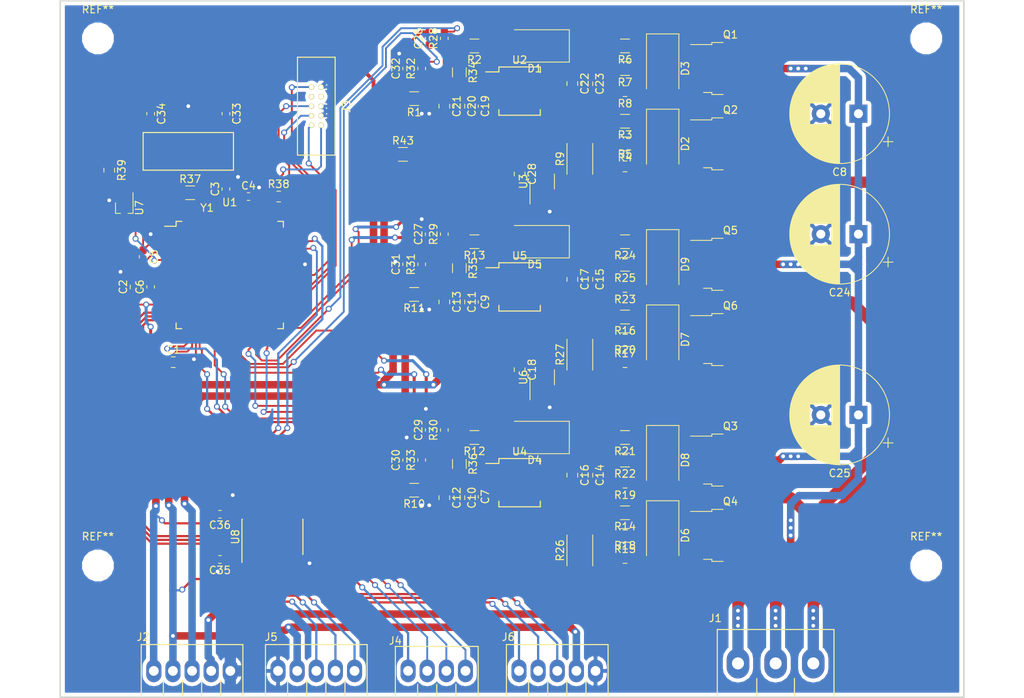
<source format=kicad_pcb>
(kicad_pcb (version 20171130) (host pcbnew 5.0.2+dfsg1-1~bpo9+1)
  (layers (0 F.Cu signal) (31 B.Cu signal) (34 B.Paste user) (35 F.Paste user) (36 B.SilkS user) (37 F.SilkS user) (38 B.Mask user) (39 F.Mask user) (44 Edge.Cuts user))
  (net 0 "")
  (net 1 GND)
  (net 2 3V3)
  (net 3 "Net-(C2-Pad1)")
  (net 4 "Net-(C10-Pad1)")
  (net 5 24V)
  (net 6 "Net-(C11-Pad1)")
  (net 7 "Net-(C14-Pad2)")
  (net 8 "Net-(C14-Pad1)")
  (net 9 "Net-(C15-Pad1)")
  (net 10 "Net-(C15-Pad2)")
  (net 11 "Net-(C19-Pad1)")
  (net 12 "Net-(C22-Pad2)")
  (net 13 "Net-(C22-Pad1)")
  (net 14 5V)
  (net 15 PhaseWOutput)
  (net 16 PhaseVOutput)
  (net 17 PhaseUOutput)
  (net 18 12V)
  (net 19 "Net-(D3-Pad2)")
  (net 20 "Net-(D2-Pad2)")
  (net 21 "Net-(D8-Pad2)")
  (net 22 "Net-(Q4-Pad3)")
  (net 23 "Net-(D6-Pad2)")
  (net 24 "Net-(D9-Pad2)")
  (net 25 "Net-(D7-Pad2)")
  (net 26 "Net-(D1-Pad2)")
  (net 27 "Net-(D2-Pad1)")
  (net 28 "Net-(R3-Pad2)")
  (net 29 "Net-(D3-Pad1)")
  (net 30 "Net-(R6-Pad2)")
  (net 31 "Net-(D4-Pad2)")
  (net 32 "Net-(D5-Pad2)")
  (net 33 "Net-(R14-Pad2)")
  (net 34 "Net-(D6-Pad1)")
  (net 35 "Net-(R16-Pad2)")
  (net 36 "Net-(D7-Pad1)")
  (net 37 "Net-(D8-Pad1)")
  (net 38 "Net-(R21-Pad2)")
  (net 39 "Net-(D9-Pad1)")
  (net 40 "Net-(R24-Pad2)")
  (net 41 "Net-(U1-Pad1)")
  (net 42 "Net-(U1-Pad2)")
  (net 43 "Net-(U1-Pad11)")
  (net 44 "Net-(U1-Pad12)")
  (net 45 "Net-(U1-Pad13)")
  (net 46 "Net-(U1-Pad14)")
  (net 47 "Net-(U1-Pad15)")
  (net 48 "Net-(U1-Pad16)")
  (net 49 "Net-(U1-Pad17)")
  (net 50 "Net-(U1-Pad20)")
  (net 51 "Net-(U1-Pad21)")
  (net 52 "Net-(U1-Pad26)")
  (net 53 "Net-(U1-Pad31)")
  (net 54 "Net-(U1-Pad32)")
  (net 55 "Net-(U1-Pad33)")
  (net 56 "Net-(U1-Pad38)")
  (net 57 "Net-(U1-Pad39)")
  (net 58 "Net-(U1-Pad40)")
  (net 59 "Net-(U1-Pad42)")
  (net 60 "Net-(U1-Pad46)")
  (net 61 "Net-(U1-Pad47)")
  (net 62 "Net-(U1-Pad49)")
  (net 63 "Net-(U1-Pad50)")
  (net 64 "Net-(U1-Pad51)")
  (net 65 "Net-(U1-Pad52)")
  (net 66 "Net-(U1-Pad53)")
  (net 67 "Net-(U1-Pad54)")
  (net 68 "Net-(U1-Pad55)")
  (net 69 "Net-(U1-Pad56)")
  (net 70 "Net-(U1-Pad59)")
  (net 71 "Net-(U1-Pad60)")
  (net 72 "Net-(U1-Pad61)")
  (net 73 "Net-(U1-Pad62)")
  (net 74 "Net-(U1-Pad64)")
  (net 75 "Net-(U1-Pad65)")
  (net 76 "Net-(U1-Pad66)")
  (net 77 "Net-(U1-Pad69)")
  (net 78 "Net-(U1-Pad71)")
  (net 79 "Net-(U1-Pad73)")
  (net 80 "Net-(U1-Pad74)")
  (net 81 "Net-(U1-Pad75)")
  (net 82 "Net-(U1-Pad76)")
  (net 83 "Net-(U1-Pad78)")
  (net 84 "Net-(U1-Pad79)")
  (net 85 "Net-(U1-Pad80)")
  (net 86 "Net-(U1-Pad81)")
  (net 87 "Net-(U1-Pad82)")
  (net 88 "Net-(U1-Pad83)")
  (net 89 "Net-(U1-Pad84)")
  (net 90 "Net-(U1-Pad85)")
  (net 91 "Net-(U1-Pad87)")
  (net 92 "Net-(U1-Pad88)")
  (net 93 "Net-(U1-Pad89)")
  (net 94 "Net-(U1-Pad90)")
  (net 95 "Net-(U1-Pad91)")
  (net 96 "Net-(U1-Pad92)")
  (net 97 "Net-(U1-Pad94)")
  (net 98 "Net-(U1-Pad95)")
  (net 99 "Net-(U1-Pad97)")
  (net 100 "Net-(U1-Pad100)")
  (net 101 PhaseULower)
  (net 102 PhaseUUpper)
  (net 103 PhaseWUpper)
  (net 104 PhaseWLower)
  (net 105 PhaseVUpper)
  (net 106 PhaseVLower)
  (net 107 CurrentSenseV)
  (net 108 CurrentSenseU)
  (net 109 IN+2U)
  (net 110 IN+2V)
  (net 111 "Net-(U3-Pad1)")
  (net 112 "Net-(U3-Pad2)")
  (net 113 "Net-(U3-Pad3)")
  (net 114 "Net-(U6-Pad1)")
  (net 115 "Net-(U6-Pad2)")
  (net 116 "Net-(U6-Pad3)")
  (net 117 "Net-(C26-Pad1)")
  (net 118 "Net-(C27-Pad1)")
  (net 119 "Net-(C29-Pad1)")
  (net 120 "Net-(C30-Pad1)")
  (net 121 "Net-(C31-Pad1)")
  (net 122 "Net-(C32-Pad1)")
  (net 123 "Net-(R2-Pad2)")
  (net 124 "Net-(R13-Pad2)")
  (net 125 "Net-(R12-Pad2)")
  (net 126 "Net-(C33-Pad2)")
  (net 127 "Net-(C34-Pad2)")
  (net 128 SWDIO)
  (net 129 SWDCLK)
  (net 130 SWO)
  (net 131 "Net-(J3-Pad7)")
  (net 132 "Net-(J3-Pad8)")
  (net 133 nRESET)
  (net 134 ChannelB)
  (net 135 ChannelA)
  (net 136 Index)
  (net 137 HallU)
  (net 138 HallV)
  (net 139 HallW)
  (net 140 SS)
  (net 141 MOSI)
  (net 142 MISO)
  (net 143 SCLK)
  (net 144 3V3Ref)
  (net 145 "Net-(U7-Pad3)")
  (net 146 HallWShift)
  (net 147 HallVShift)
  (net 148 HallUShift)
  (net 149 IndexShift)
  (net 150 ChannelBShift)
  (net 151 ChannelAShift)
  (net 152 "Net-(U8-Pad9)")
  (net 153 "Net-(U8-Pad10)")
  (net 154 "Net-(U8-Pad14)")
  (net 155 "Net-(U8-Pad15)")
  (module TedsFootprints:SMDCrystalABLS12 (layer F.Cu) (at 17 -72.5 180)
    (fp_text reference Y1 (at -2.5 -7.5 180) (layer F.SilkS))
    (fp_text value 12MHzCrystal)
    (pad 1 smd rect (at -4.75 0 180) (size 5.6 2.1) (layers F.Cu F.Paste F.Mask) (net 126 "Net-(C33-Pad2)"))
    (pad 2 smd rect (at 4.75 0 180) (size 5.6 2.1) (layers F.Cu F.Paste F.Mask) (net 127 "Net-(C34-Pad2)"))
  )
  (module Capacitor_SMD:C_0805_2012Metric_Pad1.15x1.40mm_HandSolder (layer F.Cu) (at 15 -44.5)
    (fp_text reference C1 (at 0 -1.65) (layer F.SilkS))
    (fp_text value 1u)
    (pad 2 smd roundrect (at 1.025 0) (size 1.15 1.4) (layers F.Cu F.Paste F.Mask) (roundrect_rratio 0.217391) (net 1 GND))
    (pad 1 smd roundrect (at -1.025 0) (size 1.15 1.4) (layers F.Cu F.Paste F.Mask) (roundrect_rratio 0.217391) (net 2 3V3))
  )
  (module Capacitor_SMD:C_0805_2012Metric_Pad1.15x1.40mm_HandSolder (layer F.Cu) (at 10 -54.5 90)
    (fp_text reference C2 (at 0 -1.65 90) (layer F.SilkS))
    (fp_text value 1u)
    (pad 1 smd roundrect (at -1.025 0 90) (size 1.15 1.4) (layers F.Cu F.Paste F.Mask) (roundrect_rratio 0.217391) (net 3 "Net-(C2-Pad1)"))
    (pad 2 smd roundrect (at 1.025 0 90) (size 1.15 1.4) (layers F.Cu F.Paste F.Mask) (roundrect_rratio 0.217391) (net 1 GND))
  )
  (module Capacitor_SMD:C_0603_1608Metric_Pad1.05x0.95mm_HandSolder (layer F.Cu) (at 22 -67.5 90)
    (fp_text reference C3 (at 0 -1.43 90) (layer F.SilkS))
    (fp_text value 0u1)
    (pad 2 smd roundrect (at 0.875 0 90) (size 1.05 0.95) (layers F.Cu F.Paste F.Mask) (net 1 GND))
    (pad 1 smd roundrect (at -0.875 0 90) (size 1.05 0.95) (layers F.Cu F.Paste F.Mask) (net 2 3V3))
  )
  (module Capacitor_SMD:C_0603_1608Metric_Pad1.05x0.95mm_HandSolder (layer F.Cu) (at 25 -66.5)
    (fp_text reference C4 (at 0 -1.43) (layer F.SilkS))
    (fp_text value 0u1)
    (pad 1 smd roundrect (at -0.875 0) (size 1.05 0.95) (layers F.Cu F.Paste F.Mask) (net 3 "Net-(C2-Pad1)"))
    (pad 2 smd roundrect (at 0.875 0) (size 1.05 0.95) (layers F.Cu F.Paste F.Mask) (net 1 GND))
  )
  (module Capacitor_SMD:C_0603_1608Metric_Pad1.05x0.95mm_HandSolder (layer F.Cu) (at 11 -58.5 270)
    (fp_text reference C5 (at 0 -1.43 270) (layer F.SilkS))
    (fp_text value 10n)
    (pad 1 smd roundrect (at -0.875 0 270) (size 1.05 0.95) (layers F.Cu F.Paste F.Mask) (net 2 3V3))
    (pad 2 smd roundrect (at 0.875 0 270) (size 1.05 0.95) (layers F.Cu F.Paste F.Mask) (net 1 GND))
  )
  (module Capacitor_SMD:C_0603_1608Metric_Pad1.05x0.95mm_HandSolder (layer F.Cu) (at 12 -54.5 90)
    (fp_text reference C6 (at 0 -1.43 90) (layer F.SilkS))
    (fp_text value 10n)
    (pad 1 smd roundrect (at -0.875 0 90) (size 1.05 0.95) (layers F.Cu F.Paste F.Mask) (net 3 "Net-(C2-Pad1)"))
    (pad 2 smd roundrect (at 0.875 0 90) (size 1.05 0.95) (layers F.Cu F.Paste F.Mask) (net 1 GND))
  )
  (module Capacitor_SMD:C_0603_1608Metric_Pad1.05x0.95mm_HandSolder (layer F.Cu) (at 55 -26.625 270)
    (fp_text reference C7 (at 0 -1.43 270) (layer F.SilkS))
    (fp_text value 100n)
    (pad 2 smd roundrect (at 0.875 0 270) (size 1.05 0.95) (layers F.Cu F.Paste F.Mask) (net 1 GND))
    (pad 1 smd roundrect (at -0.875 0 270) (size 1.05 0.95) (layers F.Cu F.Paste F.Mask) (net 4 "Net-(C10-Pad1)"))
  )
  (module Capacitor_THT:CP_Radial_D13.0mm_P5.00mm (layer F.Cu) (at 106 -77.5 180)
    (fp_text reference C8 (at 2.5 -7.75 180) (layer F.SilkS))
    (fp_text value 470u)
    (pad 1 thru_hole rect (at 0 0 180) (size 2.4 2.4) (drill 1.2) (layers *.Cu *.Mask) (net 5 24V))
    (pad 2 thru_hole circle (at 5 0 180) (size 2.4 2.4) (drill 1.2) (layers *.Cu *.Mask) (net 1 GND))
  )
  (module Capacitor_SMD:C_0603_1608Metric_Pad1.05x0.95mm_HandSolder (layer F.Cu) (at 55 -52.5 270)
    (fp_text reference C9 (at 0 -1.43 270) (layer F.SilkS))
    (fp_text value 100n)
    (pad 2 smd roundrect (at 0.875 0 270) (size 1.05 0.95) (layers F.Cu F.Paste F.Mask) (net 1 GND))
    (pad 1 smd roundrect (at -0.875 0 270) (size 1.05 0.95) (layers F.Cu F.Paste F.Mask) (net 6 "Net-(C11-Pad1)"))
  )
  (module Capacitor_SMD:C_0805_2012Metric_Pad1.15x1.40mm_HandSolder (layer F.Cu) (at 53 -26.5 270)
    (fp_text reference C10 (at 0 -1.65 270) (layer F.SilkS))
    (fp_text value 1u)
    (pad 1 smd roundrect (at -1.025 0 270) (size 1.15 1.4) (layers F.Cu F.Paste F.Mask) (roundrect_rratio 0.217391) (net 4 "Net-(C10-Pad1)"))
    (pad 2 smd roundrect (at 1.025 0 270) (size 1.15 1.4) (layers F.Cu F.Paste F.Mask) (roundrect_rratio 0.217391) (net 1 GND))
  )
  (module Capacitor_SMD:C_0805_2012Metric_Pad1.15x1.40mm_HandSolder (layer F.Cu) (at 53 -52.5 270)
    (fp_text reference C11 (at 0 -1.65 270) (layer F.SilkS))
    (fp_text value 1u)
    (pad 1 smd roundrect (at -1.025 0 270) (size 1.15 1.4) (layers F.Cu F.Paste F.Mask) (roundrect_rratio 0.217391) (net 6 "Net-(C11-Pad1)"))
    (pad 2 smd roundrect (at 1.025 0 270) (size 1.15 1.4) (layers F.Cu F.Paste F.Mask) (roundrect_rratio 0.217391) (net 1 GND))
  )
  (module Capacitor_SMD:C_0805_2012Metric_Pad1.15x1.40mm_HandSolder (layer F.Cu) (at 51 -26.5 270)
    (fp_text reference C12 (at 0 -1.65 270) (layer F.SilkS))
    (fp_text value 4u7)
    (pad 2 smd roundrect (at 1.025 0 270) (size 1.15 1.4) (layers F.Cu F.Paste F.Mask) (roundrect_rratio 0.217391) (net 1 GND))
    (pad 1 smd roundrect (at -1.025 0 270) (size 1.15 1.4) (layers F.Cu F.Paste F.Mask) (roundrect_rratio 0.217391) (net 4 "Net-(C10-Pad1)"))
  )
  (module Capacitor_SMD:C_0805_2012Metric_Pad1.15x1.40mm_HandSolder (layer F.Cu) (at 51 -52.5 270)
    (fp_text reference C13 (at 0 -1.65 270) (layer F.SilkS))
    (fp_text value 4u7)
    (pad 1 smd roundrect (at -1.025 0 270) (size 1.15 1.4) (layers F.Cu F.Paste F.Mask) (roundrect_rratio 0.217391) (net 6 "Net-(C11-Pad1)"))
    (pad 2 smd roundrect (at 1.025 0 270) (size 1.15 1.4) (layers F.Cu F.Paste F.Mask) (roundrect_rratio 0.217391) (net 1 GND))
  )
  (module Capacitor_SMD:C_0805_2012Metric_Pad1.15x1.40mm_HandSolder (layer F.Cu) (at 70 -29.5 270)
    (fp_text reference C14 (at 0 -1.65 270) (layer F.SilkS))
    (fp_text value 220n)
    (pad 2 smd roundrect (at 1.025 0 270) (size 1.15 1.4) (layers F.Cu F.Paste F.Mask) (roundrect_rratio 0.217391) (net 7 "Net-(C14-Pad2)"))
    (pad 1 smd roundrect (at -1.025 0 270) (size 1.15 1.4) (layers F.Cu F.Paste F.Mask) (roundrect_rratio 0.217391) (net 8 "Net-(C14-Pad1)"))
  )
  (module Capacitor_SMD:C_0805_2012Metric_Pad1.15x1.40mm_HandSolder (layer F.Cu) (at 70 -55.5 270)
    (fp_text reference C15 (at 0 -1.65 270) (layer F.SilkS))
    (fp_text value 220n)
    (pad 1 smd roundrect (at -1.025 0 270) (size 1.15 1.4) (layers F.Cu F.Paste F.Mask) (roundrect_rratio 0.217391) (net 9 "Net-(C15-Pad1)"))
    (pad 2 smd roundrect (at 1.025 0 270) (size 1.15 1.4) (layers F.Cu F.Paste F.Mask) (roundrect_rratio 0.217391) (net 10 "Net-(C15-Pad2)"))
  )
  (module Capacitor_SMD:C_0805_2012Metric_Pad1.15x1.40mm_HandSolder (layer F.Cu) (at 68 -29.5 270)
    (fp_text reference C16 (at 0 -1.65 270) (layer F.SilkS))
    (fp_text value 220n)
    (pad 1 smd roundrect (at -1.025 0 270) (size 1.15 1.4) (layers F.Cu F.Paste F.Mask) (roundrect_rratio 0.217391) (net 8 "Net-(C14-Pad1)"))
    (pad 2 smd roundrect (at 1.025 0 270) (size 1.15 1.4) (layers F.Cu F.Paste F.Mask) (roundrect_rratio 0.217391) (net 7 "Net-(C14-Pad2)"))
  )
  (module Capacitor_SMD:C_0805_2012Metric_Pad1.15x1.40mm_HandSolder (layer F.Cu) (at 68 -55.5 270)
    (fp_text reference C17 (at 0 -1.65 270) (layer F.SilkS))
    (fp_text value 220n)
    (pad 2 smd roundrect (at 1.025 0 270) (size 1.15 1.4) (layers F.Cu F.Paste F.Mask) (roundrect_rratio 0.217391) (net 10 "Net-(C15-Pad2)"))
    (pad 1 smd roundrect (at -1.025 0 270) (size 1.15 1.4) (layers F.Cu F.Paste F.Mask) (roundrect_rratio 0.217391) (net 9 "Net-(C15-Pad1)"))
  )
  (module Capacitor_SMD:C_0603_1608Metric_Pad1.05x0.95mm_HandSolder (layer F.Cu) (at 55 -78.5 270)
    (fp_text reference C19 (at 0 -1.43 270) (layer F.SilkS))
    (fp_text value 100n)
    (pad 1 smd roundrect (at -0.875 0 270) (size 1.05 0.95) (layers F.Cu F.Paste F.Mask) (net 11 "Net-(C19-Pad1)"))
    (pad 2 smd roundrect (at 0.875 0 270) (size 1.05 0.95) (layers F.Cu F.Paste F.Mask) (net 1 GND))
  )
  (module Capacitor_SMD:C_0805_2012Metric_Pad1.15x1.40mm_HandSolder (layer F.Cu) (at 53 -78.5 270)
    (fp_text reference C20 (at 0 -1.65 270) (layer F.SilkS))
    (fp_text value 1u)
    (pad 1 smd roundrect (at -1.025 0 270) (size 1.15 1.4) (layers F.Cu F.Paste F.Mask) (roundrect_rratio 0.217391) (net 11 "Net-(C19-Pad1)"))
    (pad 2 smd roundrect (at 1.025 0 270) (size 1.15 1.4) (layers F.Cu F.Paste F.Mask) (roundrect_rratio 0.217391) (net 1 GND))
  )
  (module Capacitor_SMD:C_0805_2012Metric_Pad1.15x1.40mm_HandSolder (layer F.Cu) (at 51 -78.5 270)
    (fp_text reference C21 (at 0 -1.65 270) (layer F.SilkS))
    (fp_text value 4u7)
    (pad 2 smd roundrect (at 1.025 0 270) (size 1.15 1.4) (layers F.Cu F.Paste F.Mask) (roundrect_rratio 0.217391) (net 1 GND))
    (pad 1 smd roundrect (at -1.025 0 270) (size 1.15 1.4) (layers F.Cu F.Paste F.Mask) (roundrect_rratio 0.217391) (net 11 "Net-(C19-Pad1)"))
  )
  (module Capacitor_SMD:C_0805_2012Metric_Pad1.15x1.40mm_HandSolder (layer F.Cu) (at 68 -81.5 270)
    (fp_text reference C22 (at 0 -1.65 270) (layer F.SilkS))
    (fp_text value 220n)
    (pad 2 smd roundrect (at 1.025 0 270) (size 1.15 1.4) (layers F.Cu F.Paste F.Mask) (roundrect_rratio 0.217391) (net 12 "Net-(C22-Pad2)"))
    (pad 1 smd roundrect (at -1.025 0 270) (size 1.15 1.4) (layers F.Cu F.Paste F.Mask) (roundrect_rratio 0.217391) (net 13 "Net-(C22-Pad1)"))
  )
  (module Capacitor_SMD:C_0805_2012Metric_Pad1.15x1.40mm_HandSolder (layer F.Cu) (at 70 -81.475 270)
    (fp_text reference C23 (at 0 -1.65 270) (layer F.SilkS))
    (fp_text value 220n)
    (pad 1 smd roundrect (at -1.025 0 270) (size 1.15 1.4) (layers F.Cu F.Paste F.Mask) (roundrect_rratio 0.217391) (net 13 "Net-(C22-Pad1)"))
    (pad 2 smd roundrect (at 1.025 0 270) (size 1.15 1.4) (layers F.Cu F.Paste F.Mask) (roundrect_rratio 0.217391) (net 12 "Net-(C22-Pad2)"))
  )
  (module Capacitor_SMD:C_0805_2012Metric_Pad1.15x1.40mm_HandSolder (layer F.Cu) (at 61 -69.5 270)
    (fp_text reference C28 (at 0 -1.65 270) (layer F.SilkS))
    (fp_text value 0u1)
    (pad 2 smd roundrect (at 1.025 0 270) (size 1.15 1.4) (layers F.Cu F.Paste F.Mask) (roundrect_rratio 0.217391) (net 1 GND))
    (pad 1 smd roundrect (at -1.025 0 270) (size 1.15 1.4) (layers F.Cu F.Paste F.Mask) (roundrect_rratio 0.217391) (net 14 5V))
  )
  (module Package_TO_SOT_SMD:TO-252-2 (layer F.Cu) (at 89 -83.5)
    (fp_text reference Q1 (at 0 -4.5) (layer F.SilkS))
    (fp_text value TSM340N06)
    (pad 2 smd rect (at 2.1 0) (size 6.4 5.8) (layers F.Cu F.Mask) (net 5 24V))
    (pad 3 smd rect (at -4.2 2.28) (size 2.2 1.2) (layers F.Cu F.Paste F.Mask) (net 17 PhaseUOutput))
    (pad 1 smd rect (at -4.2 -2.28) (size 2.2 1.2) (layers F.Cu F.Paste F.Mask) (net 19 "Net-(D3-Pad2)"))
  )
  (module Package_TO_SOT_SMD:TO-252-2 (layer F.Cu) (at 89 -73.5)
    (fp_text reference Q2 (at 0 -4.5) (layer F.SilkS))
    (fp_text value TSM340N06)
    (pad 1 smd rect (at -4.2 -2.28) (size 2.2 1.2) (layers F.Cu F.Paste F.Mask) (net 20 "Net-(D2-Pad2)"))
    (pad 3 smd rect (at -4.2 2.28) (size 2.2 1.2) (layers F.Cu F.Paste F.Mask) (net 109 IN+2U))
    (pad 2 smd rect (at 2.1 0) (size 6.4 5.8) (layers F.Cu F.Mask) (net 17 PhaseUOutput))
  )
  (module Package_TO_SOT_SMD:TO-252-2 (layer F.Cu) (at 89 -31.5)
    (fp_text reference Q3 (at 0 -4.5) (layer F.SilkS))
    (fp_text value TSM340N06)
    (pad 1 smd rect (at -4.2 -2.28) (size 2.2 1.2) (layers F.Cu F.Paste F.Mask) (net 21 "Net-(D8-Pad2)"))
    (pad 3 smd rect (at -4.2 2.28) (size 2.2 1.2) (layers F.Cu F.Paste F.Mask) (net 15 PhaseWOutput))
    (pad 2 smd rect (at 2.1 0) (size 6.4 5.8) (layers F.Cu F.Mask) (net 5 24V))
  )
  (module Package_TO_SOT_SMD:TO-252-2 (layer F.Cu) (at 89 -21.5)
    (fp_text reference Q4 (at 0 -4.5) (layer F.SilkS))
    (fp_text value TSM340N06)
    (pad 2 smd rect (at 2.1 0) (size 6.4 5.8) (layers F.Cu F.Mask) (net 15 PhaseWOutput))
    (pad 3 smd rect (at -4.2 2.28) (size 2.2 1.2) (layers F.Cu F.Paste F.Mask) (net 22 "Net-(Q4-Pad3)"))
    (pad 1 smd rect (at -4.2 -2.28) (size 2.2 1.2) (layers F.Cu F.Paste F.Mask) (net 23 "Net-(D6-Pad2)"))
  )
  (module Package_TO_SOT_SMD:TO-252-2 (layer F.Cu) (at 89 -57.5)
    (fp_text reference Q5 (at 0 -4.5) (layer F.SilkS))
    (fp_text value TSM340N06)
    (pad 2 smd rect (at 2.1 0) (size 6.4 5.8) (layers F.Cu F.Mask) (net 5 24V))
    (pad 3 smd rect (at -4.2 2.28) (size 2.2 1.2) (layers F.Cu F.Paste F.Mask) (net 16 PhaseVOutput))
    (pad 1 smd rect (at -4.2 -2.28) (size 2.2 1.2) (layers F.Cu F.Paste F.Mask) (net 24 "Net-(D9-Pad2)"))
  )
  (module Package_TO_SOT_SMD:TO-252-2 (layer F.Cu) (at 89 -47.5)
    (fp_text reference Q6 (at 0 -4.5) (layer F.SilkS))
    (fp_text value TSM340N06)
    (pad 1 smd rect (at -4.2 -2.28) (size 2.2 1.2) (layers F.Cu F.Paste F.Mask) (net 25 "Net-(D7-Pad2)"))
    (pad 3 smd rect (at -4.2 2.28) (size 2.2 1.2) (layers F.Cu F.Paste F.Mask) (net 110 IN+2V))
    (pad 2 smd rect (at 2.1 0) (size 6.4 5.8) (layers F.Cu F.Mask) (net 16 PhaseVOutput))
  )
  (module Resistor_SMD:R_1206_3216Metric_Pad1.42x1.75mm_HandSolder (layer F.Cu) (at 47 -79.5 180)
    (fp_text reference R1 (at 0 -1.82 180) (layer F.SilkS))
    (fp_text value 10R)
    (pad 1 smd roundrect (at -1.4875 0 180) (size 1.425 1.75) (layers F.Cu F.Paste F.Mask) (roundrect_rratio 0.175439) (net 11 "Net-(C19-Pad1)"))
    (pad 2 smd roundrect (at 1.4875 0 180) (size 1.425 1.75) (layers F.Cu F.Paste F.Mask) (roundrect_rratio 0.175439) (net 18 12V))
  )
  (module Resistor_SMD:R_1206_3216Metric_Pad1.42x1.75mm_HandSolder (layer F.Cu) (at 55 -86.5 180)
    (fp_text reference R2 (at 0 -1.82 180) (layer F.SilkS))
    (fp_text value 2R2)
    (pad 2 smd roundrect (at 1.4875 0 180) (size 1.425 1.75) (layers F.Cu F.Paste F.Mask) (roundrect_rratio 0.175439) (net 123 "Net-(R2-Pad2)"))
    (pad 1 smd roundrect (at -1.4875 0 180) (size 1.425 1.75) (layers F.Cu F.Paste F.Mask) (roundrect_rratio 0.175439) (net 26 "Net-(D1-Pad2)"))
  )
  (module Resistor_SMD:R_1206_3216Metric_Pad1.42x1.75mm_HandSolder (layer F.Cu) (at 75 -76.5 180)
    (fp_text reference R3 (at 0 -1.82 180) (layer F.SilkS))
    (fp_text value 2R2)
    (pad 1 smd roundrect (at -1.4875 0 180) (size 1.425 1.75) (layers F.Cu F.Paste F.Mask) (roundrect_rratio 0.175439) (net 27 "Net-(D2-Pad1)"))
    (pad 2 smd roundrect (at 1.4875 0 180) (size 1.425 1.75) (layers F.Cu F.Paste F.Mask) (roundrect_rratio 0.175439) (net 28 "Net-(R3-Pad2)"))
  )
  (module Resistor_SMD:R_1206_3216Metric_Pad1.42x1.75mm_HandSolder (layer F.Cu) (at 75 -73.5 180)
    (fp_text reference R4 (at 0 -1.82 180) (layer F.SilkS))
    (fp_text value 3R3)
    (pad 1 smd roundrect (at -1.4875 0 180) (size 1.425 1.75) (layers F.Cu F.Paste F.Mask) (roundrect_rratio 0.175439) (net 20 "Net-(D2-Pad2)"))
    (pad 2 smd roundrect (at 1.4875 0 180) (size 1.425 1.75) (layers F.Cu F.Paste F.Mask) (roundrect_rratio 0.175439) (net 28 "Net-(R3-Pad2)"))
  )
  (module Resistor_SMD:R_1206_3216Metric_Pad1.42x1.75mm_HandSolder (layer F.Cu) (at 75 -86.5 180)
    (fp_text reference R6 (at 0 -1.82 180) (layer F.SilkS))
    (fp_text value 2R2)
    (pad 1 smd roundrect (at -1.4875 0 180) (size 1.425 1.75) (layers F.Cu F.Paste F.Mask) (roundrect_rratio 0.175439) (net 29 "Net-(D3-Pad1)"))
    (pad 2 smd roundrect (at 1.4875 0 180) (size 1.425 1.75) (layers F.Cu F.Paste F.Mask) (roundrect_rratio 0.175439) (net 30 "Net-(R6-Pad2)"))
  )
  (module Resistor_SMD:R_1206_3216Metric_Pad1.42x1.75mm_HandSolder (layer F.Cu) (at 75 -83.5 180)
    (fp_text reference R7 (at 0 -1.82 180) (layer F.SilkS))
    (fp_text value 3R3)
    (pad 2 smd roundrect (at 1.4875 0 180) (size 1.425 1.75) (layers F.Cu F.Paste F.Mask) (roundrect_rratio 0.175439) (net 30 "Net-(R6-Pad2)"))
    (pad 1 smd roundrect (at -1.4875 0 180) (size 1.425 1.75) (layers F.Cu F.Paste F.Mask) (roundrect_rratio 0.175439) (net 19 "Net-(D3-Pad2)"))
  )
  (module Resistor_SMD:R_2512_6332Metric_Pad1.52x3.35mm_HandSolder (layer F.Cu) (at 69 -71.5 90)
    (fp_text reference R9 (at 0 -2.62 90) (layer F.SilkS))
    (fp_text value R05)
    (pad 2 smd roundrect (at 2.9875 0 90) (size 1.525 3.35) (layers F.Cu F.Paste F.Mask) (roundrect_rratio 0.163934) (net 1 GND))
    (pad 1 smd roundrect (at -2.9875 0 90) (size 1.525 3.35) (layers F.Cu F.Paste F.Mask) (roundrect_rratio 0.163934) (net 109 IN+2U))
  )
  (module Resistor_SMD:R_1206_3216Metric_Pad1.42x1.75mm_HandSolder (layer F.Cu) (at 47 -27.5 180)
    (fp_text reference R10 (at 0 -1.82 180) (layer F.SilkS))
    (fp_text value 10R)
    (pad 2 smd roundrect (at 1.4875 0 180) (size 1.425 1.75) (layers F.Cu F.Paste F.Mask) (roundrect_rratio 0.175439) (net 18 12V))
    (pad 1 smd roundrect (at -1.4875 0 180) (size 1.425 1.75) (layers F.Cu F.Paste F.Mask) (roundrect_rratio 0.175439) (net 4 "Net-(C10-Pad1)"))
  )
  (module Resistor_SMD:R_1206_3216Metric_Pad1.42x1.75mm_HandSolder (layer F.Cu) (at 47 -53.5 180)
    (fp_text reference R11 (at 0 -1.82 180) (layer F.SilkS))
    (fp_text value 10R)
    (pad 2 smd roundrect (at 1.4875 0 180) (size 1.425 1.75) (layers F.Cu F.Paste F.Mask) (roundrect_rratio 0.175439) (net 18 12V))
    (pad 1 smd roundrect (at -1.4875 0 180) (size 1.425 1.75) (layers F.Cu F.Paste F.Mask) (roundrect_rratio 0.175439) (net 6 "Net-(C11-Pad1)"))
  )
  (module Resistor_SMD:R_1206_3216Metric_Pad1.42x1.75mm_HandSolder (layer F.Cu) (at 55 -34.5 180)
    (fp_text reference R12 (at 0 -1.82 180) (layer F.SilkS))
    (fp_text value 2R2)
    (pad 2 smd roundrect (at 1.4875 0 180) (size 1.425 1.75) (layers F.Cu F.Paste F.Mask) (roundrect_rratio 0.175439) (net 125 "Net-(R12-Pad2)"))
    (pad 1 smd roundrect (at -1.4875 0 180) (size 1.425 1.75) (layers F.Cu F.Paste F.Mask) (roundrect_rratio 0.175439) (net 31 "Net-(D4-Pad2)"))
  )
  (module Resistor_SMD:R_1206_3216Metric_Pad1.42x1.75mm_HandSolder (layer F.Cu) (at 55 -60.5 180)
    (fp_text reference R13 (at 0 -1.82 180) (layer F.SilkS))
    (fp_text value 2R2)
    (pad 1 smd roundrect (at -1.4875 0 180) (size 1.425 1.75) (layers F.Cu F.Paste F.Mask) (roundrect_rratio 0.175439) (net 32 "Net-(D5-Pad2)"))
    (pad 2 smd roundrect (at 1.4875 0 180) (size 1.425 1.75) (layers F.Cu F.Paste F.Mask) (roundrect_rratio 0.175439) (net 124 "Net-(R13-Pad2)"))
  )
  (module Resistor_SMD:R_1206_3216Metric_Pad1.42x1.75mm_HandSolder (layer F.Cu) (at 75 -24.5 180)
    (fp_text reference R14 (at 0 -1.82 180) (layer F.SilkS))
    (fp_text value 2R2)
    (pad 2 smd roundrect (at 1.4875 0 180) (size 1.425 1.75) (layers F.Cu F.Paste F.Mask) (roundrect_rratio 0.175439) (net 33 "Net-(R14-Pad2)"))
    (pad 1 smd roundrect (at -1.4875 0 180) (size 1.425 1.75) (layers F.Cu F.Paste F.Mask) (roundrect_rratio 0.175439) (net 34 "Net-(D6-Pad1)"))
  )
  (module Resistor_SMD:R_1206_3216Metric_Pad1.42x1.75mm_HandSolder (layer F.Cu) (at 75 -21.5 180)
    (fp_text reference R15 (at 0 -1.82 180) (layer F.SilkS))
    (fp_text value 3R3)
    (pad 2 smd roundrect (at 1.4875 0 180) (size 1.425 1.75) (layers F.Cu F.Paste F.Mask) (roundrect_rratio 0.175439) (net 33 "Net-(R14-Pad2)"))
    (pad 1 smd roundrect (at -1.4875 0 180) (size 1.425 1.75) (layers F.Cu F.Paste F.Mask) (roundrect_rratio 0.175439) (net 23 "Net-(D6-Pad2)"))
  )
  (module Resistor_SMD:R_1206_3216Metric_Pad1.42x1.75mm_HandSolder (layer F.Cu) (at 75 -50.5 180)
    (fp_text reference R16 (at 0 -1.82 180) (layer F.SilkS))
    (fp_text value 2R2)
    (pad 2 smd roundrect (at 1.4875 0 180) (size 1.425 1.75) (layers F.Cu F.Paste F.Mask) (roundrect_rratio 0.175439) (net 35 "Net-(R16-Pad2)"))
    (pad 1 smd roundrect (at -1.4875 0 180) (size 1.425 1.75) (layers F.Cu F.Paste F.Mask) (roundrect_rratio 0.175439) (net 36 "Net-(D7-Pad1)"))
  )
  (module Resistor_SMD:R_1206_3216Metric_Pad1.42x1.75mm_HandSolder (layer F.Cu) (at 75 -47.5 180)
    (fp_text reference R17 (at 0 -1.82 180) (layer F.SilkS))
    (fp_text value 3R3)
    (pad 2 smd roundrect (at 1.4875 0 180) (size 1.425 1.75) (layers F.Cu F.Paste F.Mask) (roundrect_rratio 0.175439) (net 35 "Net-(R16-Pad2)"))
    (pad 1 smd roundrect (at -1.4875 0 180) (size 1.425 1.75) (layers F.Cu F.Paste F.Mask) (roundrect_rratio 0.175439) (net 25 "Net-(D7-Pad2)"))
  )
  (module Resistor_SMD:R_1206_3216Metric_Pad1.42x1.75mm_HandSolder (layer F.Cu) (at 75 -34.5 180)
    (fp_text reference R21 (at 0 -1.82 180) (layer F.SilkS))
    (fp_text value 2R2)
    (pad 1 smd roundrect (at -1.4875 0 180) (size 1.425 1.75) (layers F.Cu F.Paste F.Mask) (roundrect_rratio 0.175439) (net 37 "Net-(D8-Pad1)"))
    (pad 2 smd roundrect (at 1.4875 0 180) (size 1.425 1.75) (layers F.Cu F.Paste F.Mask) (roundrect_rratio 0.175439) (net 38 "Net-(R21-Pad2)"))
  )
  (module Resistor_SMD:R_1206_3216Metric_Pad1.42x1.75mm_HandSolder (layer F.Cu) (at 75 -31.5 180)
    (fp_text reference R22 (at 0 -1.82 180) (layer F.SilkS))
    (fp_text value 3R3)
    (pad 2 smd roundrect (at 1.4875 0 180) (size 1.425 1.75) (layers F.Cu F.Paste F.Mask) (roundrect_rratio 0.175439) (net 38 "Net-(R21-Pad2)"))
    (pad 1 smd roundrect (at -1.4875 0 180) (size 1.425 1.75) (layers F.Cu F.Paste F.Mask) (roundrect_rratio 0.175439) (net 21 "Net-(D8-Pad2)"))
  )
  (module Resistor_SMD:R_1206_3216Metric_Pad1.42x1.75mm_HandSolder (layer F.Cu) (at 75 -60.5 180)
    (fp_text reference R24 (at 0 -1.82 180) (layer F.SilkS))
    (fp_text value 2R2)
    (pad 1 smd roundrect (at -1.4875 0 180) (size 1.425 1.75) (layers F.Cu F.Paste F.Mask) (roundrect_rratio 0.175439) (net 39 "Net-(D9-Pad1)"))
    (pad 2 smd roundrect (at 1.4875 0 180) (size 1.425 1.75) (layers F.Cu F.Paste F.Mask) (roundrect_rratio 0.175439) (net 40 "Net-(R24-Pad2)"))
  )
  (module Resistor_SMD:R_1206_3216Metric_Pad1.42x1.75mm_HandSolder (layer F.Cu) (at 75 -57.5 180)
    (fp_text reference R25 (at 0 -1.82 180) (layer F.SilkS))
    (fp_text value 3R3)
    (pad 1 smd roundrect (at -1.4875 0 180) (size 1.425 1.75) (layers F.Cu F.Paste F.Mask) (roundrect_rratio 0.175439) (net 24 "Net-(D9-Pad2)"))
    (pad 2 smd roundrect (at 1.4875 0 180) (size 1.425 1.75) (layers F.Cu F.Paste F.Mask) (roundrect_rratio 0.175439) (net 40 "Net-(R24-Pad2)"))
  )
  (module Resistor_SMD:R_2512_6332Metric_Pad1.52x3.35mm_HandSolder (layer F.Cu) (at 69 -19.5 90)
    (fp_text reference R26 (at 0 -2.62 90) (layer F.SilkS))
    (fp_text value R05)
    (pad 1 smd roundrect (at -2.9875 0 90) (size 1.525 3.35) (layers F.Cu F.Paste F.Mask) (roundrect_rratio 0.163934) (net 22 "Net-(Q4-Pad3)"))
    (pad 2 smd roundrect (at 2.9875 0 90) (size 1.525 3.35) (layers F.Cu F.Paste F.Mask) (roundrect_rratio 0.163934) (net 1 GND))
  )
  (module Resistor_SMD:R_2512_6332Metric_Pad1.52x3.35mm_HandSolder (layer F.Cu) (at 69 -45.5 90)
    (fp_text reference R27 (at 0 -2.62 90) (layer F.SilkS))
    (fp_text value R05)
    (pad 1 smd roundrect (at -2.9875 0 90) (size 1.525 3.35) (layers F.Cu F.Paste F.Mask) (roundrect_rratio 0.163934) (net 110 IN+2V))
    (pad 2 smd roundrect (at 2.9875 0 90) (size 1.525 3.35) (layers F.Cu F.Paste F.Mask) (roundrect_rratio 0.163934) (net 1 GND))
  )
  (module Package_QFP:LQFP-100_14x14mm_P0.5mm (layer F.Cu) (at 22.505001 -56.074999)
    (fp_text reference U1 (at 0 -9.65) (layer F.SilkS))
    (fp_text value ATSAM4E16CB-AN-ND)
    (pad 1 smd rect (at -7.9 -6) (size 1.5 0.28) (layers F.Cu F.Paste F.Mask) (net 41 "Net-(U1-Pad1)"))
    (pad 2 smd rect (at -7.9 -5.5) (size 1.5 0.28) (layers F.Cu F.Paste F.Mask) (net 42 "Net-(U1-Pad2)"))
    (pad 3 smd rect (at -7.9 -5) (size 1.5 0.28) (layers F.Cu F.Paste F.Mask) (net 1 GND))
    (pad 4 smd rect (at -7.9 -4.5) (size 1.5 0.28) (layers F.Cu F.Paste F.Mask) (net 3 "Net-(C2-Pad1)"))
    (pad 5 smd rect (at -7.9 -4) (size 1.5 0.28) (layers F.Cu F.Paste F.Mask) (net 2 3V3))
    (pad 6 smd rect (at -7.9 -3.5) (size 1.5 0.28) (layers F.Cu F.Paste F.Mask) (net 1 GND))
    (pad 7 smd rect (at -7.9 -3) (size 1.5 0.28) (layers F.Cu F.Paste F.Mask) (net 1 GND))
    (pad 8 smd rect (at -7.9 -2.5) (size 1.5 0.28) (layers F.Cu F.Paste F.Mask) (net 1 GND))
    (pad 9 smd rect (at -7.9 -2) (size 1.5 0.28) (layers F.Cu F.Paste F.Mask) (net 144 3V3Ref))
    (pad 10 smd rect (at -7.9 -1.5) (size 1.5 0.28) (layers F.Cu F.Paste F.Mask) (net 1 GND))
    (pad 11 smd rect (at -7.9 -1) (size 1.5 0.28) (layers F.Cu F.Paste F.Mask) (net 43 "Net-(U1-Pad11)"))
    (pad 12 smd rect (at -7.9 -0.5) (size 1.5 0.28) (layers F.Cu F.Paste F.Mask) (net 44 "Net-(U1-Pad12)"))
    (pad 13 smd rect (at -7.9 0) (size 1.5 0.28) (layers F.Cu F.Paste F.Mask) (net 45 "Net-(U1-Pad13)"))
    (pad 14 smd rect (at -7.9 0.5) (size 1.5 0.28) (layers F.Cu F.Paste F.Mask) (net 46 "Net-(U1-Pad14)"))
    (pad 15 smd rect (at -7.9 1) (size 1.5 0.28) (layers F.Cu F.Paste F.Mask) (net 47 "Net-(U1-Pad15)"))
    (pad 16 smd rect (at -7.9 1.5) (size 1.5 0.28) (layers F.Cu F.Paste F.Mask) (net 48 "Net-(U1-Pad16)"))
    (pad 17 smd rect (at -7.9 2) (size 1.5 0.28) (layers F.Cu F.Paste F.Mask) (net 49 "Net-(U1-Pad17)"))
    (pad 18 smd rect (at -7.9 2.5) (size 1.5 0.28) (layers F.Cu F.Paste F.Mask) (net 3 "Net-(C2-Pad1)"))
    (pad 19 smd rect (at -7.9 3) (size 1.5 0.28) (layers F.Cu F.Paste F.Mask) (net 2 3V3))
    (pad 20 smd rect (at -7.9 3.5) (size 1.5 0.28) (layers F.Cu F.Paste F.Mask) (net 50 "Net-(U1-Pad20)"))
    (pad 21 smd rect (at -7.9 4) (size 1.5 0.28) (layers F.Cu F.Paste F.Mask) (net 51 "Net-(U1-Pad21)"))
    (pad 22 smd rect (at -7.9 4.5) (size 1.5 0.28) (layers F.Cu F.Paste F.Mask) (net 3 "Net-(C2-Pad1)"))
    (pad 23 smd rect (at -7.9 5) (size 1.5 0.28) (layers F.Cu F.Paste F.Mask) (net 148 HallUShift))
    (pad 24 smd rect (at -7.9 5.5) (size 1.5 0.28) (layers F.Cu F.Paste F.Mask) (net 147 HallVShift))
    (pad 25 smd rect (at -7.9 6) (size 1.5 0.28) (layers F.Cu F.Paste F.Mask) (net 146 HallWShift))
    (pad 26 smd rect (at -6 7.9 90) (size 1.5 0.28) (layers F.Cu F.Paste F.Mask) (net 52 "Net-(U1-Pad26)"))
    (pad 27 smd rect (at -5.5 7.9 90) (size 1.5 0.28) (layers F.Cu F.Paste F.Mask) (net 141 MOSI))
    (pad 28 smd rect (at -5 7.9 90) (size 1.5 0.28) (layers F.Cu F.Paste F.Mask) (net 2 3V3))
    (pad 29 smd rect (at -4.5 7.9 90) (size 1.5 0.28) (layers F.Cu F.Paste F.Mask) (net 1 GND))
    (pad 30 smd rect (at -4 7.9 90) (size 1.5 0.28) (layers F.Cu F.Paste F.Mask) (net 149 IndexShift))
    (pad 31 smd rect (at -3.5 7.9 90) (size 1.5 0.28) (layers F.Cu F.Paste F.Mask) (net 53 "Net-(U1-Pad31)"))
    (pad 32 smd rect (at -3 7.9 90) (size 1.5 0.28) (layers F.Cu F.Paste F.Mask) (net 54 "Net-(U1-Pad32)"))
    (pad 33 smd rect (at -2.5 7.9 90) (size 1.5 0.28) (layers F.Cu F.Paste F.Mask) (net 55 "Net-(U1-Pad33)"))
    (pad 34 smd rect (at -2 7.9 90) (size 1.5 0.28) (layers F.Cu F.Paste F.Mask) (net 143 SCLK))
    (pad 35 smd rect (at -1.5 7.9 90) (size 1.5 0.28) (layers F.Cu F.Paste F.Mask) (net 106 PhaseVLower))
    (pad 36 smd rect (at -1 7.9 90) (size 1.5 0.28) (layers F.Cu F.Paste F.Mask) (net 104 PhaseWLower))
    (pad 37 smd rect (at -0.5 7.9 90) (size 1.5 0.28) (layers F.Cu F.Paste F.Mask) (net 101 PhaseULower))
    (pad 38 smd rect (at 0 7.9 90) (size 1.5 0.28) (layers F.Cu F.Paste F.Mask) (net 56 "Net-(U1-Pad38)"))
    (pad 39 smd rect (at 0.5 7.9 90) (size 1.5 0.28) (layers F.Cu F.Paste F.Mask) (net 57 "Net-(U1-Pad39)"))
    (pad 40 smd rect (at 1 7.9 90) (size 1.5 0.28) (layers F.Cu F.Paste F.Mask) (net 58 "Net-(U1-Pad40)"))
    (pad 41 smd rect (at 1.5 7.9 90) (size 1.5 0.28) (layers F.Cu F.Paste F.Mask) (net 103 PhaseWUpper))
    (pad 42 smd rect (at 2 7.9 90) (size 1.5 0.28) (layers F.Cu F.Paste F.Mask) (net 59 "Net-(U1-Pad42)"))
    (pad 43 smd rect (at 2.5 7.9 90) (size 1.5 0.28) (layers F.Cu F.Paste F.Mask) (net 105 PhaseVUpper))
    (pad 44 smd rect (at 3 7.9 90) (size 1.5 0.28) (layers F.Cu F.Paste F.Mask) (net 140 SS))
    (pad 45 smd rect (at 3.5 7.9 90) (size 1.5 0.28) (layers F.Cu F.Paste F.Mask) (net 102 PhaseUUpper))
    (pad 46 smd rect (at 4 7.9 90) (size 1.5 0.28) (layers F.Cu F.Paste F.Mask) (net 60 "Net-(U1-Pad46)"))
    (pad 47 smd rect (at 4.5 7.9 90) (size 1.5 0.28) (layers F.Cu F.Paste F.Mask) (net 61 "Net-(U1-Pad47)"))
    (pad 48 smd rect (at 5 7.9 90) (size 1.5 0.28) (layers F.Cu F.Paste F.Mask) (net 142 MISO))
    (pad 49 smd rect (at 5.5 7.9 90) (size 1.5 0.28) (layers F.Cu F.Paste F.Mask) (net 62 "Net-(U1-Pad49)"))
    (pad 50 smd rect (at 6 7.9 90) (size 1.5 0.28) (layers F.Cu F.Paste F.Mask) (net 63 "Net-(U1-Pad50)"))
    (pad 51 smd rect (at 7.9 6) (size 1.5 0.28) (layers F.Cu F.Paste F.Mask) (net 64 "Net-(U1-Pad51)"))
    (pad 52 smd rect (at 7.9 5.5) (size 1.5 0.28) (layers F.Cu F.Paste F.Mask) (net 65 "Net-(U1-Pad52)"))
    (pad 53 smd rect (at 7.9 5) (size 1.5 0.28) (layers F.Cu F.Paste F.Mask) (net 66 "Net-(U1-Pad53)"))
    (pad 54 smd rect (at 7.9 4.5) (size 1.5 0.28) (layers F.Cu F.Paste F.Mask) (net 67 "Net-(U1-Pad54)"))
    (pad 55 smd rect (at 7.9 4) (size 1.5 0.28) (layers F.Cu F.Paste F.Mask) (net 68 "Net-(U1-Pad55)"))
    (pad 56 smd rect (at 7.9 3.5) (size 1.5 0.28) (layers F.Cu F.Paste F.Mask) (net 69 "Net-(U1-Pad56)"))
    (pad 57 smd rect (at 7.9 3) (size 1.5 0.28) (layers F.Cu F.Paste F.Mask) (net 128 SWDIO))
    (pad 58 smd rect (at 7.9 2.5) (size 1.5 0.28) (layers F.Cu F.Paste F.Mask) (net 133 nRESET))
    (pad 59 smd rect (at 7.9 2) (size 1.5 0.28) (layers F.Cu F.Paste F.Mask) (net 70 "Net-(U1-Pad59)"))
    (pad 60 smd rect (at 7.9 1.5) (size 1.5 0.28) (layers F.Cu F.Paste F.Mask) (net 71 "Net-(U1-Pad60)"))
    (pad 61 smd rect (at 7.9 1) (size 1.5 0.28) (layers F.Cu F.Paste F.Mask) (net 72 "Net-(U1-Pad61)"))
    (pad 62 smd rect (at 7.9 0.5) (size 1.5 0.28) (layers F.Cu F.Paste F.Mask) (net 73 "Net-(U1-Pad62)"))
    (pad 63 smd rect (at 7.9 0) (size 1.5 0.28) (layers F.Cu F.Paste F.Mask) (net 129 SWDCLK))
    (pad 64 smd rect (at 7.9 -0.5) (size 1.5 0.28) (layers F.Cu F.Paste F.Mask) (net 74 "Net-(U1-Pad64)"))
    (pad 65 smd rect (at 7.9 -1) (size 1.5 0.28) (layers F.Cu F.Paste F.Mask) (net 75 "Net-(U1-Pad65)"))
    (pad 66 smd rect (at 7.9 -1.5) (size 1.5 0.28) (layers F.Cu F.Paste F.Mask) (net 76 "Net-(U1-Pad66)"))
    (pad 67 smd rect (at 7.9 -2) (size 1.5 0.28) (layers F.Cu F.Paste F.Mask) (net 1 GND))
    (pad 68 smd rect (at 7.9 -2.5) (size 1.5 0.28) (layers F.Cu F.Paste F.Mask) (net 2 3V3))
    (pad 69 smd rect (at 7.9 -3) (size 1.5 0.28) (layers F.Cu F.Paste F.Mask) (net 77 "Net-(U1-Pad69)"))
    (pad 70 smd rect (at 7.9 -3.5) (size 1.5 0.28) (layers F.Cu F.Paste F.Mask) (net 150 ChannelBShift))
    (pad 71 smd rect (at 7.9 -4) (size 1.5 0.28) (layers F.Cu F.Paste F.Mask) (net 78 "Net-(U1-Pad71)"))
    (pad 72 smd rect (at 7.9 -4.5) (size 1.5 0.28) (layers F.Cu F.Paste F.Mask) (net 151 ChannelAShift))
    (pad 73 smd rect (at 7.9 -5) (size 1.5 0.28) (layers F.Cu F.Paste F.Mask) (net 79 "Net-(U1-Pad73)"))
    (pad 74 smd rect (at 7.9 -5.5) (size 1.5 0.28) (layers F.Cu F.Paste F.Mask) (net 80 "Net-(U1-Pad74)"))
    (pad 75 smd rect (at 7.9 -6) (size 1.5 0.28) (layers F.Cu F.Paste F.Mask) (net 81 "Net-(U1-Pad75)"))
    (pad 76 smd rect (at 6 -7.9 90) (size 1.5 0.28) (layers F.Cu F.Paste F.Mask) (net 82 "Net-(U1-Pad76)"))
    (pad 77 smd rect (at 5.5 -7.9 90) (size 1.5 0.28) (layers F.Cu F.Paste F.Mask) (net 130 SWO))
    (pad 78 smd rect (at 5 -7.9 90) (size 1.5 0.28) (layers F.Cu F.Paste F.Mask) (net 83 "Net-(U1-Pad78)"))
    (pad 79 smd rect (at 4.5 -7.9 90) (size 1.5 0.28) (layers F.Cu F.Paste F.Mask) (net 84 "Net-(U1-Pad79)"))
    (pad 80 smd rect (at 4 -7.9 90) (size 1.5 0.28) (layers F.Cu F.Paste F.Mask) (net 85 "Net-(U1-Pad80)"))
    (pad 81 smd rect (at 3.5 -7.9 90) (size 1.5 0.28) (layers F.Cu F.Paste F.Mask) (net 86 "Net-(U1-Pad81)"))
    (pad 82 smd rect (at 3 -7.9 90) (size 1.5 0.28) (layers F.Cu F.Paste F.Mask) (net 87 "Net-(U1-Pad82)"))
    (pad 83 smd rect (at 2.5 -7.9 90) (size 1.5 0.28) (layers F.Cu F.Paste F.Mask) (net 88 "Net-(U1-Pad83)"))
    (pad 84 smd rect (at 2 -7.9 90) (size 1.5 0.28) (layers F.Cu F.Paste F.Mask) (net 89 "Net-(U1-Pad84)"))
    (pad 85 smd rect (at 1.5 -7.9 90) (size 1.5 0.28) (layers F.Cu F.Paste F.Mask) (net 90 "Net-(U1-Pad85)"))
    (pad 86 smd rect (at 1 -7.9 90) (size 1.5 0.28) (layers F.Cu F.Paste F.Mask) (net 3 "Net-(C2-Pad1)"))
    (pad 87 smd rect (at 0.5 -7.9 90) (size 1.5 0.28) (layers F.Cu F.Paste F.Mask) (net 91 "Net-(U1-Pad87)"))
    (pad 88 smd rect (at 0 -7.9 90) (size 1.5 0.28) (layers F.Cu F.Paste F.Mask) (net 92 "Net-(U1-Pad88)"))
    (pad 89 smd rect (at -0.5 -7.9 90) (size 1.5 0.28) (layers F.Cu F.Paste F.Mask) (net 93 "Net-(U1-Pad89)"))
    (pad 90 smd rect (at -1 -7.9 90) (size 1.5 0.28) (layers F.Cu F.Paste F.Mask) (net 94 "Net-(U1-Pad90)"))
    (pad 91 smd rect (at -1.5 -7.9 90) (size 1.5 0.28) (layers F.Cu F.Paste F.Mask) (net 95 "Net-(U1-Pad91)"))
    (pad 92 smd rect (at -2 -7.9 90) (size 1.5 0.28) (layers F.Cu F.Paste F.Mask) (net 96 "Net-(U1-Pad92)"))
    (pad 93 smd rect (at -2.5 -7.9 90) (size 1.5 0.28) (layers F.Cu F.Paste F.Mask) (net 2 3V3))
    (pad 94 smd rect (at -3 -7.9 90) (size 1.5 0.28) (layers F.Cu F.Paste F.Mask) (net 97 "Net-(U1-Pad94)"))
    (pad 95 smd rect (at -3.5 -7.9 90) (size 1.5 0.28) (layers F.Cu F.Paste F.Mask) (net 98 "Net-(U1-Pad95)"))
    (pad 96 smd rect (at -4 -7.9 90) (size 1.5 0.28) (layers F.Cu F.Paste F.Mask) (net 3 "Net-(C2-Pad1)"))
    (pad 97 smd rect (at -4.5 -7.9 90) (size 1.5 0.28) (layers F.Cu F.Paste F.Mask) (net 99 "Net-(U1-Pad97)"))
    (pad 98 smd rect (at -5 -7.9 90) (size 1.5 0.28) (layers F.Cu F.Paste F.Mask) (net 126 "Net-(C33-Pad2)"))
    (pad 99 smd rect (at -5.5 -7.9 90) (size 1.5 0.28) (layers F.Cu F.Paste F.Mask) (net 127 "Net-(C34-Pad2)"))
    (pad 100 smd rect (at -6 -7.9 90) (size 1.5 0.28) (layers F.Cu F.Paste F.Mask) (net 100 "Net-(U1-Pad100)"))
  )
  (module Package_SO:SO-8_5.3x6.2mm_P1.27mm (layer F.Cu) (at 61 -80.5)
    (fp_text reference U2 (at 0 -4.13) (layer F.SilkS))
    (fp_text value UCC27712)
    (pad 8 smd rect (at 3.7 -1.905) (size 1.75 0.55) (layers F.Cu F.Paste F.Mask) (net 13 "Net-(C22-Pad1)"))
    (pad 7 smd rect (at 3.7 -0.635) (size 1.75 0.55) (layers F.Cu F.Paste F.Mask) (net 30 "Net-(R6-Pad2)"))
    (pad 6 smd rect (at 3.7 0.635) (size 1.75 0.55) (layers F.Cu F.Paste F.Mask) (net 12 "Net-(C22-Pad2)"))
    (pad 5 smd rect (at 3.7 1.905) (size 1.75 0.55) (layers F.Cu F.Paste F.Mask) (net 28 "Net-(R3-Pad2)"))
    (pad 4 smd rect (at -3.7 1.905) (size 1.75 0.55) (layers F.Cu F.Paste F.Mask) (net 1 GND))
    (pad 3 smd rect (at -3.7 0.635) (size 1.75 0.55) (layers F.Cu F.Paste F.Mask) (net 11 "Net-(C19-Pad1)"))
    (pad 2 smd rect (at -3.7 -0.635) (size 1.75 0.55) (layers F.Cu F.Paste F.Mask) (net 122 "Net-(C32-Pad1)"))
    (pad 1 smd rect (at -3.7 -1.905) (size 1.75 0.55) (layers F.Cu F.Paste F.Mask) (net 117 "Net-(C26-Pad1)"))
  )
  (module Package_SO:VSSOP-8_3.0x3.0mm_P0.65mm (layer F.Cu) (at 64 -68.5 90)
    (fp_text reference U3 (at 0 -2.5 90) (layer F.SilkS))
    (fp_text value INA2180)
    (pad 1 smd rect (at -2.2 -0.975) (size 0.45 1.45) (layers F.Cu F.Paste F.Mask) (net 111 "Net-(U3-Pad1)"))
    (pad 2 smd rect (at -2.2 -0.325) (size 0.45 1.45) (layers F.Cu F.Paste F.Mask) (net 112 "Net-(U3-Pad2)"))
    (pad 3 smd rect (at -2.2 0.325) (size 0.45 1.45) (layers F.Cu F.Paste F.Mask) (net 113 "Net-(U3-Pad3)"))
    (pad 4 smd rect (at -2.2 0.975) (size 0.45 1.45) (layers F.Cu F.Paste F.Mask) (net 1 GND))
    (pad 5 smd rect (at 2.2 0.975) (size 0.45 1.45) (layers F.Cu F.Paste F.Mask) (net 109 IN+2U))
    (pad 6 smd rect (at 2.2 0.325) (size 0.45 1.45) (layers F.Cu F.Paste F.Mask) (net 1 GND))
    (pad 7 smd rect (at 2.2 -0.325) (size 0.45 1.45) (layers F.Cu F.Paste F.Mask) (net 108 CurrentSenseU))
    (pad 8 smd rect (at 2.2 -0.975) (size 0.45 1.45) (layers F.Cu F.Paste F.Mask) (net 14 5V))
  )
  (module Package_SO:SO-8_5.3x6.2mm_P1.27mm (layer F.Cu) (at 61 -28.5)
    (fp_text reference U4 (at 0 -4.13) (layer F.SilkS))
    (fp_text value UCC27712)
    (pad 1 smd rect (at -3.7 -1.905) (size 1.75 0.55) (layers F.Cu F.Paste F.Mask) (net 119 "Net-(C29-Pad1)"))
    (pad 2 smd rect (at -3.7 -0.635) (size 1.75 0.55) (layers F.Cu F.Paste F.Mask) (net 120 "Net-(C30-Pad1)"))
    (pad 3 smd rect (at -3.7 0.635) (size 1.75 0.55) (layers F.Cu F.Paste F.Mask) (net 4 "Net-(C10-Pad1)"))
    (pad 4 smd rect (at -3.7 1.905) (size 1.75 0.55) (layers F.Cu F.Paste F.Mask) (net 1 GND))
    (pad 5 smd rect (at 3.7 1.905) (size 1.75 0.55) (layers F.Cu F.Paste F.Mask) (net 33 "Net-(R14-Pad2)"))
    (pad 6 smd rect (at 3.7 0.635) (size 1.75 0.55) (layers F.Cu F.Paste F.Mask) (net 7 "Net-(C14-Pad2)"))
    (pad 7 smd rect (at 3.7 -0.635) (size 1.75 0.55) (layers F.Cu F.Paste F.Mask) (net 38 "Net-(R21-Pad2)"))
    (pad 8 smd rect (at 3.7 -1.905) (size 1.75 0.55) (layers F.Cu F.Paste F.Mask) (net 8 "Net-(C14-Pad1)"))
  )
  (module Package_SO:SO-8_5.3x6.2mm_P1.27mm (layer F.Cu) (at 61 -54.5)
    (fp_text reference U5 (at 0 -4.13) (layer F.SilkS))
    (fp_text value UCC27712)
    (pad 1 smd rect (at -3.7 -1.905) (size 1.75 0.55) (layers F.Cu F.Paste F.Mask) (net 118 "Net-(C27-Pad1)"))
    (pad 2 smd rect (at -3.7 -0.635) (size 1.75 0.55) (layers F.Cu F.Paste F.Mask) (net 121 "Net-(C31-Pad1)"))
    (pad 3 smd rect (at -3.7 0.635) (size 1.75 0.55) (layers F.Cu F.Paste F.Mask) (net 6 "Net-(C11-Pad1)"))
    (pad 4 smd rect (at -3.7 1.905) (size 1.75 0.55) (layers F.Cu F.Paste F.Mask) (net 1 GND))
    (pad 5 smd rect (at 3.7 1.905) (size 1.75 0.55) (layers F.Cu F.Paste F.Mask) (net 35 "Net-(R16-Pad2)"))
    (pad 6 smd rect (at 3.7 0.635) (size 1.75 0.55) (layers F.Cu F.Paste F.Mask) (net 10 "Net-(C15-Pad2)"))
    (pad 7 smd rect (at 3.7 -0.635) (size 1.75 0.55) (layers F.Cu F.Paste F.Mask) (net 40 "Net-(R24-Pad2)"))
    (pad 8 smd rect (at 3.7 -1.905) (size 1.75 0.55) (layers F.Cu F.Paste F.Mask) (net 9 "Net-(C15-Pad1)"))
  )
  (module Diode_SMD:D_SMB_Handsoldering (layer F.Cu) (at 63 -86.5 180)
    (fp_text reference D1 (at 0 -3 180) (layer F.SilkS))
    (fp_text value US5g-TP)
    (pad 2 smd rect (at 2.7 0 180) (size 3.5 2.3) (layers F.Cu F.Paste F.Mask) (net 26 "Net-(D1-Pad2)"))
    (pad 1 smd rect (at -2.7 0 180) (size 3.5 2.3) (layers F.Cu F.Paste F.Mask) (net 13 "Net-(C22-Pad1)"))
  )
  (module Diode_SMD:D_SMB_Handsoldering (layer F.Cu) (at 80 -73.5 270)
    (fp_text reference D2 (at 0 -3 270) (layer F.SilkS))
    (fp_text value US5g-TP)
    (pad 2 smd rect (at 2.7 0 270) (size 3.5 2.3) (layers F.Cu F.Paste F.Mask) (net 20 "Net-(D2-Pad2)"))
    (pad 1 smd rect (at -2.7 0 270) (size 3.5 2.3) (layers F.Cu F.Paste F.Mask) (net 27 "Net-(D2-Pad1)"))
  )
  (module Diode_SMD:D_SMB_Handsoldering (layer F.Cu) (at 80 -83.5 270)
    (fp_text reference D3 (at 0 -3 270) (layer F.SilkS))
    (fp_text value US5g-TP)
    (pad 1 smd rect (at -2.7 0 270) (size 3.5 2.3) (layers F.Cu F.Paste F.Mask) (net 29 "Net-(D3-Pad1)"))
    (pad 2 smd rect (at 2.7 0 270) (size 3.5 2.3) (layers F.Cu F.Paste F.Mask) (net 19 "Net-(D3-Pad2)"))
  )
  (module Diode_SMD:D_SMB_Handsoldering (layer F.Cu) (at 63 -34.5 180)
    (fp_text reference D4 (at 0 -3 180) (layer F.SilkS))
    (fp_text value US5g-TP)
    (pad 1 smd rect (at -2.7 0 180) (size 3.5 2.3) (layers F.Cu F.Paste F.Mask) (net 8 "Net-(C14-Pad1)"))
    (pad 2 smd rect (at 2.7 0 180) (size 3.5 2.3) (layers F.Cu F.Paste F.Mask) (net 31 "Net-(D4-Pad2)"))
  )
  (module Diode_SMD:D_SMB_Handsoldering (layer F.Cu) (at 63 -60.5 180)
    (fp_text reference D5 (at 0 -3 180) (layer F.SilkS))
    (fp_text value US5g-TP)
    (pad 1 smd rect (at -2.7 0 180) (size 3.5 2.3) (layers F.Cu F.Paste F.Mask) (net 9 "Net-(C15-Pad1)"))
    (pad 2 smd rect (at 2.7 0 180) (size 3.5 2.3) (layers F.Cu F.Paste F.Mask) (net 32 "Net-(D5-Pad2)"))
  )
  (module Diode_SMD:D_SMB_Handsoldering (layer F.Cu) (at 80 -21.5 270)
    (fp_text reference D6 (at 0 -3 270) (layer F.SilkS))
    (fp_text value US5g-TP)
    (pad 2 smd rect (at 2.7 0 270) (size 3.5 2.3) (layers F.Cu F.Paste F.Mask) (net 23 "Net-(D6-Pad2)"))
    (pad 1 smd rect (at -2.7 0 270) (size 3.5 2.3) (layers F.Cu F.Paste F.Mask) (net 34 "Net-(D6-Pad1)"))
  )
  (module Diode_SMD:D_SMB_Handsoldering (layer F.Cu) (at 80 -47.5 270)
    (fp_text reference D7 (at 0 -3 270) (layer F.SilkS))
    (fp_text value US5g-TP)
    (pad 2 smd rect (at 2.7 0 270) (size 3.5 2.3) (layers F.Cu F.Paste F.Mask) (net 25 "Net-(D7-Pad2)"))
    (pad 1 smd rect (at -2.7 0 270) (size 3.5 2.3) (layers F.Cu F.Paste F.Mask) (net 36 "Net-(D7-Pad1)"))
  )
  (module Diode_SMD:D_SMB_Handsoldering (layer F.Cu) (at 80 -31.5 270)
    (fp_text reference D8 (at 0 -3 270) (layer F.SilkS))
    (fp_text value US5g-TP)
    (pad 1 smd rect (at -2.7 0 270) (size 3.5 2.3) (layers F.Cu F.Paste F.Mask) (net 37 "Net-(D8-Pad1)"))
    (pad 2 smd rect (at 2.7 0 270) (size 3.5 2.3) (layers F.Cu F.Paste F.Mask) (net 21 "Net-(D8-Pad2)"))
  )
  (module Diode_SMD:D_SMB_Handsoldering (layer F.Cu) (at 80 -57.5 270)
    (fp_text reference D9 (at 0 -3 270) (layer F.SilkS))
    (fp_text value US5g-TP)
    (pad 1 smd rect (at -2.7 0 270) (size 3.5 2.3) (layers F.Cu F.Paste F.Mask) (net 39 "Net-(D9-Pad1)"))
    (pad 2 smd rect (at 2.7 0 270) (size 3.5 2.3) (layers F.Cu F.Paste F.Mask) (net 24 "Net-(D9-Pad2)"))
  )
  (module Capacitor_SMD:C_0805_2012Metric_Pad1.15x1.40mm_HandSolder (layer F.Cu) (at 61 -43.5 270)
    (fp_text reference C18 (at 0 -1.65 270) (layer F.SilkS))
    (fp_text value 0u1)
    (pad 1 smd roundrect (at -1.025 0 270) (size 1.15 1.4) (layers F.Cu F.Paste F.Mask) (roundrect_rratio 0.217391) (net 14 5V))
    (pad 2 smd roundrect (at 1.025 0 270) (size 1.15 1.4) (layers F.Cu F.Paste F.Mask) (roundrect_rratio 0.217391) (net 1 GND))
  )
  (module Package_SO:VSSOP-8_3.0x3.0mm_P0.65mm (layer F.Cu) (at 64 -42.5 90)
    (fp_text reference U6 (at 0 -2.5 90) (layer F.SilkS))
    (fp_text value INA2180)
    (pad 1 smd rect (at -2.2 -0.975) (size 0.45 1.45) (layers F.Cu F.Paste F.Mask) (net 114 "Net-(U6-Pad1)"))
    (pad 2 smd rect (at -2.2 -0.325) (size 0.45 1.45) (layers F.Cu F.Paste F.Mask) (net 115 "Net-(U6-Pad2)"))
    (pad 3 smd rect (at -2.2 0.325) (size 0.45 1.45) (layers F.Cu F.Paste F.Mask) (net 116 "Net-(U6-Pad3)"))
    (pad 4 smd rect (at -2.2 0.975) (size 0.45 1.45) (layers F.Cu F.Paste F.Mask) (net 1 GND))
    (pad 5 smd rect (at 2.2 0.975) (size 0.45 1.45) (layers F.Cu F.Paste F.Mask) (net 110 IN+2V))
    (pad 6 smd rect (at 2.2 0.325) (size 0.45 1.45) (layers F.Cu F.Paste F.Mask) (net 1 GND))
    (pad 7 smd rect (at 2.2 -0.325) (size 0.45 1.45) (layers F.Cu F.Paste F.Mask) (net 107 CurrentSenseV))
    (pad 8 smd rect (at 2.2 -0.975) (size 0.45 1.45) (layers F.Cu F.Paste F.Mask) (net 14 5V))
  )
  (module Resistor_SMD:R_0805_2012Metric_Pad1.15x1.40mm_HandSolder (layer F.Cu) (at 75 -70.5)
    (fp_text reference R5 (at 0 -1.65) (layer F.SilkS))
    (fp_text value 10K)
    (pad 1 smd roundrect (at -1.025 0) (size 1.15 1.4) (layers F.Cu F.Paste F.Mask) (roundrect_rratio 0.217391) (net 1 GND))
    (pad 2 smd roundrect (at 1.025 0) (size 1.15 1.4) (layers F.Cu F.Paste F.Mask) (roundrect_rratio 0.217391) (net 20 "Net-(D2-Pad2)"))
  )
  (module Resistor_SMD:R_0805_2012Metric_Pad1.15x1.40mm_HandSolder (layer F.Cu) (at 75 -80.5 180)
    (fp_text reference R8 (at 0 -1.65 180) (layer F.SilkS))
    (fp_text value 10K)
    (pad 2 smd roundrect (at 1.025 0 180) (size 1.15 1.4) (layers F.Cu F.Paste F.Mask) (roundrect_rratio 0.217391) (net 12 "Net-(C22-Pad2)"))
    (pad 1 smd roundrect (at -1.025 0 180) (size 1.15 1.4) (layers F.Cu F.Paste F.Mask) (roundrect_rratio 0.217391) (net 19 "Net-(D3-Pad2)"))
  )
  (module Resistor_SMD:R_0805_2012Metric_Pad1.15x1.40mm_HandSolder (layer F.Cu) (at 75 -18.5)
    (fp_text reference R18 (at 0 -1.65) (layer F.SilkS))
    (fp_text value 10K)
    (pad 1 smd roundrect (at -1.025 0) (size 1.15 1.4) (layers F.Cu F.Paste F.Mask) (roundrect_rratio 0.217391) (net 1 GND))
    (pad 2 smd roundrect (at 1.025 0) (size 1.15 1.4) (layers F.Cu F.Paste F.Mask) (roundrect_rratio 0.217391) (net 23 "Net-(D6-Pad2)"))
  )
  (module Resistor_SMD:R_0805_2012Metric_Pad1.15x1.40mm_HandSolder (layer F.Cu) (at 75 -28.5 180)
    (fp_text reference R19 (at 0 -1.65 180) (layer F.SilkS))
    (fp_text value 10K)
    (pad 1 smd roundrect (at -1.025 0 180) (size 1.15 1.4) (layers F.Cu F.Paste F.Mask) (roundrect_rratio 0.217391) (net 21 "Net-(D8-Pad2)"))
    (pad 2 smd roundrect (at 1.025 0 180) (size 1.15 1.4) (layers F.Cu F.Paste F.Mask) (roundrect_rratio 0.217391) (net 7 "Net-(C14-Pad2)"))
  )
  (module Resistor_SMD:R_0805_2012Metric_Pad1.15x1.40mm_HandSolder (layer F.Cu) (at 75 -44.5)
    (fp_text reference R20 (at 0 -1.65) (layer F.SilkS))
    (fp_text value 10K)
    (pad 2 smd roundrect (at 1.025 0) (size 1.15 1.4) (layers F.Cu F.Paste F.Mask) (roundrect_rratio 0.217391) (net 25 "Net-(D7-Pad2)"))
    (pad 1 smd roundrect (at -1.025 0) (size 1.15 1.4) (layers F.Cu F.Paste F.Mask) (roundrect_rratio 0.217391) (net 1 GND))
  )
  (module Resistor_SMD:R_0805_2012Metric_Pad1.15x1.40mm_HandSolder (layer F.Cu) (at 75 -54.5 180)
    (fp_text reference R23 (at 0 -1.65 180) (layer F.SilkS))
    (fp_text value 10K)
    (pad 2 smd roundrect (at 1.025 0 180) (size 1.15 1.4) (layers F.Cu F.Paste F.Mask) (roundrect_rratio 0.217391) (net 10 "Net-(C15-Pad2)"))
    (pad 1 smd roundrect (at -1.025 0 180) (size 1.15 1.4) (layers F.Cu F.Paste F.Mask) (roundrect_rratio 0.217391) (net 24 "Net-(D9-Pad2)"))
  )
  (module Capacitor_THT:CP_Radial_D13.0mm_P5.00mm (layer F.Cu) (at 106 -61.5 180)
    (fp_text reference C24 (at 2.5 -7.75 180) (layer F.SilkS))
    (fp_text value 470u)
    (pad 2 thru_hole circle (at 5 0 180) (size 2.4 2.4) (drill 1.2) (layers *.Cu *.Mask) (net 1 GND))
    (pad 1 thru_hole rect (at 0 0 180) (size 2.4 2.4) (drill 1.2) (layers *.Cu *.Mask) (net 5 24V))
  )
  (module Capacitor_THT:CP_Radial_D13.0mm_P5.00mm (layer F.Cu) (at 106 -37.5 180)
    (fp_text reference C25 (at 2.5 -7.75 180) (layer F.SilkS))
    (fp_text value 470u)
    (pad 1 thru_hole rect (at 0 0 180) (size 2.4 2.4) (drill 1.2) (layers *.Cu *.Mask) (net 5 24V))
    (pad 2 thru_hole circle (at 5 0 180) (size 2.4 2.4) (drill 1.2) (layers *.Cu *.Mask) (net 1 GND))
  )
  (module Capacitor_SMD:C_0603_1608Metric_Pad1.05x0.95mm_HandSolder (layer F.Cu) (at 49 -87.5 90)
    (fp_text reference C26 (at 0 -1.43 90) (layer F.SilkS))
    (fp_text value 120p)
    (pad 2 smd roundrect (at 0.875 0 90) (size 1.05 0.95) (layers F.Cu F.Paste F.Mask) (net 1 GND))
    (pad 1 smd roundrect (at -0.875 0 90) (size 1.05 0.95) (layers F.Cu F.Paste F.Mask) (net 117 "Net-(C26-Pad1)"))
  )
  (module Capacitor_SMD:C_0603_1608Metric_Pad1.05x0.95mm_HandSolder (layer F.Cu) (at 49 -61.5 90)
    (fp_text reference C27 (at 0 -1.43 90) (layer F.SilkS))
    (fp_text value 120p)
    (pad 1 smd roundrect (at -0.875 0 90) (size 1.05 0.95) (layers F.Cu F.Paste F.Mask) (net 118 "Net-(C27-Pad1)"))
    (pad 2 smd roundrect (at 0.875 0 90) (size 1.05 0.95) (layers F.Cu F.Paste F.Mask) (net 1 GND))
  )
  (module Capacitor_SMD:C_0603_1608Metric_Pad1.05x0.95mm_HandSolder (layer F.Cu) (at 49 -35.5 90)
    (fp_text reference C29 (at 0 -1.43 90) (layer F.SilkS))
    (fp_text value 120p)
    (pad 1 smd roundrect (at -0.875 0 90) (size 1.05 0.95) (layers F.Cu F.Paste F.Mask) (net 119 "Net-(C29-Pad1)"))
    (pad 2 smd roundrect (at 0.875 0 90) (size 1.05 0.95) (layers F.Cu F.Paste F.Mask) (net 1 GND))
  )
  (module Capacitor_SMD:C_0603_1608Metric_Pad1.05x0.95mm_HandSolder (layer F.Cu) (at 46 -31.5 90)
    (fp_text reference C30 (at 0 -1.43 90) (layer F.SilkS))
    (fp_text value 120p)
    (pad 2 smd roundrect (at 0.875 0 90) (size 1.05 0.95) (layers F.Cu F.Paste F.Mask) (net 1 GND))
    (pad 1 smd roundrect (at -0.875 0 90) (size 1.05 0.95) (layers F.Cu F.Paste F.Mask) (net 120 "Net-(C30-Pad1)"))
  )
  (module Capacitor_SMD:C_0603_1608Metric_Pad1.05x0.95mm_HandSolder (layer F.Cu) (at 46 -57.5 90)
    (fp_text reference C31 (at 0 -1.43 90) (layer F.SilkS))
    (fp_text value 120p)
    (pad 2 smd roundrect (at 0.875 0 90) (size 1.05 0.95) (layers F.Cu F.Paste F.Mask) (net 1 GND))
    (pad 1 smd roundrect (at -0.875 0 90) (size 1.05 0.95) (layers F.Cu F.Paste F.Mask) (net 121 "Net-(C31-Pad1)"))
  )
  (module Capacitor_SMD:C_0603_1608Metric_Pad1.05x0.95mm_HandSolder (layer F.Cu) (at 46 -83.5 90)
    (fp_text reference C32 (at 0 -1.43 90) (layer F.SilkS))
    (fp_text value 120p)
    (pad 1 smd roundrect (at -0.875 0 90) (size 1.05 0.95) (layers F.Cu F.Paste F.Mask) (net 122 "Net-(C32-Pad1)"))
    (pad 2 smd roundrect (at 0.875 0 90) (size 1.05 0.95) (layers F.Cu F.Paste F.Mask) (net 1 GND))
  )
  (module Resistor_SMD:R_0603_1608Metric_Pad1.05x0.95mm_HandSolder (layer F.Cu) (at 51 -87.5 90)
    (fp_text reference R28 (at 0 -1.43 90) (layer F.SilkS))
    (fp_text value 59R)
    (pad 1 smd roundrect (at -0.875 0 90) (size 1.05 0.95) (layers F.Cu F.Paste F.Mask) (net 117 "Net-(C26-Pad1)"))
    (pad 2 smd roundrect (at 0.875 0 90) (size 1.05 0.95) (layers F.Cu F.Paste F.Mask) (net 102 PhaseUUpper))
  )
  (module Resistor_SMD:R_0603_1608Metric_Pad1.05x0.95mm_HandSolder (layer F.Cu) (at 51 -61.5 90)
    (fp_text reference R29 (at 0 -1.43 90) (layer F.SilkS))
    (fp_text value 59R)
    (pad 1 smd roundrect (at -0.875 0 90) (size 1.05 0.95) (layers F.Cu F.Paste F.Mask) (net 118 "Net-(C27-Pad1)"))
    (pad 2 smd roundrect (at 0.875 0 90) (size 1.05 0.95) (layers F.Cu F.Paste F.Mask) (net 105 PhaseVUpper))
  )
  (module Resistor_SMD:R_0603_1608Metric_Pad1.05x0.95mm_HandSolder (layer F.Cu) (at 51 -35.5 90)
    (fp_text reference R30 (at 0 -1.43 90) (layer F.SilkS))
    (fp_text value 59R)
    (pad 2 smd roundrect (at 0.875 0 90) (size 1.05 0.95) (layers F.Cu F.Paste F.Mask) (net 103 PhaseWUpper))
    (pad 1 smd roundrect (at -0.875 0 90) (size 1.05 0.95) (layers F.Cu F.Paste F.Mask) (net 119 "Net-(C29-Pad1)"))
  )
  (module Resistor_SMD:R_0603_1608Metric_Pad1.05x0.95mm_HandSolder (layer F.Cu) (at 48 -57.5 90)
    (fp_text reference R31 (at 0 -1.43 90) (layer F.SilkS))
    (fp_text value 59R)
    (pad 2 smd roundrect (at 0.875 0 90) (size 1.05 0.95) (layers F.Cu F.Paste F.Mask) (net 106 PhaseVLower))
    (pad 1 smd roundrect (at -0.875 0 90) (size 1.05 0.95) (layers F.Cu F.Paste F.Mask) (net 121 "Net-(C31-Pad1)"))
  )
  (module Resistor_SMD:R_0603_1608Metric_Pad1.05x0.95mm_HandSolder (layer F.Cu) (at 48 -83.5 90)
    (fp_text reference R32 (at 0 -1.43 90) (layer F.SilkS))
    (fp_text value 59R)
    (pad 1 smd roundrect (at -0.875 0 90) (size 1.05 0.95) (layers F.Cu F.Paste F.Mask) (net 122 "Net-(C32-Pad1)"))
    (pad 2 smd roundrect (at 0.875 0 90) (size 1.05 0.95) (layers F.Cu F.Paste F.Mask) (net 101 PhaseULower))
  )
  (module Resistor_SMD:R_0603_1608Metric_Pad1.05x0.95mm_HandSolder (layer F.Cu) (at 48 -31.5 90)
    (fp_text reference R33 (at 0 -1.43 90) (layer F.SilkS))
    (fp_text value 59R)
    (pad 2 smd roundrect (at 0.875 0 90) (size 1.05 0.95) (layers F.Cu F.Paste F.Mask) (net 104 PhaseWLower))
    (pad 1 smd roundrect (at -0.875 0 90) (size 1.05 0.95) (layers F.Cu F.Paste F.Mask) (net 120 "Net-(C30-Pad1)"))
  )
  (module Resistor_SMD:R_1206_3216Metric_Pad1.42x1.75mm_HandSolder (layer F.Cu) (at 53 -82.9875 270)
    (fp_text reference R34 (at 0 -1.82 270) (layer F.SilkS))
    (fp_text value 0R)
    (pad 1 smd roundrect (at -1.4875 0 270) (size 1.425 1.75) (layers F.Cu F.Paste F.Mask) (roundrect_rratio 0.175439) (net 123 "Net-(R2-Pad2)"))
    (pad 2 smd roundrect (at 1.4875 0 270) (size 1.425 1.75) (layers F.Cu F.Paste F.Mask) (roundrect_rratio 0.175439) (net 11 "Net-(C19-Pad1)"))
  )
  (module Resistor_SMD:R_1206_3216Metric_Pad1.42x1.75mm_HandSolder (layer F.Cu) (at 53 -56.9875 270)
    (fp_text reference R35 (at 0 -1.82 270) (layer F.SilkS))
    (fp_text value 0R)
    (pad 1 smd roundrect (at -1.4875 0 270) (size 1.425 1.75) (layers F.Cu F.Paste F.Mask) (roundrect_rratio 0.175439) (net 124 "Net-(R13-Pad2)"))
    (pad 2 smd roundrect (at 1.4875 0 270) (size 1.425 1.75) (layers F.Cu F.Paste F.Mask) (roundrect_rratio 0.175439) (net 6 "Net-(C11-Pad1)"))
  )
  (module Resistor_SMD:R_1206_3216Metric_Pad1.42x1.75mm_HandSolder (layer F.Cu) (at 53 -30.9875 270)
    (fp_text reference R36 (at 0 -1.82 270) (layer F.SilkS))
    (fp_text value 0R)
    (pad 1 smd roundrect (at -1.4875 0 270) (size 1.425 1.75) (layers F.Cu F.Paste F.Mask) (roundrect_rratio 0.175439) (net 125 "Net-(R12-Pad2)"))
    (pad 2 smd roundrect (at 1.4875 0 270) (size 1.425 1.75) (layers F.Cu F.Paste F.Mask) (roundrect_rratio 0.175439) (net 4 "Net-(C10-Pad1)"))
  )
  (module Capacitor_SMD:C_0603_1608Metric_Pad1.05x0.95mm_HandSolder (layer F.Cu) (at 22 -77.5 270)
    (fp_text reference C33 (at 0 -1.43 270) (layer F.SilkS))
    (fp_text value 13p)
    (pad 1 smd roundrect (at -0.875 0 270) (size 1.05 0.95) (layers F.Cu F.Paste F.Mask) (net 1 GND))
    (pad 2 smd roundrect (at 0.875 0 270) (size 1.05 0.95) (layers F.Cu F.Paste F.Mask) (net 126 "Net-(C33-Pad2)"))
  )
  (module Capacitor_SMD:C_0603_1608Metric_Pad1.05x0.95mm_HandSolder (layer F.Cu) (at 12 -77.5 270)
    (fp_text reference C34 (at 0 -1.43 270) (layer F.SilkS))
    (fp_text value 13p)
    (pad 2 smd roundrect (at 0.875 0 270) (size 1.05 0.95) (layers F.Cu F.Paste F.Mask) (net 127 "Net-(C34-Pad2)"))
    (pad 1 smd roundrect (at -0.875 0 270) (size 1.05 0.95) (layers F.Cu F.Paste F.Mask) (net 1 GND))
  )
  (module TedsFootprints:SWDHeader (layer F.Cu) (at 34 -78.5 90)
    (fp_text reference J3 (at -0.05 4 90) (layer F.SilkS))
    (fp_text value "SWD/JTAG Header")
    (pad 1 thru_hole circle (at -2.54 0.635 90) (size 0.7 0.7) (drill 0.5) (layers *.Cu *.Mask F.SilkS) (net 2 3V3))
    (pad 2 thru_hole circle (at -2.54 -0.635 90) (size 0.7 0.7) (drill 0.5) (layers *.Cu *.Mask F.SilkS) (net 128 SWDIO))
    (pad 3 thru_hole circle (at -1.27 0.635 90) (size 0.7 0.7) (drill 0.5) (layers *.Cu *.Mask F.SilkS) (net 1 GND))
    (pad 4 thru_hole circle (at -1.27 -0.635 90) (size 0.7 0.7) (drill 0.5) (layers *.Cu *.Mask F.SilkS) (net 129 SWDCLK))
    (pad 5 thru_hole circle (at 0 0.635 90) (size 0.7 0.7) (drill 0.5) (layers *.Cu *.Mask F.SilkS) (net 1 GND))
    (pad 6 thru_hole circle (at 0 -0.635 90) (size 0.7 0.7) (drill 0.5) (layers *.Cu *.Mask F.SilkS) (net 130 SWO))
    (pad 7 thru_hole circle (at 1.27 0.635 90) (size 0.7 0.7) (drill 0.5) (layers *.Cu *.Mask F.SilkS) (net 131 "Net-(J3-Pad7)"))
    (pad 8 thru_hole circle (at 1.27 -0.635 90) (size 0.7 0.7) (drill 0.5) (layers *.Cu *.Mask F.SilkS) (net 132 "Net-(J3-Pad8)"))
    (pad 9 thru_hole circle (at 2.54 0.635 90) (size 0.7 0.7) (drill 0.5) (layers *.Cu *.Mask F.SilkS) (net 1 GND))
    (pad 10 thru_hole circle (at 2.54 -0.635 90) (size 0.7 0.7) (drill 0.5) (layers *.Cu *.Mask F.SilkS) (net 133 nRESET))
  )
  (module MountingHole:MountingHole_3.2mm_M3_ISO7380 (layer F.Cu) (at 115 -87.5)
    (fp_text reference REF** (at 0 -3.85) (layer F.SilkS))
    (fp_text value MountingHole_3.2mm_M3_ISO7380)
    (pad 1 np_thru_hole circle (at 0 0) (size 3.2 3.2) (drill 3.2) (layers *.Cu *.Mask))
  )
  (module MountingHole:MountingHole_3.2mm_M3_ISO7380 (layer F.Cu) (at 115 -17.5)
    (fp_text reference REF** (at 0 -3.85) (layer F.SilkS))
    (fp_text value MountingHole_3.2mm_M3_ISO7380)
    (pad 1 np_thru_hole circle (at 0 0) (size 3.2 3.2) (drill 3.2) (layers *.Cu *.Mask))
  )
  (module MountingHole:MountingHole_3.2mm_M3_ISO7380 (layer F.Cu) (at 5 -17.5)
    (fp_text reference REF** (at 0 -3.85) (layer F.SilkS))
    (fp_text value MountingHole_3.2mm_M3_ISO7380)
    (pad 1 np_thru_hole circle (at 0 0) (size 3.2 3.2) (drill 3.2) (layers *.Cu *.Mask))
  )
  (module MountingHole:MountingHole_3.2mm_M3_ISO7380 (layer F.Cu) (at 5 -87.5)
    (fp_text reference REF** (at 0 -3.85) (layer F.SilkS))
    (fp_text value MountingHole_3.2mm_M3_ISO7380)
    (pad 1 np_thru_hole circle (at 0 0) (size 3.2 3.2) (drill 3.2) (layers *.Cu *.Mask))
  )
  (module Resistor_SMD:R_1206_3216Metric_Pad1.42x1.75mm_HandSolder (layer F.Cu) (at 17.25 -67)
    (fp_text reference R37 (at 0 -1.82) (layer F.SilkS))
    (fp_text value 0R)
    (pad 1 smd roundrect (at -1.4875 0) (size 1.425 1.75) (layers F.Cu F.Paste F.Mask) (roundrect_rratio 0.175439) (net 2 3V3))
    (pad 2 smd roundrect (at 1.4875 0) (size 1.425 1.75) (layers F.Cu F.Paste F.Mask) (roundrect_rratio 0.175439) (net 2 3V3))
  )
  (module Resistor_SMD:R_0805_2012Metric_Pad1.15x1.40mm_HandSolder (layer F.Cu) (at 29 -66.5)
    (fp_text reference R38 (at 0 -1.65) (layer F.SilkS))
    (fp_text value 0R)
    (pad 1 smd roundrect (at -1.025 0) (size 1.15 1.4) (layers F.Cu F.Paste F.Mask) (roundrect_rratio 0.217391) (net 130 SWO))
    (pad 2 smd roundrect (at 1.025 0) (size 1.15 1.4) (layers F.Cu F.Paste F.Mask) (roundrect_rratio 0.217391) (net 130 SWO))
  )
  (module Resistor_SMD:R_1206_3216Metric_Pad1.42x1.75mm_HandSolder (layer F.Cu) (at 45.5125 -72.1)
    (fp_text reference R43 (at 0 -1.82) (layer F.SilkS))
    (fp_text value 0R)
    (pad 1 smd roundrect (at -1.4875 0) (size 1.425 1.75) (layers F.Cu F.Paste F.Mask) (roundrect_rratio 0.175439) (net 14 5V))
    (pad 2 smd roundrect (at 1.4875 0) (size 1.425 1.75) (layers F.Cu F.Paste F.Mask) (roundrect_rratio 0.175439) (net 14 5V))
  )
  (module TedsFootprints:5TermScrewTerminal (layer F.Cu) (at 17.5 -3.5 180)
    (fp_text reference J2 (at 6.5 4.5 180) (layer F.SilkS))
    (fp_text value Screw_Terminal_01x05)
    (pad 1 thru_hole oval (at -5.08 0 180) (size 2 3) (drill 1.3) (layers *.Cu *.Mask) (net 1 GND))
    (pad 2 thru_hole oval (at -2.54 0 180) (size 2 3) (drill 1.3) (layers *.Cu *.Mask) (net 5 24V))
    (pad 3 thru_hole oval (at 0 0 180) (size 2 3) (drill 1.3) (layers *.Cu *.Mask) (net 18 12V))
    (pad 4 thru_hole oval (at 2.54 0 180) (size 2 3) (drill 1.3) (layers *.Cu *.Mask) (net 14 5V))
    (pad 5 thru_hole oval (at 5.08 0 180) (size 2 3) (drill 1.3) (layers *.Cu *.Mask) (net 2 3V3))
  )
  (module TedsFootprints:5TermScrewTerminal (layer F.Cu) (at 34 -3.5 180)
    (fp_text reference J5 (at 6 4.5 180) (layer F.SilkS))
    (fp_text value EncoderInput)
    (pad 5 thru_hole oval (at 5.08 0 180) (size 2 3) (drill 1.3) (layers *.Cu *.Mask) (net 1 GND))
    (pad 4 thru_hole oval (at 2.54 0 180) (size 2 3) (drill 1.3) (layers *.Cu *.Mask) (net 14 5V))
    (pad 3 thru_hole oval (at 0 0 180) (size 2 3) (drill 1.3) (layers *.Cu *.Mask) (net 136 Index))
    (pad 2 thru_hole oval (at -2.54 0 180) (size 2 3) (drill 1.3) (layers *.Cu *.Mask) (net 134 ChannelB))
    (pad 1 thru_hole oval (at -5.08 0 180) (size 2 3) (drill 1.3) (layers *.Cu *.Mask) (net 135 ChannelA))
  )
  (module TedsFootprints:5TermScrewTerminal (layer F.Cu) (at 66 -3.5 180)
    (fp_text reference J6 (at 6.5 4.5 180) (layer F.SilkS))
    (fp_text value HallInput)
    (pad 1 thru_hole oval (at -5.08 0 180) (size 2 3) (drill 1.3) (layers *.Cu *.Mask) (net 1 GND))
    (pad 2 thru_hole oval (at -2.54 0 180) (size 2 3) (drill 1.3) (layers *.Cu *.Mask) (net 14 5V))
    (pad 3 thru_hole oval (at 0 0 180) (size 2 3) (drill 1.3) (layers *.Cu *.Mask) (net 137 HallU))
    (pad 4 thru_hole oval (at 2.54 0 180) (size 2 3) (drill 1.3) (layers *.Cu *.Mask) (net 138 HallV))
    (pad 5 thru_hole oval (at 5.08 0 180) (size 2 3) (drill 1.3) (layers *.Cu *.Mask) (net 139 HallW))
  )
  (module TedsFootprints:4TermScrewTerminal (layer F.Cu) (at 50 -3.5 180)
    (fp_text reference J4 (at 5.5 4 180) (layer F.SilkS))
    (fp_text value "SPI Header")
    (pad 1 thru_hole oval (at -3.81 0 180) (size 2 3) (drill 1.3) (layers *.Cu *.Mask) (net 140 SS))
    (pad 2 thru_hole oval (at -1.27 0 180) (size 2 3) (drill 1.3) (layers *.Cu *.Mask) (net 142 MISO))
    (pad 3 thru_hole oval (at 1.27 0 180) (size 2 3) (drill 1.3) (layers *.Cu *.Mask) (net 143 SCLK))
    (pad 4 thru_hole oval (at 3.81 0 180) (size 2 3) (drill 1.3) (layers *.Cu *.Mask) (net 141 MOSI))
  )
  (module TedsFootprints:3TermScrewTerminal (layer F.Cu) (at 95 -4.5 180)
    (fp_text reference J1 (at 8 6 180) (layer F.SilkS))
    (fp_text value Screw_Terminal_1x03)
    (pad 1 thru_hole oval (at 5 0 180) (size 3 4) (drill 1.6) (layers *.Cu *.Mask) (net 15 PhaseWOutput))
    (pad 2 thru_hole oval (at 0 0 180) (size 3 4) (drill 1.6) (layers *.Cu *.Mask) (net 16 PhaseVOutput))
    (pad 3 thru_hole oval (at -5 0 180) (size 3 4) (drill 1.6) (layers *.Cu *.Mask) (net 17 PhaseUOutput))
  )
  (module Resistor_SMD:R_0805_2012Metric_Pad1.15x1.40mm_HandSolder (layer F.Cu) (at 6.5 -70 270)
    (fp_text reference R39 (at 0 -1.65 270) (layer F.SilkS))
    (fp_text value 120R)
    (pad 1 smd roundrect (at -1.025 0 270) (size 1.15 1.4) (layers F.Cu F.Paste F.Mask) (roundrect_rratio 0.217391) (net 14 5V))
    (pad 2 smd roundrect (at 1.025 0 270) (size 1.15 1.4) (layers F.Cu F.Paste F.Mask) (roundrect_rratio 0.217391) (net 144 3V3Ref))
  )
  (module Package_TO_SOT_SMD:SOT-323_SC-70_Handsoldering (layer F.Cu) (at 8.5 -65 270)
    (fp_text reference U7 (at 0 -2 270) (layer F.SilkS))
    (fp_text value LM4040)
    (pad 1 smd rect (at -1.33 -0.65 180) (size 0.45 1.5) (layers F.Cu F.Paste F.Mask) (net 144 3V3Ref))
    (pad 2 smd rect (at -1.33 0.65 180) (size 0.45 1.5) (layers F.Cu F.Paste F.Mask) (net 1 GND))
    (pad 3 smd rect (at 1.33 0 180) (size 0.45 1.5) (layers F.Cu F.Paste F.Mask) (net 145 "Net-(U7-Pad3)"))
  )
  (module Capacitor_SMD:C_0603_1608Metric_Pad1.05x0.95mm_HandSolder (layer F.Cu) (at 21.2 -18.3 180)
    (fp_text reference C35 (at 0 -1.43 180) (layer F.SilkS))
    (fp_text value 0u1)
    (pad 1 smd roundrect (at -0.875 0 180) (size 1.05 0.95) (layers F.Cu F.Paste F.Mask) (net 14 5V))
    (pad 2 smd roundrect (at 0.875 0 180) (size 1.05 0.95) (layers F.Cu F.Paste F.Mask) (net 1 GND))
  )
  (module Capacitor_SMD:C_0603_1608Metric_Pad1.05x0.95mm_HandSolder (layer F.Cu) (at 21.2 -24.3 180)
    (fp_text reference C36 (at 0 -1.43 180) (layer F.SilkS))
    (fp_text value 0u1)
    (pad 2 smd roundrect (at 0.875 0 180) (size 1.05 0.95) (layers F.Cu F.Paste F.Mask) (net 1 GND))
    (pad 1 smd roundrect (at -0.875 0 180) (size 1.05 0.95) (layers F.Cu F.Paste F.Mask) (net 2 3V3))
  )
  (module Package_SO:TSSOP-24_4.4x7.8mm_P0.65mm (layer F.Cu) (at 28.2 -21.3 90)
    (fp_text reference U8 (at 0 -4.95 90) (layer F.SilkS))
    (fp_text value 74LVC4245A)
    (pad 1 smd rect (at -2.85 -3.575 90) (size 1.1 0.4) (layers F.Cu F.Paste F.Mask) (net 14 5V))
    (pad 2 smd rect (at -2.85 -2.925 90) (size 1.1 0.4) (layers F.Cu F.Paste F.Mask) (net 14 5V))
    (pad 3 smd rect (at -2.85 -2.275 90) (size 1.1 0.4) (layers F.Cu F.Paste F.Mask) (net 136 Index))
    (pad 4 smd rect (at -2.85 -1.625 90) (size 1.1 0.4) (layers F.Cu F.Paste F.Mask) (net 134 ChannelB))
    (pad 5 smd rect (at -2.85 -0.975 90) (size 1.1 0.4) (layers F.Cu F.Paste F.Mask) (net 135 ChannelA))
    (pad 6 smd rect (at -2.85 -0.325 90) (size 1.1 0.4) (layers F.Cu F.Paste F.Mask) (net 139 HallW))
    (pad 7 smd rect (at -2.85 0.325 90) (size 1.1 0.4) (layers F.Cu F.Paste F.Mask) (net 138 HallV))
    (pad 8 smd rect (at -2.85 0.975 90) (size 1.1 0.4) (layers F.Cu F.Paste F.Mask) (net 137 HallU))
    (pad 9 smd rect (at -2.85 1.625 90) (size 1.1 0.4) (layers F.Cu F.Paste F.Mask) (net 152 "Net-(U8-Pad9)"))
    (pad 10 smd rect (at -2.85 2.275 90) (size 1.1 0.4) (layers F.Cu F.Paste F.Mask) (net 153 "Net-(U8-Pad10)"))
    (pad 11 smd rect (at -2.85 2.925 90) (size 1.1 0.4) (layers F.Cu F.Paste F.Mask) (net 1 GND))
    (pad 12 smd rect (at -2.85 3.575 90) (size 1.1 0.4) (layers F.Cu F.Paste F.Mask) (net 1 GND))
    (pad 13 smd rect (at 2.85 3.575 90) (size 1.1 0.4) (layers F.Cu F.Paste F.Mask) (net 1 GND))
    (pad 14 smd rect (at 2.85 2.925 90) (size 1.1 0.4) (layers F.Cu F.Paste F.Mask) (net 154 "Net-(U8-Pad14)"))
    (pad 15 smd rect (at 2.85 2.275 90) (size 1.1 0.4) (layers F.Cu F.Paste F.Mask) (net 155 "Net-(U8-Pad15)"))
    (pad 16 smd rect (at 2.85 1.625 90) (size 1.1 0.4) (layers F.Cu F.Paste F.Mask) (net 148 HallUShift))
    (pad 17 smd rect (at 2.85 0.975 90) (size 1.1 0.4) (layers F.Cu F.Paste F.Mask) (net 147 HallVShift))
    (pad 18 smd rect (at 2.85 0.325 90) (size 1.1 0.4) (layers F.Cu F.Paste F.Mask) (net 146 HallWShift))
    (pad 19 smd rect (at 2.85 -0.325 90) (size 1.1 0.4) (layers F.Cu F.Paste F.Mask) (net 151 ChannelAShift))
    (pad 20 smd rect (at 2.85 -0.975 90) (size 1.1 0.4) (layers F.Cu F.Paste F.Mask) (net 150 ChannelBShift))
    (pad 21 smd rect (at 2.85 -1.625 90) (size 1.1 0.4) (layers F.Cu F.Paste F.Mask) (net 149 IndexShift))
    (pad 22 smd rect (at 2.85 -2.275 90) (size 1.1 0.4) (layers F.Cu F.Paste F.Mask) (net 1 GND))
    (pad 23 smd rect (at 2.85 -2.925 90) (size 1.1 0.4) (layers F.Cu F.Paste F.Mask) (net 2 3V3))
    (pad 24 smd rect (at 2.85 -3.575 90) (size 1.1 0.4) (layers F.Cu F.Paste F.Mask) (net 2 3V3))
  )
  (gr_line (start 0 0) (end 120 0) (layer Edge.Cuts) (width 0.2))
  (gr_line (start 0 -92.5) (end 0 0) (layer Edge.Cuts) (width 0.2))
  (gr_line (start 120 -92.5) (end 0 -92.5) (layer Edge.Cuts) (width 0.2))
  (gr_line (start 120 0) (end 120 -92.5) (layer Edge.Cuts) (width 0.2))
  (segment (start 63.925 -68.475) (end 64.975 -67.425) (width 0.4) (layer F.Cu) (net 1))
  (segment (start 64.975 -67.425) (end 64.975 -66.3) (width 0.4) (layer F.Cu) (net 1))
  (segment (start 61 -68.475) (end 63.925 -68.475) (width 0.4) (layer F.Cu) (net 1))
  (via (at 65 -64.5) (size 0.8) (drill 0.5) (layers F.Cu B.Cu) (net 1))
  (segment (start 64.975 -64.525) (end 65 -64.5) (width 0.4) (layer F.Cu) (net 1))
  (segment (start 64.975 -66.3) (end 64.975 -64.525) (width 0.4) (layer F.Cu) (net 1))
  (segment (start 55.97 -52.595) (end 55 -51.625) (width 0.5) (layer F.Cu) (net 1))
  (segment (start 57.3 -52.595) (end 55.97 -52.595) (width 0.5) (layer F.Cu) (net 1))
  (segment (start 53.15 -51.625) (end 53 -51.475) (width 1) (layer F.Cu) (net 1))
  (segment (start 55 -51.625) (end 53.15 -51.625) (width 1) (layer F.Cu) (net 1))
  (segment (start 53 -51.475) (end 51 -51.475) (width 1) (layer F.Cu) (net 1))
  (via (at 49 -51.5) (size 0.8) (drill 0.5) (layers F.Cu B.Cu) (net 1))
  (segment (start 49.025 -51.475) (end 49 -51.5) (width 1) (layer F.Cu) (net 1))
  (segment (start 51 -51.475) (end 49.025 -51.475) (width 1) (layer F.Cu) (net 1))
  (via (at 48 -51.5) (size 0.8) (drill 0.5) (layers F.Cu B.Cu) (net 1))
  (segment (start 49 -51.5) (end 48 -51.5) (width 1) (layer F.Cu) (net 1))
  (segment (start 64.975 -41.425) (end 64.975 -40.3) (width 0.4) (layer F.Cu) (net 1))
  (segment (start 63.925 -42.475) (end 64.975 -41.425) (width 0.4) (layer F.Cu) (net 1))
  (segment (start 61 -42.475) (end 63.925 -42.475) (width 0.4) (layer F.Cu) (net 1))
  (segment (start 53.15 -77.625) (end 53 -77.475) (width 1) (layer F.Cu) (net 1))
  (segment (start 55 -77.625) (end 53.15 -77.625) (width 1) (layer F.Cu) (net 1))
  (segment (start 53 -77.475) (end 51 -77.475) (width 1) (layer F.Cu) (net 1))
  (segment (start 49.025 -77.475) (end 49 -77.5) (width 1) (layer F.Cu) (net 1))
  (via (at 49 -77.5) (size 0.8) (drill 0.5) (layers F.Cu B.Cu) (net 1))
  (segment (start 51 -77.475) (end 49.025 -77.475) (width 1) (layer F.Cu) (net 1))
  (via (at 48 -77.5) (size 0.8) (drill 0.5) (layers F.Cu B.Cu) (net 1))
  (segment (start 49 -77.5) (end 48 -77.5) (width 1) (layer F.Cu) (net 1))
  (segment (start 55.97 -78.595) (end 55 -77.625) (width 0.5) (layer F.Cu) (net 1))
  (segment (start 57.3 -78.595) (end 55.97 -78.595) (width 0.5) (layer F.Cu) (net 1))
  (via (at 65 -38.5) (size 0.8) (drill 0.5) (layers F.Cu B.Cu) (net 1))
  (segment (start 64.975 -38.525) (end 65 -38.5) (width 0.4) (layer F.Cu) (net 1))
  (segment (start 64.975 -40.3) (end 64.975 -38.525) (width 0.4) (layer F.Cu) (net 1))
  (segment (start 73.975 -70.5) (end 73 -70.5) (width 1) (layer F.Cu) (net 1))
  (segment (start 73 -70.5) (end 72 -71.5) (width 1) (layer F.Cu) (net 1))
  (segment (start 72 -71.5) (end 72 -73.5) (width 1) (layer F.Cu) (net 1))
  (segment (start 71.0125 -74.4875) (end 72 -73.5) (width 1) (layer F.Cu) (net 1))
  (segment (start 69 -74.4875) (end 71.0125 -74.4875) (width 1) (layer F.Cu) (net 1))
  (segment (start 55 -76.5) (end 55 -77.625) (width 1) (layer F.Cu) (net 1))
  (segment (start 57.0125 -74.4875) (end 55 -76.5) (width 1) (layer F.Cu) (net 1))
  (segment (start 69 -74.4875) (end 57.0125 -74.4875) (width 1) (layer F.Cu) (net 1))
  (segment (start 69 -74.4875) (end 69 -73.5) (width 0.4) (layer F.Cu) (net 1))
  (segment (start 69 -73.5) (end 68 -72.5) (width 0.4) (layer F.Cu) (net 1))
  (segment (start 64.325 -71.825) (end 64.325 -70.7) (width 0.4) (layer F.Cu) (net 1))
  (segment (start 65 -72.5) (end 64.325 -71.825) (width 0.4) (layer F.Cu) (net 1))
  (segment (start 68 -72.5) (end 65 -72.5) (width 0.4) (layer F.Cu) (net 1))
  (segment (start 73 -44.5) (end 73.975 -44.5) (width 1) (layer F.Cu) (net 1))
  (segment (start 69 -48.4875) (end 71.0125 -48.4875) (width 1) (layer F.Cu) (net 1))
  (segment (start 71.0125 -48.4875) (end 72 -47.5) (width 1) (layer F.Cu) (net 1))
  (segment (start 72 -47.5) (end 72 -45.5) (width 1) (layer F.Cu) (net 1))
  (segment (start 72 -45.5) (end 73 -44.5) (width 1) (layer F.Cu) (net 1))
  (segment (start 55 -50.5) (end 55 -51.625) (width 1) (layer F.Cu) (net 1))
  (segment (start 57.0125 -48.4875) (end 55 -50.5) (width 1) (layer F.Cu) (net 1))
  (segment (start 69 -48.4875) (end 57.0125 -48.4875) (width 1) (layer F.Cu) (net 1))
  (segment (start 69 -48.4875) (end 69 -47.5) (width 0.4) (layer F.Cu) (net 1))
  (segment (start 69 -47.5) (end 68 -46.5) (width 0.4) (layer F.Cu) (net 1))
  (segment (start 68 -46.5) (end 65 -46.5) (width 0.4) (layer F.Cu) (net 1))
  (segment (start 64.325 -45.825) (end 64.325 -44.7) (width 0.4) (layer F.Cu) (net 1))
  (segment (start 65 -46.5) (end 64.325 -45.825) (width 0.4) (layer F.Cu) (net 1))
  (segment (start 51 -25.475) (end 53 -25.475) (width 1) (layer F.Cu) (net 1))
  (segment (start 53.275 -25.75) (end 53 -25.475) (width 1) (layer F.Cu) (net 1))
  (segment (start 55 -25.75) (end 53.275 -25.75) (width 1) (layer F.Cu) (net 1))
  (segment (start 55.845 -26.595) (end 55 -25.75) (width 0.5) (layer F.Cu) (net 1))
  (segment (start 57.3 -26.595) (end 55.845 -26.595) (width 0.5) (layer F.Cu) (net 1))
  (segment (start 73.975 -18.5) (end 73 -18.5) (width 1) (layer F.Cu) (net 1))
  (segment (start 73 -18.5) (end 72 -19.5) (width 1) (layer F.Cu) (net 1))
  (segment (start 72 -19.5) (end 72 -21.5) (width 1) (layer F.Cu) (net 1))
  (segment (start 71.0125 -22.4875) (end 72 -21.5) (width 1) (layer F.Cu) (net 1))
  (segment (start 69 -22.4875) (end 71.0125 -22.4875) (width 1) (layer F.Cu) (net 1))
  (segment (start 55 -25.75) (end 55 -24.5) (width 1) (layer F.Cu) (net 1))
  (segment (start 57.0125 -22.4875) (end 59 -22.4875) (width 1) (layer F.Cu) (net 1))
  (segment (start 55 -24.5) (end 57.0125 -22.4875) (width 1) (layer F.Cu) (net 1))
  (segment (start 59 -22.4875) (end 58.0125 -22.4875) (width 1) (layer F.Cu) (net 1))
  (segment (start 69 -22.4875) (end 59 -22.4875) (width 1) (layer F.Cu) (net 1))
  (via (at 49 -25.5) (size 0.8) (drill 0.5) (layers F.Cu B.Cu) (net 1))
  (segment (start 49.025 -25.475) (end 49 -25.5) (width 1) (layer F.Cu) (net 1))
  (segment (start 51 -25.475) (end 49.025 -25.475) (width 1) (layer F.Cu) (net 1))
  (segment (start 49 -25.5) (end 48 -25.5) (width 1) (layer F.Cu) (net 1))
  (via (at 48 -25.5) (size 0.8) (drill 0.5) (layers F.Cu B.Cu) (net 1))
  (segment (start 11.85 -55.525) (end 12 -55.375) (width 0.25) (layer F.Cu) (net 1))
  (segment (start 10 -55.525) (end 11.85 -55.525) (width 0.25) (layer F.Cu) (net 1))
  (segment (start 14.605001 -58.574999) (end 14.605001 -59.074999) (width 0.25) (layer F.Cu) (net 1))
  (segment (start 14.605001 -59.574999) (end 14.605001 -59.074999) (width 0.25) (layer F.Cu) (net 1))
  (via (at 12 -61.5) (size 0.8) (drill 0.5) (layers F.Cu B.Cu) (net 1))
  (segment (start 12.425001 -61.074999) (end 12 -61.5) (width 0.25) (layer F.Cu) (net 1))
  (segment (start 14.605001 -61.074999) (end 12.425001 -61.074999) (width 0.25) (layer F.Cu) (net 1))
  (via (at 8 -56.5) (size 0.8) (drill 0.5) (layers F.Cu B.Cu) (net 1))
  (segment (start 8.975 -55.525) (end 8 -56.5) (width 0.25) (layer F.Cu) (net 1))
  (segment (start 10 -55.525) (end 8.975 -55.525) (width 0.25) (layer F.Cu) (net 1))
  (via (at 48 -63.5) (size 0.8) (drill 0.5) (layers F.Cu B.Cu) (net 1))
  (segment (start 49 -62.5) (end 48 -63.5) (width 0.4) (layer F.Cu) (net 1))
  (segment (start 49 -62.375) (end 49 -62.5) (width 0.4) (layer F.Cu) (net 1))
  (segment (start 46 -33.5) (end 46 -32.375) (width 0.4) (layer F.Cu) (net 1))
  (segment (start 46 -34.5) (end 46 -33.5) (width 0.4) (layer F.Cu) (net 1))
  (via (at 46 -34.5) (size 0.8) (drill 0.5) (layers F.Cu B.Cu) (net 1))
  (segment (start 17 -78.375) (end 17 -78.5) (width 0.25) (layer F.Cu) (net 1))
  (segment (start 22 -78.375) (end 17 -78.375) (width 0.25) (layer F.Cu) (net 1))
  (via (at 17 -78.5) (size 0.8) (drill 0.5) (layers F.Cu B.Cu) (net 1))
  (segment (start 17 -78.375) (end 12 -78.375) (width 0.25) (layer F.Cu) (net 1))
  (segment (start 46 -84.375) (end 45.01266 -85.36234) (width 0.4) (layer F.Cu) (net 1))
  (via (at 45.01266 -85.48734) (size 0.8) (drill 0.5) (layers F.Cu B.Cu) (net 1))
  (segment (start 45.01266 -85.36234) (end 45.01266 -85.48734) (width 0.4) (layer F.Cu) (net 1))
  (segment (start 34.635 -78.5) (end 36 -78.5) (width 0.4) (layer B.Cu) (net 1))
  (segment (start 34.635 -77.23) (end 35.73 -77.23) (width 0.4) (layer B.Cu) (net 1))
  (segment (start 34.635 -81.04) (end 35.46 -81.04) (width 0.4) (layer B.Cu) (net 1))
  (via (at 23.6 -69.1) (size 0.8) (drill 0.5) (layers F.Cu B.Cu) (net 1))
  (segment (start 22 -68.375) (end 22.875 -68.375) (width 0.25) (layer F.Cu) (net 1))
  (segment (start 22.875 -68.375) (end 23.200001 -68.700001) (width 0.25) (layer F.Cu) (net 1))
  (segment (start 23.200001 -68.700001) (end 23.6 -69.1) (width 0.25) (layer F.Cu) (net 1))
  (segment (start 26.4 -67.134315) (end 26.4 -67.7) (width 0.25) (layer F.Cu) (net 1))
  (via (at 26.4 -67.7) (size 0.8) (drill 0.5) (layers F.Cu B.Cu) (net 1))
  (segment (start 26.4 -67.025) (end 26.4 -67.134315) (width 0.25) (layer F.Cu) (net 1))
  (segment (start 25.875 -66.5) (end 26.4 -67.025) (width 0.25) (layer F.Cu) (net 1))
  (via (at 48.55 -38.299996) (size 0.8) (drill 0.5) (layers F.Cu B.Cu) (net 1))
  (segment (start 48.949999 -37.899997) (end 48.55 -38.299996) (width 0.4) (layer F.Cu) (net 1))
  (segment (start 49 -36.375) (end 49 -37.849996) (width 0.4) (layer F.Cu) (net 1))
  (segment (start 49 -37.849996) (end 48.949999 -37.899997) (width 0.4) (layer F.Cu) (net 1))
  (segment (start 22.58 -3.5) (end 22.58 -6.58) (width 1.5) (layer B.Cu) (net 1))
  (segment (start 22.58 -3.5) (end 24.5 -3.5) (width 1.5) (layer B.Cu) (net 1))
  (segment (start 22.58 -3.5) (end 22.58 -1.58) (width 1.5) (layer B.Cu) (net 1))
  (via (at 6.5 -66) (size 0.8) (drill 0.5) (layers F.Cu B.Cu) (net 1))
  (segment (start 6.83 -66.33) (end 6.5 -66) (width 0.25) (layer F.Cu) (net 1))
  (segment (start 7.85 -66.33) (end 6.83 -66.33) (width 0.25) (layer F.Cu) (net 1))
  (segment (start 14.570002 -57.54) (end 14.605001 -57.574999) (width 0.25) (layer F.Cu) (net 1))
  (segment (start 13.595 -57.54) (end 14.570002 -57.54) (width 0.25) (layer F.Cu) (net 1))
  (segment (start 12 -55.375) (end 12.575 -55.375) (width 0.25) (layer F.Cu) (net 1))
  (segment (start 13 -56.945) (end 13.595 -57.54) (width 0.25) (layer F.Cu) (net 1))
  (segment (start 12.575 -55.375) (end 13 -55.8) (width 0.25) (layer F.Cu) (net 1))
  (segment (start 13 -55.8) (end 13 -56.945) (width 0.25) (layer F.Cu) (net 1))
  (segment (start 11.499072 -58.124072) (end 11 -57.625) (width 0.25) (layer F.Cu) (net 1))
  (segment (start 12.449999 -59.074999) (end 11.499072 -58.124072) (width 0.25) (layer F.Cu) (net 1))
  (segment (start 14.605001 -59.074999) (end 12.449999 -59.074999) (width 0.25) (layer F.Cu) (net 1))
  (segment (start 31.125 -18.45) (end 31.775 -18.45) (width 0.3) (layer F.Cu) (net 1))
  (via (at 33.1 -17.8) (size 0.8) (drill 0.5) (layers F.Cu B.Cu) (net 1))
  (segment (start 32.45 -18.45) (end 33.1 -17.8) (width 0.3) (layer F.Cu) (net 1))
  (segment (start 31.775 -18.45) (end 32.45 -18.45) (width 0.3) (layer F.Cu) (net 1))
  (segment (start 25.925 -25) (end 25.125 -25.8) (width 0.3) (layer F.Cu) (net 1))
  (segment (start 25.925 -24.15) (end 25.925 -25) (width 0.3) (layer F.Cu) (net 1))
  (segment (start 20.325 -25.425) (end 20.325 -24.3) (width 0.3) (layer F.Cu) (net 1))
  (segment (start 20.7 -25.8) (end 20.325 -25.425) (width 0.3) (layer F.Cu) (net 1))
  (via (at 20.9 -16.7) (size 0.8) (drill 0.5) (layers F.Cu B.Cu) (net 1))
  (segment (start 20.325 -17.275) (end 20.9 -16.7) (width 0.3) (layer F.Cu) (net 1))
  (segment (start 20.325 -18.3) (end 20.325 -17.275) (width 0.3) (layer F.Cu) (net 1))
  (via (at 32.5 -57.5) (size 0.8) (drill 0.5) (layers F.Cu B.Cu) (net 1))
  (segment (start 30.405001 -58.074999) (end 31.925001 -58.074999) (width 0.25) (layer F.Cu) (net 1))
  (segment (start 31.925001 -58.074999) (end 32.100001 -57.899999) (width 0.25) (layer F.Cu) (net 1))
  (segment (start 32.100001 -57.899999) (end 32.5 -57.5) (width 0.25) (layer F.Cu) (net 1))
  (segment (start 31.775 -24.15) (end 31.775 -18.45) (width 0.3) (layer F.Cu) (net 1))
  (segment (start 47.90032 -88.375) (end 46.57532 -87.05) (width 0.4) (layer F.Cu) (net 1))
  (segment (start 46.57532 -87.05) (end 45.01266 -85.48734) (width 0.4) (layer F.Cu) (net 1))
  (segment (start 49 -88.375) (end 47.90032 -88.375) (width 0.4) (layer F.Cu) (net 1))
  (via (at 44.5 -57.85) (size 0.8) (drill 0.5) (layers F.Cu B.Cu) (net 1))
  (segment (start 44.899999 -58.249999) (end 44.5 -57.85) (width 0.4) (layer F.Cu) (net 1))
  (segment (start 46 -58.375) (end 45.025 -58.375) (width 0.4) (layer F.Cu) (net 1))
  (segment (start 45.025 -58.375) (end 44.899999 -58.249999) (width 0.4) (layer F.Cu) (net 1))
  (via (at 22.9 -26.85) (size 0.8) (drill 0.5) (layers F.Cu B.Cu) (net 1))
  (segment (start 23.2 -25.8) (end 23.1 -25.8) (width 0.3) (layer F.Cu) (net 1))
  (segment (start 23.1 -25.8) (end 22.9 -26) (width 0.3) (layer F.Cu) (net 1))
  (segment (start 23.2 -25.8) (end 22.9 -25.8) (width 0.3) (layer F.Cu) (net 1))
  (segment (start 25.125 -25.8) (end 23.2 -25.8) (width 0.3) (layer F.Cu) (net 1))
  (segment (start 22.9 -25.8) (end 22.9 -26) (width 0.3) (layer F.Cu) (net 1))
  (segment (start 22.9 -26) (end 22.9 -26.85) (width 0.3) (layer F.Cu) (net 1))
  (segment (start 22.7 -25.8) (end 22.9 -26) (width 0.3) (layer F.Cu) (net 1))
  (segment (start 22.6 -25.8) (end 22.7 -25.8) (width 0.3) (layer F.Cu) (net 1))
  (segment (start 22.9 -25.8) (end 22.6 -25.8) (width 0.3) (layer F.Cu) (net 1))
  (segment (start 22.6 -25.8) (end 20.7 -25.8) (width 0.3) (layer F.Cu) (net 1))
  (segment (start 12 -55.375) (end 12 -56.1) (width 0.25) (layer F.Cu) (net 1))
  (segment (start 12 -56.1) (end 11.6 -56.5) (width 0.25) (layer F.Cu) (net 1))
  (segment (start 11.6 -56.5) (end 11.2 -56.5) (width 0.25) (layer F.Cu) (net 1))
  (segment (start 11.2 -56.5) (end 11 -56.7) (width 0.25) (layer F.Cu) (net 1))
  (segment (start 11 -57.625) (end 11 -56.7) (width 0.25) (layer F.Cu) (net 1))
  (via (at 17.75 -44.9) (size 0.8) (drill 0.5) (layers F.Cu B.Cu) (net 1))
  (segment (start 18.005001 -45.155001) (end 17.75 -44.9) (width 0.25) (layer F.Cu) (net 1))
  (segment (start 16.025 -44.5) (end 17.350001 -44.500001) (width 0.4) (layer F.Cu) (net 1))
  (segment (start 18.005001 -48.174999) (end 18.005001 -45.155001) (width 0.25) (layer F.Cu) (net 1))
  (segment (start 17.350001 -44.500001) (end 17.75 -44.9) (width 0.4) (layer F.Cu) (net 1))
  (segment (start 11.699999 -60.074999) (end 11 -59.375) (width 0.25) (layer F.Cu) (net 2))
  (segment (start 14.605001 -60.074999) (end 11.699999 -60.074999) (width 0.25) (layer F.Cu) (net 2))
  (segment (start 21.869999 -66.494999) (end 22 -66.625) (width 0.25) (layer F.Cu) (net 2))
  (segment (start 29.6 -69.5) (end 29.6 -69.534315) (width 0.25) (layer F.Cu) (net 2))
  (segment (start 30.165685 -70.1) (end 29.6 -70.1) (width 0.25) (layer B.Cu) (net 2))
  (segment (start 34.635 -70.535) (end 34.2 -70.1) (width 0.25) (layer B.Cu) (net 2))
  (segment (start 34.2 -70.1) (end 30.165685 -70.1) (width 0.25) (layer B.Cu) (net 2))
  (via (at 29.6 -70.1) (size 0.8) (drill 0.5) (layers F.Cu B.Cu) (net 2))
  (segment (start 34.635 -75.96) (end 34.635 -70.535) (width 0.25) (layer B.Cu) (net 2))
  (segment (start 29.6 -69.534315) (end 29.6 -70.1) (width 0.25) (layer F.Cu) (net 2))
  (segment (start 28.2 -68.1) (end 29.6 -69.5) (width 0.25) (layer F.Cu) (net 2))
  (segment (start 11 -64.7) (end 11 -59.375) (width 0.25) (layer F.Cu) (net 2))
  (segment (start 13.3 -67) (end 11 -64.7) (width 0.25) (layer F.Cu) (net 2))
  (segment (start 15.7625 -67) (end 13.3 -67) (width 0.25) (layer F.Cu) (net 2))
  (segment (start 27.874998 -68.425002) (end 26.051998 -68.425002) (width 0.25) (layer F.Cu) (net 2))
  (segment (start 25.726996 -68.1) (end 23.475 -68.1) (width 0.25) (layer F.Cu) (net 2))
  (segment (start 26.051998 -68.425002) (end 25.726996 -68.1) (width 0.25) (layer F.Cu) (net 2))
  (segment (start 23.475 -68.1) (end 22.499072 -67.124072) (width 0.25) (layer F.Cu) (net 2))
  (segment (start 22.499072 -67.124072) (end 22 -66.625) (width 0.25) (layer F.Cu) (net 2))
  (segment (start 28.2 -68.1) (end 27.874998 -68.425002) (width 0.25) (layer F.Cu) (net 2))
  (segment (start 12.4 -44.5) (end 12 -44.9) (width 0.4) (layer F.Cu) (net 2))
  (segment (start 13.975 -44.5) (end 12.4 -44.5) (width 0.4) (layer F.Cu) (net 2))
  (segment (start 12.4 -44.5) (end 12.35 -44.5) (width 0.4) (layer F.Cu) (net 2))
  (segment (start 12.35 -44.5) (end 12 -44.15) (width 0.4) (layer F.Cu) (net 2))
  (segment (start 12 -44.15) (end 12 -44.9) (width 0.4) (layer F.Cu) (net 2))
  (segment (start 12 -43.5) (end 12 -44.15) (width 0.4) (layer F.Cu) (net 2))
  (via (at 11.4 -52.15) (size 0.8) (drill 0.5) (layers F.Cu B.Cu) (net 2))
  (segment (start 9.1 -52.15) (end 10.834315 -52.15) (width 0.25) (layer F.Cu) (net 2))
  (segment (start 10.834315 -52.15) (end 11.4 -52.15) (width 0.25) (layer F.Cu) (net 2))
  (segment (start 11.965685 -52.15) (end 11.4 -52.15) (width 0.25) (layer F.Cu) (net 2))
  (segment (start 14.605001 -53.074999) (end 13.424999 -53.074999) (width 0.25) (layer F.Cu) (net 2))
  (segment (start 12.5 -52.15) (end 11.965685 -52.15) (width 0.25) (layer F.Cu) (net 2))
  (segment (start 7 -58.5) (end 7 -54.25) (width 0.25) (layer F.Cu) (net 2))
  (segment (start 7.875 -59.375) (end 7 -58.5) (width 0.25) (layer F.Cu) (net 2))
  (segment (start 11 -59.375) (end 7.875 -59.375) (width 0.25) (layer F.Cu) (net 2))
  (segment (start 7 -54.25) (end 9.1 -52.15) (width 0.25) (layer F.Cu) (net 2))
  (segment (start 13.424999 -53.074999) (end 12.5 -52.15) (width 0.25) (layer F.Cu) (net 2))
  (segment (start 17.505001 -48.174999) (end 17.505001 -46.555001) (width 0.25) (layer F.Cu) (net 2))
  (segment (start 17.505001 -46.555001) (end 16.85 -45.9) (width 0.25) (layer F.Cu) (net 2))
  (segment (start 14.598372 -45.123372) (end 13.975 -44.5) (width 0.25) (layer F.Cu) (net 2))
  (segment (start 16.85 -45.9) (end 15.375 -45.9) (width 0.25) (layer F.Cu) (net 2))
  (segment (start 15.375 -45.9) (end 14.598372 -45.123372) (width 0.25) (layer F.Cu) (net 2))
  (segment (start 22.225 -24.15) (end 22.075 -24.3) (width 0.3) (layer F.Cu) (net 2))
  (segment (start 24.625 -24.15) (end 22.225 -24.15) (width 0.3) (layer F.Cu) (net 2))
  (segment (start 24.625 -24.15) (end 25.275 -24.15) (width 0.3) (layer F.Cu) (net 2))
  (via (at 12.7 -25.4) (size 0.8) (drill 0.5) (layers F.Cu B.Cu) (net 2))
  (segment (start 12.7 -25.965685) (end 12.7 -25.4) (width 1) (layer F.Cu) (net 2))
  (segment (start 12.7 -42.8) (end 12.7 -25.965685) (width 1) (layer F.Cu) (net 2))
  (segment (start 12 -43.5) (end 12.7 -42.8) (width 0.7) (layer F.Cu) (net 2))
  (segment (start 12.7 -24.834315) (end 12.7 -25.4) (width 1) (layer B.Cu) (net 2))
  (segment (start 12.4 -24.534315) (end 12.7 -24.834315) (width 1) (layer B.Cu) (net 2))
  (segment (start 12.42 -5) (end 12.4 -5.02) (width 1) (layer B.Cu) (net 2))
  (via (at 13.5 -23.5) (size 0.8) (drill 0.5) (layers F.Cu B.Cu) (net 2))
  (segment (start 12.4 -24) (end 12.4 -24.534315) (width 1) (layer B.Cu) (net 2))
  (segment (start 12.4 -24) (end 13 -24) (width 0.3) (layer B.Cu) (net 2))
  (segment (start 13 -24) (end 13.5 -23.5) (width 0.3) (layer B.Cu) (net 2))
  (segment (start 12.4 -5.02) (end 12.4 -24) (width 1) (layer B.Cu) (net 2))
  (segment (start 21.575928 -23.800928) (end 22.075 -24.3) (width 0.3) (layer F.Cu) (net 2))
  (segment (start 13.899999 -23.100001) (end 20.875001 -23.100001) (width 0.3) (layer F.Cu) (net 2))
  (segment (start 20.875001 -23.100001) (end 21.575928 -23.800928) (width 0.3) (layer F.Cu) (net 2))
  (segment (start 13.5 -23.5) (end 13.899999 -23.100001) (width 0.3) (layer F.Cu) (net 2))
  (segment (start 11.600001 -49.599999) (end 12 -49.2) (width 0.4) (layer B.Cu) (net 2))
  (segment (start 12 -44.9) (end 12 -48.634315) (width 0.4) (layer F.Cu) (net 2))
  (via (at 12 -49.2) (size 0.8) (drill 0.5) (layers F.Cu B.Cu) (net 2))
  (segment (start 11.4 -52.15) (end 11.4 -49.8) (width 0.4) (layer B.Cu) (net 2))
  (segment (start 12 -48.634315) (end 12 -49.2) (width 0.4) (layer F.Cu) (net 2))
  (segment (start 11.4 -49.8) (end 11.600001 -49.599999) (width 0.4) (layer B.Cu) (net 2))
  (segment (start 19.6 -67) (end 18.7375 -67) (width 0.25) (layer F.Cu) (net 2))
  (segment (start 19.975 -66.625) (end 19.6 -67) (width 0.25) (layer F.Cu) (net 2))
  (segment (start 20.4 -66.625) (end 20.4 -66.1) (width 0.25) (layer F.Cu) (net 2))
  (segment (start 22 -66.625) (end 20.4 -66.625) (width 0.25) (layer F.Cu) (net 2))
  (segment (start 20.4 -66.625) (end 19.975 -66.625) (width 0.25) (layer F.Cu) (net 2))
  (segment (start 20.005001 -65.705001) (end 20.005001 -63.974999) (width 0.25) (layer F.Cu) (net 2))
  (segment (start 20.4 -66.1) (end 20.005001 -65.705001) (width 0.25) (layer F.Cu) (net 2))
  (segment (start 29 -67.3) (end 28.2 -68.1) (width 0.25) (layer F.Cu) (net 2))
  (segment (start 29 -66.75) (end 29 -67.3) (width 0.25) (layer F.Cu) (net 2))
  (segment (start 30.405001 -58.574999) (end 29.405001 -58.574999) (width 0.25) (layer F.Cu) (net 2))
  (segment (start 29.405001 -58.574999) (end 29.05 -58.93) (width 0.25) (layer F.Cu) (net 2))
  (segment (start 29.05 -58.93) (end 29.05 -66.7) (width 0.25) (layer F.Cu) (net 2))
  (segment (start 29.05 -66.7) (end 29 -66.75) (width 0.25) (layer F.Cu) (net 2))
  (segment (start 15.605001 -51.574999) (end 16 -51.969998) (width 0.25) (layer F.Cu) (net 3))
  (segment (start 14.605001 -51.574999) (end 15.605001 -51.574999) (width 0.25) (layer F.Cu) (net 3))
  (segment (start 16 -51.969998) (end 16 -53.18) (width 0.25) (layer F.Cu) (net 3))
  (segment (start 18.505001 -62.685001) (end 18.505001 -63.974999) (width 0.25) (layer F.Cu) (net 3))
  (segment (start 12.050001 -53.574999) (end 12 -53.625) (width 0.25) (layer F.Cu) (net 3))
  (segment (start 14.605001 -53.574999) (end 12.050001 -53.574999) (width 0.25) (layer F.Cu) (net 3))
  (segment (start 11.85 -53.475) (end 12 -53.625) (width 0.25) (layer F.Cu) (net 3))
  (segment (start 10 -53.475) (end 11.85 -53.475) (width 0.25) (layer F.Cu) (net 3))
  (segment (start 23.505001 -65.880001) (end 24.125 -66.5) (width 0.25) (layer F.Cu) (net 3))
  (segment (start 23.505001 -63.974999) (end 23.505001 -65.880001) (width 0.25) (layer F.Cu) (net 3))
  (segment (start 23.505001 -62.974999) (end 23.505001 -63.974999) (width 0.25) (layer F.Cu) (net 3))
  (segment (start 23.215003 -62.685001) (end 23.505001 -62.974999) (width 0.25) (layer F.Cu) (net 3))
  (segment (start 18.505001 -62.685001) (end 23.215003 -62.685001) (width 0.25) (layer F.Cu) (net 3))
  (segment (start 15.924999 -53.574999) (end 16 -53.65) (width 0.25) (layer F.Cu) (net 3))
  (segment (start 15.6 -53.574999) (end 15.924999 -53.574999) (width 0.25) (layer F.Cu) (net 3))
  (segment (start 14.605001 -53.574999) (end 15.6 -53.574999) (width 0.25) (layer F.Cu) (net 3))
  (segment (start 16 -53.65) (end 16 -53.8) (width 0.25) (layer F.Cu) (net 3))
  (segment (start 16 -53.8) (end 16 -58.1) (width 0.25) (layer F.Cu) (net 3))
  (segment (start 15.6 -53.574999) (end 15.774999 -53.574999) (width 0.25) (layer F.Cu) (net 3))
  (segment (start 15.774999 -53.574999) (end 15.825001 -53.574999) (width 0.25) (layer F.Cu) (net 3))
  (segment (start 16 -53.4) (end 16 -53.65) (width 0.25) (layer F.Cu) (net 3))
  (segment (start 16 -53.18) (end 16 -53.4) (width 0.25) (layer F.Cu) (net 3))
  (segment (start 17.285001 -62.685001) (end 18.505001 -62.685001) (width 0.25) (layer F.Cu) (net 3))
  (segment (start 16 -61.4) (end 17.285001 -62.685001) (width 0.25) (layer F.Cu) (net 3))
  (segment (start 15.974999 -60.574999) (end 16 -60.6) (width 0.25) (layer F.Cu) (net 3))
  (segment (start 14.605001 -60.574999) (end 15.974999 -60.574999) (width 0.25) (layer F.Cu) (net 3))
  (segment (start 16 -60.6) (end 16 -61.4) (width 0.25) (layer F.Cu) (net 3))
  (segment (start 16 -58.1) (end 16 -60.6) (width 0.25) (layer F.Cu) (net 3))
  (segment (start 51 -27.525) (end 53 -27.525) (width 1) (layer F.Cu) (net 4))
  (segment (start 48.5125 -27.525) (end 48.4875 -27.5) (width 1) (layer F.Cu) (net 4))
  (segment (start 51 -27.525) (end 48.5125 -27.525) (width 1) (layer F.Cu) (net 4))
  (segment (start 54.975 -27.525) (end 55 -27.5) (width 0.7) (layer F.Cu) (net 4))
  (segment (start 53 -27.525) (end 54.975 -27.525) (width 0.7) (layer F.Cu) (net 4))
  (segment (start 55.365 -27.865) (end 55 -27.5) (width 0.5) (layer F.Cu) (net 4))
  (segment (start 57.3 -27.865) (end 55.365 -27.865) (width 0.5) (layer F.Cu) (net 4))
  (segment (start 53 -27.525) (end 53 -29.5) (width 1) (layer F.Cu) (net 4))
  (via (at 96 -57.5) (size 0.8) (drill 0.5) (layers F.Cu B.Cu) (net 5))
  (segment (start 96 -57.5) (end 91.1 -57.5) (width 1) (layer F.Cu) (net 5))
  (segment (start 91.1 -83.5) (end 95 -83.5) (width 1) (layer F.Cu) (net 5))
  (via (at 97 -21.5) (size 0.8) (drill 0.5) (layers F.Cu B.Cu) (net 5))
  (via (at 97 -22.5) (size 0.8) (drill 0.5) (layers F.Cu B.Cu) (net 5))
  (segment (start 97 -21.5) (end 97 -22.5) (width 1) (layer B.Cu) (net 5))
  (via (at 97 -23.5) (size 0.8) (drill 0.5) (layers F.Cu B.Cu) (net 5))
  (segment (start 97 -23.5) (end 97 -22.5) (width 1) (layer B.Cu) (net 5))
  (segment (start 97 -21.5) (end 97 -23.5) (width 1) (layer F.Cu) (net 5))
  (segment (start 106 -37.5) (end 106 -39.7) (width 1) (layer B.Cu) (net 5))
  (via (at 97 -57.5) (size 0.8) (drill 0.5) (layers F.Cu B.Cu) (net 5))
  (segment (start 96 -57.5) (end 97 -57.5) (width 1) (layer F.Cu) (net 5))
  (via (at 98 -57.5) (size 0.8) (drill 0.5) (layers F.Cu B.Cu) (net 5))
  (segment (start 97 -57.5) (end 98 -57.5) (width 1) (layer F.Cu) (net 5))
  (segment (start 106 -56.5) (end 106 -57.5) (width 1) (layer B.Cu) (net 5))
  (segment (start 105 -57.5) (end 106 -57.5) (width 1) (layer B.Cu) (net 5))
  (segment (start 106 -56.5) (end 105 -57.5) (width 1) (layer B.Cu) (net 5))
  (segment (start 106 -39.7) (end 106 -56.5) (width 1) (layer B.Cu) (net 5))
  (segment (start 96 -57.5) (end 105 -57.5) (width 1) (layer B.Cu) (net 5))
  (segment (start 105 -57.5) (end 106 -58.5) (width 1) (layer B.Cu) (net 5))
  (segment (start 106 -58.5) (end 106 -61.5) (width 1) (layer B.Cu) (net 5))
  (segment (start 106 -57.5) (end 106 -58.5) (width 1) (layer B.Cu) (net 5))
  (segment (start 106 -63.7) (end 106 -77.5) (width 1) (layer B.Cu) (net 5))
  (segment (start 106 -61.5) (end 106 -63.7) (width 1) (layer B.Cu) (net 5))
  (segment (start 106 -77.5) (end 106 -82.25) (width 1) (layer B.Cu) (net 5))
  (segment (start 104.75 -83.5) (end 99.25 -83.5) (width 1) (layer B.Cu) (net 5))
  (segment (start 106 -82.25) (end 104.75 -83.5) (width 1) (layer B.Cu) (net 5))
  (via (at 99 -83.5) (size 0.8) (drill 0.5) (layers F.Cu B.Cu) (net 5))
  (segment (start 99.25 -83.5) (end 99 -83.5) (width 1) (layer B.Cu) (net 5))
  (via (at 98 -83.5) (size 0.8) (drill 0.5) (layers F.Cu B.Cu) (net 5))
  (segment (start 99 -83.5) (end 98 -83.5) (width 1) (layer B.Cu) (net 5))
  (via (at 97 -83.5) (size 0.8) (drill 0.5) (layers F.Cu B.Cu) (net 5))
  (segment (start 98 -83.5) (end 97 -83.5) (width 1) (layer B.Cu) (net 5))
  (segment (start 95 -83.5) (end 99 -83.5) (width 1) (layer F.Cu) (net 5))
  (via (at 19.65 -10.25) (size 0.8) (drill 0.5) (layers F.Cu B.Cu) (net 5))
  (segment (start 80.749977 -11.049977) (end 20.449977 -11.049977) (width 1) (layer F.Cu) (net 5))
  (segment (start 86.6 -16.9) (end 80.749977 -11.049977) (width 1) (layer F.Cu) (net 5))
  (segment (start 19.65 -5.39) (end 19.65 -9.684315) (width 1) (layer B.Cu) (net 5))
  (segment (start 20.449977 -11.049977) (end 20.049999 -10.649999) (width 1) (layer F.Cu) (net 5))
  (segment (start 20.049999 -10.649999) (end 19.65 -10.25) (width 1) (layer F.Cu) (net 5))
  (segment (start 97 -18.7) (end 95.2 -16.9) (width 1) (layer F.Cu) (net 5))
  (segment (start 95.2 -16.9) (end 86.6 -16.9) (width 1) (layer F.Cu) (net 5))
  (segment (start 97 -21.5) (end 97 -18.7) (width 1) (layer F.Cu) (net 5))
  (segment (start 20.04 -5) (end 19.65 -5.39) (width 1) (layer B.Cu) (net 5))
  (segment (start 19.65 -9.684315) (end 19.65 -10.25) (width 1) (layer B.Cu) (net 5))
  (segment (start 106 -35.4) (end 106 -37.5) (width 1) (layer B.Cu) (net 5))
  (segment (start 97 -23.5) (end 97 -25.7) (width 1) (layer B.Cu) (net 5))
  (segment (start 103.8 -26.775) (end 106 -28.975) (width 1) (layer B.Cu) (net 5))
  (segment (start 97 -25.7) (end 98.075 -26.775) (width 1) (layer B.Cu) (net 5))
  (segment (start 98.075 -26.775) (end 103.8 -26.775) (width 1) (layer B.Cu) (net 5))
  (segment (start 95.5 -31.5) (end 96 -32) (width 1) (layer F.Cu) (net 5))
  (via (at 96 -32) (size 0.8) (drill 0.5) (layers F.Cu B.Cu) (net 5))
  (segment (start 91.1 -31.5) (end 95.5 -31.5) (width 1) (layer F.Cu) (net 5))
  (via (at 97 -32) (size 0.8) (drill 0.5) (layers F.Cu B.Cu) (net 5))
  (segment (start 96 -32) (end 97 -32) (width 1) (layer F.Cu) (net 5))
  (via (at 98 -32) (size 0.8) (drill 0.5) (layers F.Cu B.Cu) (net 5))
  (segment (start 97 -32) (end 98 -32) (width 1) (layer F.Cu) (net 5))
  (segment (start 105 -32) (end 106 -33) (width 1) (layer B.Cu) (net 5))
  (segment (start 105 -32) (end 96 -32) (width 1) (layer B.Cu) (net 5))
  (segment (start 106 -33) (end 106 -35.4) (width 1) (layer B.Cu) (net 5))
  (segment (start 106 -32) (end 105 -32) (width 1) (layer B.Cu) (net 5))
  (segment (start 106 -32) (end 106 -33) (width 1) (layer B.Cu) (net 5))
  (segment (start 105 -32) (end 106 -31) (width 1) (layer B.Cu) (net 5))
  (segment (start 106 -31) (end 106 -32) (width 1) (layer B.Cu) (net 5))
  (segment (start 106 -28.975) (end 106 -31) (width 1) (layer B.Cu) (net 5))
  (segment (start 55.49 -53.865) (end 55 -53.375) (width 0.5) (layer F.Cu) (net 6))
  (segment (start 57.3 -53.865) (end 55.49 -53.865) (width 0.5) (layer F.Cu) (net 6))
  (segment (start 50.975 -53.5) (end 51 -53.525) (width 1) (layer F.Cu) (net 6))
  (segment (start 48.4875 -53.5) (end 50.975 -53.5) (width 1) (layer F.Cu) (net 6))
  (segment (start 51 -53.525) (end 53 -53.525) (width 1) (layer F.Cu) (net 6))
  (segment (start 53 -53.525) (end 54.85 -53.525) (width 0.7) (layer F.Cu) (net 6))
  (segment (start 54.85 -53.525) (end 55 -53.375) (width 0.7) (layer F.Cu) (net 6))
  (segment (start 53 -53.525) (end 53 -55.5) (width 1) (layer F.Cu) (net 6))
  (segment (start 70 -28.475) (end 68 -28.475) (width 1) (layer F.Cu) (net 7))
  (segment (start 71.077571 -28.449991) (end 73.924991 -28.449991) (width 0.7) (layer F.Cu) (net 7))
  (segment (start 73.924991 -28.449991) (end 73.975 -28.5) (width 0.7) (layer F.Cu) (net 7))
  (segment (start 71.052562 -28.475) (end 71.077571 -28.449991) (width 0.7) (layer F.Cu) (net 7))
  (segment (start 70 -28.475) (end 71.052562 -28.475) (width 0.7) (layer F.Cu) (net 7))
  (segment (start 66.2 -27.85) (end 64.715 -27.85) (width 0.5) (layer F.Cu) (net 7))
  (segment (start 66.825 -28.475) (end 66.2 -27.85) (width 0.5) (layer F.Cu) (net 7))
  (segment (start 64.715 -27.85) (end 64.7 -27.865) (width 0.5) (layer F.Cu) (net 7))
  (segment (start 68 -28.475) (end 66.825 -28.475) (width 0.5) (layer F.Cu) (net 7))
  (segment (start 68 -30.525) (end 70 -30.525) (width 1) (layer F.Cu) (net 8))
  (segment (start 67.88 -30.405) (end 68 -30.525) (width 0.5) (layer F.Cu) (net 8))
  (segment (start 64.7 -30.405) (end 67.88 -30.405) (width 0.5) (layer F.Cu) (net 8))
  (segment (start 68 -33.5) (end 67 -34.5) (width 1) (layer F.Cu) (net 8))
  (segment (start 67 -34.5) (end 65.7 -34.5) (width 1) (layer F.Cu) (net 8))
  (segment (start 68 -30.525) (end 68 -33.5) (width 1) (layer F.Cu) (net 8))
  (segment (start 67 -60.5) (end 65.7 -60.5) (width 1) (layer F.Cu) (net 9))
  (segment (start 68 -59.5) (end 67 -60.5) (width 1) (layer F.Cu) (net 9))
  (segment (start 68 -56.525) (end 68 -59.5) (width 1) (layer F.Cu) (net 9))
  (segment (start 70 -56.525) (end 68 -56.525) (width 1) (layer F.Cu) (net 9))
  (segment (start 64.7 -56.405) (end 67.88 -56.405) (width 0.5) (layer F.Cu) (net 9))
  (segment (start 67.88 -56.405) (end 68 -56.525) (width 0.5) (layer F.Cu) (net 9))
  (segment (start 68 -54.475) (end 70 -54.475) (width 1) (layer F.Cu) (net 10))
  (segment (start 73.95 -54.475) (end 73.975 -54.5) (width 0.7) (layer F.Cu) (net 10))
  (segment (start 70 -54.475) (end 73.95 -54.475) (width 0.7) (layer F.Cu) (net 10))
  (segment (start 66.365 -53.865) (end 64.7 -53.865) (width 0.5) (layer F.Cu) (net 10))
  (segment (start 66.975 -54.475) (end 66.365 -53.865) (width 0.5) (layer F.Cu) (net 10))
  (segment (start 68 -54.475) (end 66.975 -54.475) (width 0.5) (layer F.Cu) (net 10))
  (segment (start 51 -79.525) (end 53 -79.525) (width 0.7) (layer F.Cu) (net 11))
  (segment (start 55.49 -79.865) (end 55 -79.375) (width 0.5) (layer F.Cu) (net 11))
  (segment (start 57.3 -79.865) (end 55.49 -79.865) (width 0.5) (layer F.Cu) (net 11))
  (segment (start 54.85 -79.525) (end 55 -79.375) (width 0.5) (layer F.Cu) (net 11))
  (segment (start 53 -79.525) (end 54.85 -79.525) (width 0.5) (layer F.Cu) (net 11))
  (segment (start 48.4875 -79.5) (end 50.975 -79.5) (width 0.7) (layer F.Cu) (net 11))
  (segment (start 50.975 -79.5) (end 51 -79.525) (width 0.7) (layer F.Cu) (net 11))
  (segment (start 53 -79.525) (end 53 -81.5) (width 1) (layer F.Cu) (net 11))
  (segment (start 68 -80.475) (end 69.975 -80.475) (width 0.7) (layer F.Cu) (net 12))
  (segment (start 69.975 -80.475) (end 70 -80.45) (width 0.7) (layer F.Cu) (net 12))
  (segment (start 70.05 -80.5) (end 70 -80.45) (width 0.7) (layer F.Cu) (net 12))
  (segment (start 73.975 -80.5) (end 70.05 -80.5) (width 0.7) (layer F.Cu) (net 12))
  (segment (start 66.115 -79.865) (end 64.7 -79.865) (width 0.5) (layer F.Cu) (net 12))
  (segment (start 66.725 -80.475) (end 66.115 -79.865) (width 0.5) (layer F.Cu) (net 12))
  (segment (start 68 -80.475) (end 66.725 -80.475) (width 0.5) (layer F.Cu) (net 12))
  (segment (start 67.88 -82.405) (end 68 -82.525) (width 0.5) (layer F.Cu) (net 13))
  (segment (start 64.7 -82.405) (end 67.88 -82.405) (width 0.5) (layer F.Cu) (net 13))
  (segment (start 68 -82.525) (end 68 -83.5) (width 1) (layer F.Cu) (net 13))
  (segment (start 68 -83.5) (end 68 -85.5) (width 1) (layer F.Cu) (net 13))
  (segment (start 67 -86.5) (end 68 -85.5) (width 1) (layer F.Cu) (net 13))
  (segment (start 65.7 -86.5) (end 67 -86.5) (width 1) (layer F.Cu) (net 13))
  (segment (start 69.975 -82.525) (end 70 -82.5) (width 0.7) (layer F.Cu) (net 13))
  (segment (start 68 -82.525) (end 69.975 -82.525) (width 0.7) (layer F.Cu) (net 13))
  (segment (start 62.85 -70.525) (end 63.025 -70.7) (width 0.4) (layer F.Cu) (net 14))
  (segment (start 61 -70.525) (end 62.85 -70.525) (width 0.4) (layer F.Cu) (net 14))
  (segment (start 62.85 -44.525) (end 63.025 -44.7) (width 0.4) (layer F.Cu) (net 14))
  (segment (start 61 -44.525) (end 62.85 -44.525) (width 0.4) (layer F.Cu) (net 14))
  (via (at 43 -41.5) (size 0.8) (drill 0.5) (layers F.Cu B.Cu) (net 14))
  (segment (start 60.975 -70.5) (end 61 -70.525) (width 1) (layer F.Cu) (net 14))
  (segment (start 54.975 -70.525) (end 61 -70.525) (width 1) (layer F.Cu) (net 14))
  (segment (start 53.4 -72.1) (end 54.975 -70.525) (width 1) (layer F.Cu) (net 14))
  (segment (start 47 -72.1) (end 53.4 -72.1) (width 1) (layer F.Cu) (net 14))
  (via (at 30.3 -9.299998) (size 0.8) (drill 0.5) (layers F.Cu B.Cu) (net 14))
  (segment (start 49.949999 -41.899999) (end 49.55 -41.5) (width 1) (layer F.Cu) (net 14))
  (segment (start 61 -44.525) (end 52.575 -44.525) (width 1) (layer F.Cu) (net 14))
  (segment (start 43 -41.5) (end 49.55 -41.5) (width 1) (layer B.Cu) (net 14))
  (via (at 49.55 -41.5) (size 0.8) (drill 0.5) (layers F.Cu B.Cu) (net 14))
  (segment (start 52.575 -44.525) (end 49.949999 -41.899999) (width 1) (layer F.Cu) (net 14))
  (segment (start 43 -42.065685) (end 43 -41.5) (width 1) (layer F.Cu) (net 14))
  (segment (start 44.2 -43.265685) (end 43 -42.065685) (width 1) (layer F.Cu) (net 14))
  (segment (start 44.2 -51.3) (end 44.2 -43.265685) (width 1) (layer F.Cu) (net 14))
  (segment (start 42.6 -72.1) (end 41.6 -71.1) (width 1) (layer F.Cu) (net 14))
  (segment (start 41.6 -71.1) (end 41.6 -53.9) (width 1) (layer F.Cu) (net 14))
  (segment (start 44.025 -72.1) (end 42.6 -72.1) (width 1) (layer F.Cu) (net 14))
  (segment (start 41.6 -53.9) (end 44.2 -51.3) (width 1) (layer F.Cu) (net 14))
  (segment (start 31.46 -8.139998) (end 30.3 -9.299998) (width 1) (layer B.Cu) (net 14))
  (segment (start 31.46 -3.5) (end 31.46 -8.139998) (width 1) (layer B.Cu) (net 14))
  (via (at 68.4 -8.7) (size 0.8) (drill 0.5) (layers F.Cu B.Cu) (net 14))
  (segment (start 30.3 -9.299998) (end 67.800002 -9.299998) (width 1) (layer F.Cu) (net 14))
  (segment (start 68.54 -8.56) (end 68.4 -8.7) (width 1) (layer B.Cu) (net 14))
  (segment (start 68.000001 -9.099999) (end 68.4 -8.7) (width 1) (layer F.Cu) (net 14))
  (segment (start 68.54 -3.5) (end 68.54 -8.56) (width 1) (layer B.Cu) (net 14))
  (segment (start 67.800002 -9.299998) (end 68.000001 -9.099999) (width 1) (layer F.Cu) (net 14))
  (segment (start 22.225 -18.45) (end 22.075 -18.3) (width 0.3) (layer F.Cu) (net 14))
  (segment (start 24.625 -18.45) (end 22.225 -18.45) (width 0.3) (layer F.Cu) (net 14))
  (segment (start 24.625 -18.45) (end 25.275 -18.45) (width 0.3) (layer F.Cu) (net 14))
  (segment (start 43 -41.5) (end 18 -41.5) (width 1) (layer F.Cu) (net 14))
  (segment (start 14.4 -37.9) (end 14.4 -26.065685) (width 1) (layer F.Cu) (net 14))
  (segment (start 14.799999 -25.100001) (end 14.4 -25.5) (width 1) (layer B.Cu) (net 14))
  (segment (start 18 -41.5) (end 14.4 -37.9) (width 1) (layer F.Cu) (net 14))
  (via (at 14.4 -25.5) (size 0.8) (drill 0.5) (layers F.Cu B.Cu) (net 14))
  (segment (start 14.96 -24.94) (end 14.799999 -25.100001) (width 1) (layer B.Cu) (net 14))
  (segment (start 14.4 -26.065685) (end 14.4 -25.5) (width 1) (layer F.Cu) (net 14))
  (via (at 16.2 -14.3) (size 0.8) (drill 0.5) (layers F.Cu B.Cu) (net 14))
  (segment (start 16.1 -14.2) (end 16.2 -14.3) (width 0.3) (layer B.Cu) (net 14))
  (segment (start 14.96 -14.2) (end 16.1 -14.2) (width 0.3) (layer B.Cu) (net 14))
  (segment (start 14.96 -14.2) (end 14.96 -24.94) (width 1) (layer B.Cu) (net 14))
  (segment (start 21.5 -15.7) (end 22.075 -16.275) (width 0.3) (layer F.Cu) (net 14))
  (segment (start 17.6 -15.7) (end 21.5 -15.7) (width 0.3) (layer F.Cu) (net 14))
  (segment (start 22.075 -16.275) (end 22.075 -18.3) (width 0.3) (layer F.Cu) (net 14))
  (segment (start 16.2 -14.3) (end 17.6 -15.7) (width 0.3) (layer F.Cu) (net 14))
  (segment (start 41.6 -71.1) (end 41.6 -81.9) (width 0.5) (layer F.Cu) (net 14))
  (segment (start 41.6 -81.9) (end 38 -85.5) (width 0.5) (layer F.Cu) (net 14))
  (segment (start 38 -85.5) (end 30.5 -85.5) (width 0.5) (layer F.Cu) (net 14))
  (segment (start 30.5 -85.5) (end 25 -80) (width 0.5) (layer F.Cu) (net 14))
  (segment (start 25 -80) (end 9.5 -80) (width 0.5) (layer F.Cu) (net 14))
  (segment (start 6.5 -77) (end 6.5 -71.025) (width 0.5) (layer F.Cu) (net 14))
  (segment (start 9.5 -80) (end 6.5 -77) (width 0.5) (layer F.Cu) (net 14))
  (segment (start 29.900001 -8.899999) (end 26.099999 -8.899999) (width 1) (layer F.Cu) (net 14))
  (segment (start 30.3 -9.299998) (end 29.900001 -8.899999) (width 1) (layer F.Cu) (net 14))
  (segment (start 14.96 -5) (end 14.96 -8.15) (width 1) (layer B.Cu) (net 14))
  (segment (start 25.35 -8.15) (end 14.96 -8.15) (width 1) (layer F.Cu) (net 14))
  (segment (start 14.96 -8.15) (end 14.96 -14.2) (width 1) (layer B.Cu) (net 14))
  (via (at 14.96 -8.15) (size 0.8) (drill 0.5) (layers F.Cu B.Cu) (net 14))
  (segment (start 26.099999 -8.899999) (end 25.35 -8.15) (width 1) (layer F.Cu) (net 14))
  (segment (start 85.3 -26.5) (end 84.8 -27) (width 1.5) (layer F.Cu) (net 15))
  (segment (start 91.1 -21.5) (end 91.1 -26.5) (width 1.5) (layer F.Cu) (net 15))
  (segment (start 91.1 -26.5) (end 85.3 -26.5) (width 1.5) (layer F.Cu) (net 15))
  (segment (start 84.8 -29.22) (end 84.8 -27) (width 1) (layer F.Cu) (net 15))
  (via (at 90 -9.5) (size 0.8) (drill 0.5) (layers F.Cu B.Cu) (net 15))
  (segment (start 90 -5) (end 90 -9.5) (width 1.5) (layer B.Cu) (net 15))
  (via (at 90 -10.5) (size 0.8) (drill 0.5) (layers F.Cu B.Cu) (net 15))
  (segment (start 90 -9.5) (end 90 -10.5) (width 1.5) (layer B.Cu) (net 15))
  (via (at 90 -11.5) (size 0.8) (drill 0.5) (layers F.Cu B.Cu) (net 15))
  (segment (start 90 -10.5) (end 90 -11.5) (width 1.5) (layer B.Cu) (net 15))
  (segment (start 92.75 -15.25) (end 90 -12.5) (width 1.5) (layer F.Cu) (net 15))
  (segment (start 95.95 -15.25) (end 92.75 -15.25) (width 1.5) (layer F.Cu) (net 15))
  (segment (start 91.1 -26.5) (end 97 -26.5) (width 1.5) (layer F.Cu) (net 15))
  (segment (start 90 -12.5) (end 90 -9.5) (width 1.5) (layer F.Cu) (net 15))
  (segment (start 97 -26.5) (end 99.5 -24) (width 1.5) (layer F.Cu) (net 15))
  (segment (start 99.5 -24) (end 99.5 -18.8) (width 1.5) (layer F.Cu) (net 15))
  (segment (start 99.5 -18.8) (end 95.95 -15.25) (width 1.5) (layer F.Cu) (net 15))
  (segment (start 91.1 -47.5) (end 91.1 -52.5) (width 1.5) (layer F.Cu) (net 16))
  (segment (start 84.8 -53.12) (end 84.8 -55.22) (width 1) (layer F.Cu) (net 16))
  (segment (start 85.42 -52.5) (end 84.8 -53.12) (width 1.5) (layer F.Cu) (net 16))
  (segment (start 91.1 -52.5) (end 85.42 -52.5) (width 1.5) (layer F.Cu) (net 16))
  (via (at 95 -9.5) (size 0.8) (drill 0.5) (layers F.Cu B.Cu) (net 16))
  (segment (start 95 -5) (end 95 -9.5) (width 1.5) (layer B.Cu) (net 16))
  (via (at 95 -10.5) (size 0.8) (drill 0.5) (layers F.Cu B.Cu) (net 16))
  (segment (start 95 -9.5) (end 95 -10.5) (width 1.5) (layer B.Cu) (net 16))
  (via (at 95 -11.5) (size 0.8) (drill 0.5) (layers F.Cu B.Cu) (net 16))
  (segment (start 95 -10.5) (end 95 -11.5) (width 1.5) (layer B.Cu) (net 16))
  (segment (start 105.1 -52.5) (end 91.1 -52.5) (width 1.5) (layer F.Cu) (net 16))
  (segment (start 109.9 -47.7) (end 105.1 -52.5) (width 1.5) (layer F.Cu) (net 16))
  (segment (start 101.4 -25.5) (end 109.9 -34) (width 1.5) (layer F.Cu) (net 16))
  (segment (start 109.9 -34) (end 109.9 -47.7) (width 1.5) (layer F.Cu) (net 16))
  (segment (start 95 -9.5) (end 95 -12.5) (width 1.5) (layer F.Cu) (net 16))
  (segment (start 95 -12.5) (end 96 -13.5) (width 1.5) (layer F.Cu) (net 16))
  (segment (start 97 -13.5) (end 101.4 -17.9) (width 1.5) (layer F.Cu) (net 16))
  (segment (start 101.4 -17.9) (end 101.4 -25.5) (width 1.5) (layer F.Cu) (net 16))
  (segment (start 96 -13.5) (end 97 -13.5) (width 1.5) (layer F.Cu) (net 16))
  (segment (start 84.8 -79.12) (end 84.8 -81.22) (width 1) (layer F.Cu) (net 17))
  (segment (start 91.1 -73.5) (end 91.1 -77.9) (width 1.5) (layer F.Cu) (net 17))
  (segment (start 91.1 -77.9) (end 90.4 -78.6) (width 1.5) (layer F.Cu) (net 17))
  (segment (start 90.4 -78.6) (end 85.32 -78.6) (width 1.5) (layer F.Cu) (net 17))
  (segment (start 85.32 -78.6) (end 84.8 -79.12) (width 1.5) (layer F.Cu) (net 17))
  (via (at 100 -9.5) (size 0.8) (drill 0.5) (layers F.Cu B.Cu) (net 17))
  (segment (start 100 -5) (end 100 -9.5) (width 1.5) (layer B.Cu) (net 17))
  (via (at 100 -10.5) (size 0.8) (drill 0.5) (layers F.Cu B.Cu) (net 17))
  (segment (start 100 -9.5) (end 100 -10.5) (width 1.5) (layer B.Cu) (net 17))
  (via (at 100 -11.5) (size 0.8) (drill 0.5) (layers F.Cu B.Cu) (net 17))
  (segment (start 100 -10.5) (end 100 -11.5) (width 1.5) (layer B.Cu) (net 17))
  (segment (start 100 -12.5) (end 100 -9.5) (width 1.5) (layer F.Cu) (net 17))
  (segment (start 103.4 -15.9) (end 100 -12.5) (width 1.5) (layer F.Cu) (net 17))
  (segment (start 112 -33.5) (end 103.4 -24.9) (width 1.5) (layer F.Cu) (net 17))
  (segment (start 112 -64.2) (end 112 -33.5) (width 1.5) (layer F.Cu) (net 17))
  (segment (start 103.4 -24.9) (end 103.4 -15.9) (width 1.5) (layer F.Cu) (net 17))
  (segment (start 91.1 -73.5) (end 91.1 -69.1) (width 1.5) (layer F.Cu) (net 17))
  (segment (start 91.1 -69.1) (end 91.8 -68.4) (width 1.5) (layer F.Cu) (net 17))
  (segment (start 91.8 -68.4) (end 107.8 -68.4) (width 1.5) (layer F.Cu) (net 17))
  (segment (start 107.8 -68.4) (end 112 -64.2) (width 1.5) (layer F.Cu) (net 17))
  (segment (start 44 -28.5) (end 44 -38.5) (width 1) (layer F.Cu) (net 18))
  (segment (start 45 -27.5) (end 44 -28.5) (width 1) (layer F.Cu) (net 18))
  (segment (start 45.5125 -27.5) (end 45 -27.5) (width 1) (layer F.Cu) (net 18))
  (segment (start 45 -52.9875) (end 45.5125 -53.5) (width 1) (layer F.Cu) (net 18))
  (segment (start 45.5125 -53.5) (end 44 -53.5) (width 1) (layer F.Cu) (net 18))
  (segment (start 44 -53.5) (end 43 -54.5) (width 1) (layer F.Cu) (net 18))
  (segment (start 45.5125 -70.6125) (end 45.5125 -79.5) (width 1) (layer F.Cu) (net 18))
  (segment (start 43 -54.5) (end 43 -68.1) (width 1) (layer F.Cu) (net 18))
  (segment (start 43 -68.1) (end 45.5125 -70.6125) (width 1) (layer F.Cu) (net 18))
  (segment (start 45.5125 -51.0125) (end 45.5125 -53.5) (width 1) (layer F.Cu) (net 18))
  (segment (start 45.8 -50.725) (end 45.5125 -51.0125) (width 1) (layer F.Cu) (net 18))
  (segment (start 45.8 -40.3) (end 45.8 -50.725) (width 1) (layer F.Cu) (net 18))
  (segment (start 44 -38.5) (end 45.8 -40.3) (width 1) (layer F.Cu) (net 18))
  (segment (start 17.5 -24.7) (end 16.899999 -25.300001) (width 1) (layer B.Cu) (net 18))
  (segment (start 42.499998 -40.000002) (end 18.871998 -40.000002) (width 1) (layer F.Cu) (net 18))
  (segment (start 44 -38.5) (end 42.499998 -40.000002) (width 1) (layer F.Cu) (net 18))
  (segment (start 17.5 -5) (end 17.5 -24.7) (width 1) (layer B.Cu) (net 18))
  (via (at 16.5 -25.7) (size 0.8) (drill 0.5) (layers F.Cu B.Cu) (net 18))
  (segment (start 16.899999 -25.300001) (end 16.5 -25.7) (width 1) (layer B.Cu) (net 18))
  (segment (start 18.871998 -40.000002) (end 16.5 -37.628004) (width 1) (layer F.Cu) (net 18))
  (segment (start 16.5 -37.628004) (end 16.5 -26.265685) (width 1) (layer F.Cu) (net 18))
  (segment (start 16.5 -26.265685) (end 16.5 -25.7) (width 1) (layer F.Cu) (net 18))
  (segment (start 79.7 -80.5) (end 80 -80.8) (width 0.7) (layer F.Cu) (net 19))
  (segment (start 83.28 -85.78) (end 84.8 -85.78) (width 1) (layer F.Cu) (net 19))
  (segment (start 80 -80.8) (end 81.3 -80.8) (width 1) (layer F.Cu) (net 19))
  (segment (start 81.3 -80.8) (end 82 -81.5) (width 1) (layer F.Cu) (net 19))
  (segment (start 82 -81.5) (end 82 -84.5) (width 1) (layer F.Cu) (net 19))
  (segment (start 82 -84.5) (end 83.28 -85.78) (width 1) (layer F.Cu) (net 19))
  (segment (start 76.025 -80.5) (end 76.025 -81.475) (width 1) (layer F.Cu) (net 19))
  (segment (start 76.4875 -81.9375) (end 76.4875 -83.5) (width 1) (layer F.Cu) (net 19))
  (segment (start 76.025 -81.475) (end 76.4875 -81.9375) (width 1) (layer F.Cu) (net 19))
  (segment (start 77.3 -83.5) (end 80 -80.8) (width 1) (layer F.Cu) (net 19))
  (segment (start 76.4875 -83.5) (end 77.3 -83.5) (width 1) (layer F.Cu) (net 19))
  (segment (start 83.28 -75.78) (end 84.8 -75.78) (width 1) (layer F.Cu) (net 20))
  (segment (start 80 -70.8) (end 81.3 -70.8) (width 1) (layer F.Cu) (net 20))
  (segment (start 81.3 -70.8) (end 82 -71.5) (width 1) (layer F.Cu) (net 20))
  (segment (start 82 -71.5) (end 82 -74.5) (width 1) (layer F.Cu) (net 20))
  (segment (start 82 -74.5) (end 83.28 -75.78) (width 1) (layer F.Cu) (net 20))
  (segment (start 76.025 -70.5) (end 76.025 -71.475) (width 1) (layer F.Cu) (net 20))
  (segment (start 76.4875 -71.9375) (end 76.4875 -73.5) (width 1) (layer F.Cu) (net 20))
  (segment (start 76.025 -71.475) (end 76.4875 -71.9375) (width 1) (layer F.Cu) (net 20))
  (segment (start 77.3 -73.5) (end 80 -70.8) (width 1) (layer F.Cu) (net 20))
  (segment (start 76.4875 -73.5) (end 77.3 -73.5) (width 1) (layer F.Cu) (net 20))
  (segment (start 77.3 -31.5) (end 80 -28.8) (width 1) (layer F.Cu) (net 21))
  (segment (start 76.4875 -31.5) (end 77.3 -31.5) (width 1) (layer F.Cu) (net 21))
  (segment (start 83.28 -33.78) (end 84.8 -33.78) (width 1) (layer F.Cu) (net 21))
  (segment (start 80 -28.8) (end 81.3 -28.8) (width 1) (layer F.Cu) (net 21))
  (segment (start 81.3 -28.8) (end 82 -29.5) (width 1) (layer F.Cu) (net 21))
  (segment (start 82 -29.5) (end 82 -32.5) (width 1) (layer F.Cu) (net 21))
  (segment (start 82 -32.5) (end 83.28 -33.78) (width 1) (layer F.Cu) (net 21))
  (segment (start 76.4875 -31.5) (end 76.4875 -29.9875) (width 1) (layer F.Cu) (net 21))
  (segment (start 76.025 -29.525) (end 76.025 -28.5) (width 1) (layer F.Cu) (net 21))
  (segment (start 76.4875 -29.9875) (end 76.025 -29.525) (width 1) (layer F.Cu) (net 21))
  (segment (start 69 -15.5) (end 69 -16.5125) (width 1) (layer F.Cu) (net 22))
  (segment (start 84.8 -19.22) (end 84.8 -17.62) (width 1) (layer F.Cu) (net 22))
  (segment (start 84.8 -17.62) (end 81.68 -14.5) (width 1) (layer F.Cu) (net 22))
  (segment (start 81.68 -14.5) (end 70 -14.5) (width 1) (layer F.Cu) (net 22))
  (segment (start 70 -14.5) (end 69 -15.5) (width 1) (layer F.Cu) (net 22))
  (segment (start 77.3 -21.5) (end 80 -18.8) (width 1) (layer F.Cu) (net 23))
  (segment (start 76.4875 -21.5) (end 77.3 -21.5) (width 1) (layer F.Cu) (net 23))
  (segment (start 76.4875 -21.5) (end 76.4875 -19.9875) (width 1) (layer F.Cu) (net 23))
  (segment (start 76.025 -19.525) (end 76.025 -18.5) (width 1) (layer F.Cu) (net 23))
  (segment (start 76.4875 -19.9875) (end 76.025 -19.525) (width 1) (layer F.Cu) (net 23))
  (segment (start 83.28 -23.78) (end 84.8 -23.78) (width 1) (layer F.Cu) (net 23))
  (segment (start 80 -18.8) (end 81.3 -18.8) (width 1) (layer F.Cu) (net 23))
  (segment (start 81.3 -18.8) (end 82 -19.5) (width 1) (layer F.Cu) (net 23))
  (segment (start 82 -22.5) (end 83.28 -23.78) (width 1) (layer F.Cu) (net 23))
  (segment (start 82 -19.5) (end 82 -22.5) (width 1) (layer F.Cu) (net 23))
  (segment (start 83.28 -59.78) (end 84.8 -59.78) (width 1) (layer F.Cu) (net 24))
  (segment (start 80 -54.8) (end 81.3 -54.8) (width 1) (layer F.Cu) (net 24))
  (segment (start 82 -55.5) (end 82 -58.5) (width 1) (layer F.Cu) (net 24))
  (segment (start 81.3 -54.8) (end 82 -55.5) (width 1) (layer F.Cu) (net 24))
  (segment (start 82 -58.5) (end 83.28 -59.78) (width 1) (layer F.Cu) (net 24))
  (segment (start 79.7 -54.5) (end 80 -54.8) (width 1) (layer F.Cu) (net 24))
  (segment (start 77.3 -57.5) (end 80 -54.8) (width 1) (layer F.Cu) (net 24))
  (segment (start 76.4875 -57.5) (end 77.3 -57.5) (width 1) (layer F.Cu) (net 24))
  (segment (start 76.025 -54.5) (end 76.025 -55.475) (width 1) (layer F.Cu) (net 24))
  (segment (start 76.4875 -55.9375) (end 76.4875 -57.5) (width 1) (layer F.Cu) (net 24))
  (segment (start 76.025 -55.475) (end 76.4875 -55.9375) (width 1) (layer F.Cu) (net 24))
  (segment (start 83.28 -49.78) (end 84.8 -49.78) (width 1) (layer F.Cu) (net 25))
  (segment (start 82 -45.5) (end 82 -48.5) (width 1) (layer F.Cu) (net 25))
  (segment (start 80 -44.8) (end 81.3 -44.8) (width 1) (layer F.Cu) (net 25))
  (segment (start 81.3 -44.8) (end 82 -45.5) (width 1) (layer F.Cu) (net 25))
  (segment (start 82 -48.5) (end 83.28 -49.78) (width 1) (layer F.Cu) (net 25))
  (segment (start 77.3 -47.5) (end 80 -44.8) (width 1) (layer F.Cu) (net 25))
  (segment (start 76.4875 -47.5) (end 77.3 -47.5) (width 1) (layer F.Cu) (net 25))
  (segment (start 76.025 -44.5) (end 76.025 -45.475) (width 1) (layer F.Cu) (net 25))
  (segment (start 76.025 -45.475) (end 76.4875 -45.9375) (width 1) (layer F.Cu) (net 25))
  (segment (start 76.4875 -45.9375) (end 76.4875 -47.5) (width 1) (layer F.Cu) (net 25))
  (segment (start 60.3 -86.5) (end 56.4875 -86.5) (width 1) (layer F.Cu) (net 26))
  (segment (start 79.7 -76.5) (end 80 -76.2) (width 1) (layer F.Cu) (net 27))
  (segment (start 76.4875 -76.5) (end 79.7 -76.5) (width 1) (layer F.Cu) (net 27))
  (segment (start 66.905 -78.595) (end 64.7 -78.595) (width 0.5) (layer F.Cu) (net 28))
  (segment (start 73.5125 -73.5) (end 73.5125 -76.5) (width 1) (layer F.Cu) (net 28))
  (segment (start 73.5125 -76.5) (end 69 -76.5) (width 1) (layer F.Cu) (net 28))
  (segment (start 69 -76.5) (end 66.905 -78.595) (width 1) (layer F.Cu) (net 28))
  (segment (start 79.7 -86.5) (end 80 -86.2) (width 1) (layer F.Cu) (net 29))
  (segment (start 76.4875 -86.5) (end 79.7 -86.5) (width 1) (layer F.Cu) (net 29))
  (segment (start 73.5125 -86.5) (end 73.5125 -83.5) (width 1) (layer F.Cu) (net 30))
  (segment (start 65.975 -81.135) (end 66.34 -81.5) (width 0.4) (layer F.Cu) (net 30))
  (segment (start 64.7 -81.135) (end 65.975 -81.135) (width 0.4) (layer F.Cu) (net 30))
  (segment (start 66.34 -81.5) (end 71 -81.5) (width 0.4) (layer F.Cu) (net 30))
  (segment (start 71 -81.5) (end 71.56251 -81.55001) (width 0.7) (layer F.Cu) (net 30))
  (segment (start 73.5125 -83.5) (end 71.56251 -81.55001) (width 1) (layer F.Cu) (net 30))
  (segment (start 56.4875 -34.5) (end 60.3 -34.5) (width 1) (layer F.Cu) (net 31))
  (segment (start 60.3 -60.5) (end 56.4875 -60.5) (width 1) (layer F.Cu) (net 32))
  (segment (start 73.5125 -24.5) (end 73.5125 -21.5) (width 1) (layer F.Cu) (net 33))
  (segment (start 64.7 -26.595) (end 66.905 -26.595) (width 0.5) (layer F.Cu) (net 33))
  (segment (start 69 -24.5) (end 73.5125 -24.5) (width 1) (layer F.Cu) (net 33))
  (segment (start 66.905 -26.595) (end 69 -24.5) (width 1) (layer F.Cu) (net 33))
  (segment (start 79.7 -24.5) (end 80 -24.2) (width 1) (layer F.Cu) (net 34))
  (segment (start 76.4875 -24.5) (end 79.7 -24.5) (width 1) (layer F.Cu) (net 34))
  (segment (start 64.7 -52.595) (end 66.905 -52.595) (width 0.5) (layer F.Cu) (net 35))
  (segment (start 73.5125 -50.5) (end 69 -50.5) (width 1) (layer F.Cu) (net 35))
  (segment (start 69 -50.5) (end 66.905 -52.595) (width 1) (layer F.Cu) (net 35))
  (segment (start 73.5125 -47.5) (end 73.5125 -50.5) (width 1) (layer F.Cu) (net 35))
  (segment (start 79.7 -50.5) (end 80 -50.2) (width 1) (layer F.Cu) (net 36))
  (segment (start 76.4875 -50.5) (end 79.7 -50.5) (width 1) (layer F.Cu) (net 36))
  (segment (start 79.7 -34.5) (end 80 -34.2) (width 1) (layer F.Cu) (net 37))
  (segment (start 76.4875 -34.5) (end 79.7 -34.5) (width 1) (layer F.Cu) (net 37))
  (segment (start 73.5125 -34.5) (end 73.5125 -31.5) (width 1) (layer F.Cu) (net 38))
  (segment (start 65.975 -29.135) (end 66.34 -29.5) (width 0.4) (layer F.Cu) (net 38))
  (segment (start 64.7 -29.135) (end 65.975 -29.135) (width 0.4) (layer F.Cu) (net 38))
  (segment (start 66.34 -29.5) (end 70 -29.5) (width 0.4) (layer F.Cu) (net 38))
  (segment (start 70 -29.5) (end 71 -29.5) (width 0.4) (layer F.Cu) (net 38))
  (segment (start 71 -29.5) (end 71.5125 -29.5) (width 0.7) (layer F.Cu) (net 38))
  (segment (start 73.5125 -31.5) (end 71.5125 -29.5) (width 1) (layer F.Cu) (net 38))
  (segment (start 79.7 -60.5) (end 80 -60.2) (width 1) (layer F.Cu) (net 39))
  (segment (start 76.4875 -60.5) (end 79.7 -60.5) (width 1) (layer F.Cu) (net 39))
  (segment (start 65.975 -55.135) (end 66.34 -55.5) (width 0.4) (layer F.Cu) (net 40))
  (segment (start 64.7 -55.135) (end 65.975 -55.135) (width 0.4) (layer F.Cu) (net 40))
  (segment (start 66.34 -55.5) (end 71 -55.5) (width 0.4) (layer F.Cu) (net 40))
  (segment (start 73.5125 -60.5) (end 73.5125 -57.5) (width 1) (layer F.Cu) (net 40))
  (segment (start 73.5125 -57.5) (end 71.53751 -55.52501) (width 1) (layer F.Cu) (net 40))
  (segment (start 71 -55.5) (end 71.53751 -55.52501) (width 0.7) (layer F.Cu) (net 40))
  (via (at 50 -84.4) (size 0.8) (drill 0.5) (layers F.Cu B.Cu) (net 101))
  (segment (start 48.025 -84.4) (end 48 -84.375) (width 0.25) (layer F.Cu) (net 101))
  (segment (start 50 -84.4) (end 48.025 -84.4) (width 0.25) (layer F.Cu) (net 101))
  (via (at 31 -44.55) (size 0.8) (drill 0.5) (layers F.Cu B.Cu) (net 101))
  (segment (start 22.005001 -48.174999) (end 22.005001 -46.694999) (width 0.25) (layer F.Cu) (net 101))
  (segment (start 24.875033 -43.824967) (end 30.274967 -43.824967) (width 0.25) (layer F.Cu) (net 101))
  (segment (start 30.600001 -44.150001) (end 31 -44.55) (width 0.25) (layer F.Cu) (net 101))
  (segment (start 22.005001 -46.694999) (end 24.875033 -43.824967) (width 0.25) (layer F.Cu) (net 101))
  (segment (start 30.274967 -43.824967) (end 30.600001 -44.150001) (width 0.25) (layer F.Cu) (net 101))
  (segment (start 31 -44.55) (end 37.650011 -51.200011) (width 0.25) (layer B.Cu) (net 101))
  (segment (start 37.650011 -51.200011) (end 37.650011 -78.100011) (width 0.25) (layer B.Cu) (net 101))
  (segment (start 43.250011 -83.700011) (end 43.250011 -86.200011) (width 0.25) (layer B.Cu) (net 101))
  (segment (start 50 -84.965685) (end 50 -84.4) (width 0.25) (layer B.Cu) (net 101))
  (segment (start 43.250011 -86.200011) (end 45.25 -88.2) (width 0.25) (layer B.Cu) (net 101))
  (segment (start 45.25 -88.2) (end 46.765685 -88.2) (width 0.25) (layer B.Cu) (net 101))
  (segment (start 46.765685 -88.2) (end 50 -84.965685) (width 0.25) (layer B.Cu) (net 101))
  (segment (start 37.650011 -78.100011) (end 43.250011 -83.700011) (width 0.25) (layer B.Cu) (net 101))
  (via (at 52.7 -88.85) (size 0.8) (drill 0.5) (layers F.Cu B.Cu) (net 102))
  (via (at 35.65 -51.58641) (size 0.8) (drill 0.5) (layers F.Cu B.Cu) (net 102))
  (segment (start 26.775011 -44.724989) (end 28.788579 -44.724989) (width 0.25) (layer F.Cu) (net 102))
  (segment (start 26.005001 -45.494999) (end 26.775011 -44.724989) (width 0.25) (layer F.Cu) (net 102))
  (segment (start 28.788579 -44.724989) (end 35.250001 -51.186411) (width 0.25) (layer F.Cu) (net 102))
  (segment (start 26.005001 -48.174999) (end 26.005001 -45.494999) (width 0.25) (layer F.Cu) (net 102))
  (segment (start 35.250001 -51.186411) (end 35.65 -51.58641) (width 0.25) (layer F.Cu) (net 102))
  (segment (start 36.049999 -51.986409) (end 35.65 -51.58641) (width 0.25) (layer B.Cu) (net 102))
  (segment (start 37.2 -53.13641) (end 36.049999 -51.986409) (width 0.25) (layer B.Cu) (net 102))
  (segment (start 37.2 -78.286411) (end 37.2 -53.13641) (width 0.25) (layer B.Cu) (net 102))
  (segment (start 42.8 -86.386411) (end 42.8 -83.886411) (width 0.25) (layer B.Cu) (net 102))
  (segment (start 52.7 -88.85) (end 45.263589 -88.85) (width 0.25) (layer B.Cu) (net 102))
  (segment (start 42.8 -83.886411) (end 37.2 -78.286411) (width 0.25) (layer B.Cu) (net 102))
  (segment (start 45.263589 -88.85) (end 42.8 -86.386411) (width 0.25) (layer B.Cu) (net 102))
  (segment (start 51.025 -88.4) (end 51 -88.375) (width 0.25) (layer F.Cu) (net 102))
  (segment (start 52.25 -88.4) (end 51.025 -88.4) (width 0.25) (layer F.Cu) (net 102))
  (segment (start 52.7 -88.85) (end 52.25 -88.4) (width 0.25) (layer F.Cu) (net 102))
  (segment (start 51 -37.1) (end 48.599996 -39.500004) (width 0.4) (layer F.Cu) (net 103))
  (segment (start 51 -36.375) (end 51 -37.1) (width 0.4) (layer F.Cu) (net 103))
  (segment (start 34 -48.7) (end 39 -48.7) (width 0.25) (layer F.Cu) (net 103))
  (segment (start 25.15202 -44.274978) (end 29.574978 -44.274978) (width 0.25) (layer F.Cu) (net 103))
  (segment (start 24.005001 -48.174999) (end 24.005001 -45.421997) (width 0.25) (layer F.Cu) (net 103))
  (segment (start 24.005001 -45.421997) (end 25.15202 -44.274978) (width 0.25) (layer F.Cu) (net 103))
  (segment (start 29.574978 -44.274978) (end 34 -48.7) (width 0.25) (layer F.Cu) (net 103))
  (segment (start 42.600001 -45.099999) (end 43 -44.7) (width 0.25) (layer F.Cu) (net 103))
  (segment (start 43.565685 -44.7) (end 43 -44.7) (width 0.4) (layer B.Cu) (net 103))
  (segment (start 48.599996 -42.899996) (end 46.799992 -44.7) (width 0.4) (layer B.Cu) (net 103))
  (segment (start 46.799992 -44.7) (end 43.565685 -44.7) (width 0.4) (layer B.Cu) (net 103))
  (via (at 43 -44.7) (size 0.8) (drill 0.5) (layers F.Cu B.Cu) (net 103))
  (segment (start 48.599996 -42.334311) (end 48.599996 -42.899996) (width 0.4) (layer F.Cu) (net 103))
  (via (at 48.599996 -42.899996) (size 0.8) (drill 0.5) (layers F.Cu B.Cu) (net 103))
  (segment (start 48.599996 -39.500004) (end 48.599996 -42.334311) (width 0.4) (layer F.Cu) (net 103))
  (segment (start 39 -48.7) (end 42.600001 -45.099999) (width 0.25) (layer F.Cu) (net 103))
  (segment (start 48 -32.375) (end 47 -33.375) (width 0.4) (layer F.Cu) (net 104))
  (segment (start 21.505001 -46.558588) (end 24.963586 -43.100003) (width 0.25) (layer F.Cu) (net 104))
  (segment (start 21.505001 -48.174999) (end 21.505001 -46.558588) (width 0.25) (layer F.Cu) (net 104))
  (segment (start 42.200001 -43.100003) (end 42.6 -43.500002) (width 0.25) (layer F.Cu) (net 104))
  (segment (start 47 -42.9) (end 43.200002 -42.9) (width 0.4) (layer B.Cu) (net 104))
  (segment (start 43.200002 -42.9) (end 42.999999 -43.100003) (width 0.4) (layer B.Cu) (net 104))
  (segment (start 42.999999 -43.100003) (end 42.6 -43.500002) (width 0.4) (layer B.Cu) (net 104))
  (via (at 42.6 -43.500002) (size 0.8) (drill 0.5) (layers F.Cu B.Cu) (net 104))
  (segment (start 47 -42.334315) (end 47 -42.9) (width 0.4) (layer F.Cu) (net 104))
  (via (at 47 -42.9) (size 0.8) (drill 0.5) (layers F.Cu B.Cu) (net 104))
  (segment (start 47 -33.375) (end 47 -42.334315) (width 0.4) (layer F.Cu) (net 104))
  (segment (start 24.963586 -43.100003) (end 42.200001 -43.100003) (width 0.25) (layer F.Cu) (net 104))
  (via (at 44.6 -62.45) (size 0.8) (drill 0.5) (layers F.Cu B.Cu) (net 105))
  (segment (start 51 -62.375) (end 49.025001 -64.349999) (width 0.4) (layer F.Cu) (net 105))
  (segment (start 49.025001 -64.349999) (end 46.499999 -64.349999) (width 0.4) (layer F.Cu) (net 105))
  (segment (start 44.999999 -62.849999) (end 44.6 -62.45) (width 0.4) (layer F.Cu) (net 105))
  (segment (start 46.499999 -64.349999) (end 44.999999 -62.849999) (width 0.4) (layer F.Cu) (net 105))
  (via (at 39.225 -62.175) (size 0.8) (drill 0.5) (layers F.Cu B.Cu) (net 105))
  (segment (start 39.5 -62.45) (end 39.225 -62.175) (width 0.4) (layer B.Cu) (net 105))
  (segment (start 44.6 -62.45) (end 39.5 -62.45) (width 0.4) (layer B.Cu) (net 105))
  (segment (start 39.624999 -61.775001) (end 39.225 -62.175) (width 0.25) (layer F.Cu) (net 105))
  (segment (start 29.200011 -49.049989) (end 31.949989 -49.049989) (width 0.25) (layer F.Cu) (net 105))
  (segment (start 25.330002 -49.5) (end 28.75 -49.5) (width 0.25) (layer F.Cu) (net 105))
  (segment (start 39.624999 -56.724999) (end 39.624999 -61.775001) (width 0.25) (layer F.Cu) (net 105))
  (segment (start 25.005001 -49.174999) (end 25.330002 -49.5) (width 0.25) (layer F.Cu) (net 105))
  (segment (start 28.75 -49.5) (end 29.200011 -49.049989) (width 0.25) (layer F.Cu) (net 105))
  (segment (start 31.949989 -49.049989) (end 39.624999 -56.724999) (width 0.25) (layer F.Cu) (net 105))
  (segment (start 25.005001 -48.174999) (end 25.005001 -49.174999) (width 0.25) (layer F.Cu) (net 105))
  (via (at 44.45 -61.05) (size 0.8) (drill 0.5) (layers F.Cu B.Cu) (net 106))
  (segment (start 45.325 -61.05) (end 45.015685 -61.05) (width 0.4) (layer F.Cu) (net 106))
  (segment (start 48 -58.375) (end 45.325 -61.05) (width 0.4) (layer F.Cu) (net 106))
  (segment (start 45.015685 -61.05) (end 44.45 -61.05) (width 0.4) (layer F.Cu) (net 106))
  (via (at 38.7 -60.75) (size 0.8) (drill 0.5) (layers F.Cu B.Cu) (net 106))
  (segment (start 38.7 -56.563589) (end 38.7 -60.184315) (width 0.25) (layer F.Cu) (net 106))
  (segment (start 21.005001 -49.174999) (end 21.780013 -49.950011) (width 0.25) (layer F.Cu) (net 106))
  (segment (start 39 -61.05) (end 38.7 -60.75) (width 0.4) (layer B.Cu) (net 106))
  (segment (start 31.636411 -49.5) (end 38.7 -56.563589) (width 0.25) (layer F.Cu) (net 106))
  (segment (start 38.7 -60.184315) (end 38.7 -60.75) (width 0.25) (layer F.Cu) (net 106))
  (segment (start 21.780013 -49.950011) (end 28.9364 -49.950011) (width 0.25) (layer F.Cu) (net 106))
  (segment (start 21.005001 -48.174999) (end 21.005001 -49.174999) (width 0.25) (layer F.Cu) (net 106))
  (segment (start 28.9364 -49.950011) (end 29.38641 -49.5) (width 0.25) (layer F.Cu) (net 106))
  (segment (start 29.38641 -49.5) (end 31.636411 -49.5) (width 0.25) (layer F.Cu) (net 106))
  (segment (start 44.45 -61.05) (end 39 -61.05) (width 0.4) (layer B.Cu) (net 106))
  (segment (start 69 -67.5) (end 69 -68.5125) (width 1) (layer F.Cu) (net 109))
  (segment (start 84.8 -71.22) (end 84.8 -69.62) (width 1) (layer F.Cu) (net 109))
  (segment (start 84.8 -69.62) (end 81.68 -66.5) (width 1) (layer F.Cu) (net 109))
  (segment (start 81.68 -66.5) (end 70 -66.5) (width 1) (layer F.Cu) (net 109))
  (segment (start 70 -66.5) (end 69 -67.5) (width 1) (layer F.Cu) (net 109))
  (segment (start 69 -69.5) (end 69 -68.5125) (width 0.4) (layer F.Cu) (net 109))
  (segment (start 67.8 -70.7) (end 69 -69.5) (width 0.4) (layer F.Cu) (net 109))
  (segment (start 67.8 -70.7) (end 64.975 -70.7) (width 0.4) (layer F.Cu) (net 109))
  (segment (start 69 -41.5) (end 69 -42.5125) (width 1) (layer F.Cu) (net 110))
  (segment (start 84.8 -43.62) (end 81.68 -40.5) (width 1) (layer F.Cu) (net 110))
  (segment (start 81.68 -40.5) (end 70 -40.5) (width 1) (layer F.Cu) (net 110))
  (segment (start 84.8 -45.22) (end 84.8 -43.62) (width 1) (layer F.Cu) (net 110))
  (segment (start 70 -40.5) (end 69 -41.5) (width 1) (layer F.Cu) (net 110))
  (segment (start 67.8 -44.7) (end 64.975 -44.7) (width 0.4) (layer F.Cu) (net 110))
  (segment (start 69 -43.5) (end 67.8 -44.7) (width 0.4) (layer F.Cu) (net 110))
  (segment (start 69 -42.5125) (end 69 -43.5) (width 0.4) (layer F.Cu) (net 110))
  (segment (start 49 -86.625) (end 51 -86.625) (width 0.4) (layer F.Cu) (net 117))
  (segment (start 55.129989 -83.300011) (end 56.025 -82.405) (width 0.4) (layer F.Cu) (net 117))
  (segment (start 56.025 -82.405) (end 57.3 -82.405) (width 0.4) (layer F.Cu) (net 117))
  (segment (start 51.599989 -83.300011) (end 55.129989 -83.300011) (width 0.4) (layer F.Cu) (net 117))
  (segment (start 51 -83.9) (end 51.599989 -83.300011) (width 0.4) (layer F.Cu) (net 117))
  (segment (start 51 -86.625) (end 51 -83.9) (width 0.4) (layer F.Cu) (net 117))
  (segment (start 49 -60.625) (end 51 -60.625) (width 0.4) (layer F.Cu) (net 118))
  (segment (start 51.894712 -57.250011) (end 51 -58.144723) (width 0.4) (layer F.Cu) (net 118))
  (segment (start 51 -60) (end 51 -60.625) (width 0.4) (layer F.Cu) (net 118))
  (segment (start 57.3 -56.405) (end 56.025 -56.405) (width 0.4) (layer F.Cu) (net 118))
  (segment (start 51 -58.144723) (end 51 -60) (width 0.4) (layer F.Cu) (net 118))
  (segment (start 56.025 -56.405) (end 55.179989 -57.250011) (width 0.4) (layer F.Cu) (net 118))
  (segment (start 55.179989 -57.250011) (end 51.894712 -57.250011) (width 0.4) (layer F.Cu) (net 118))
  (segment (start 49 -34.625) (end 51 -34.625) (width 0.4) (layer F.Cu) (net 119))
  (segment (start 55.129989 -31.300011) (end 51.699989 -31.300011) (width 0.4) (layer F.Cu) (net 119))
  (segment (start 57.3 -30.405) (end 56.025 -30.405) (width 0.4) (layer F.Cu) (net 119))
  (segment (start 51 -32) (end 51 -34) (width 0.4) (layer F.Cu) (net 119))
  (segment (start 51 -34) (end 51 -34.625) (width 0.4) (layer F.Cu) (net 119))
  (segment (start 56.025 -30.405) (end 55.129989 -31.300011) (width 0.4) (layer F.Cu) (net 119))
  (segment (start 51.699989 -31.300011) (end 51 -32) (width 0.4) (layer F.Cu) (net 119))
  (segment (start 46 -30.625) (end 48 -30.625) (width 0.4) (layer F.Cu) (net 120))
  (segment (start 56.025 -29.135) (end 57.3 -29.135) (width 0.4) (layer F.Cu) (net 120))
  (segment (start 55.915 -29.135) (end 56.025 -29.135) (width 0.4) (layer F.Cu) (net 120))
  (segment (start 54.35 -30.7) (end 55.915 -29.135) (width 0.4) (layer F.Cu) (net 120))
  (segment (start 48 -30.625) (end 48.075 -30.7) (width 0.4) (layer F.Cu) (net 120))
  (segment (start 48.075 -30.7) (end 54.35 -30.7) (width 0.4) (layer F.Cu) (net 120))
  (segment (start 46 -56.625) (end 48 -56.625) (width 0.4) (layer F.Cu) (net 121))
  (segment (start 55.815 -55.135) (end 56.025 -55.135) (width 0.4) (layer F.Cu) (net 121))
  (segment (start 54.3 -56.65) (end 55.815 -55.135) (width 0.4) (layer F.Cu) (net 121))
  (segment (start 48.025 -56.65) (end 54.3 -56.65) (width 0.4) (layer F.Cu) (net 121))
  (segment (start 48 -56.625) (end 48.025 -56.65) (width 0.4) (layer F.Cu) (net 121))
  (segment (start 56.025 -55.135) (end 57.3 -55.135) (width 0.4) (layer F.Cu) (net 121))
  (segment (start 46 -82.625) (end 48 -82.625) (width 0.4) (layer F.Cu) (net 122))
  (segment (start 56.025 -81.135) (end 57.3 -81.135) (width 0.4) (layer F.Cu) (net 122))
  (segment (start 48 -82.625) (end 48.075 -82.7) (width 0.4) (layer F.Cu) (net 122))
  (segment (start 48.075 -82.7) (end 54.25 -82.7) (width 0.4) (layer F.Cu) (net 122))
  (segment (start 54.25 -82.7) (end 55.815 -81.135) (width 0.4) (layer F.Cu) (net 122))
  (segment (start 55.815 -81.135) (end 56.025 -81.135) (width 0.4) (layer F.Cu) (net 122))
  (segment (start 53 -85.9875) (end 53.5125 -86.5) (width 1) (layer F.Cu) (net 123))
  (segment (start 53 -84.475) (end 53 -85.9875) (width 1) (layer F.Cu) (net 123))
  (segment (start 53 -59.9875) (end 53.5125 -60.5) (width 1) (layer F.Cu) (net 124))
  (segment (start 53 -58.475) (end 53 -59.9875) (width 1) (layer F.Cu) (net 124))
  (segment (start 53 -33.9875) (end 53.5125 -34.5) (width 1) (layer F.Cu) (net 125))
  (segment (start 53 -32.475) (end 53 -33.9875) (width 1) (layer F.Cu) (net 125))
  (segment (start 20 -72.5) (end 21.75 -72.5) (width 0.25) (layer F.Cu) (net 126))
  (segment (start 17.505001 -70.005001) (end 20 -72.5) (width 0.25) (layer F.Cu) (net 126))
  (segment (start 17.505001 -63.974999) (end 17.505001 -70.005001) (width 0.25) (layer F.Cu) (net 126))
  (segment (start 22 -72.75) (end 21.75 -72.5) (width 0.25) (layer F.Cu) (net 126))
  (segment (start 22 -76.625) (end 22 -72.75) (width 0.25) (layer F.Cu) (net 126))
  (segment (start 14 -72.5) (end 12.25 -72.5) (width 0.25) (layer F.Cu) (net 127))
  (segment (start 17.005001 -69.494999) (end 14 -72.5) (width 0.25) (layer F.Cu) (net 127))
  (segment (start 17.005001 -63.974999) (end 17.005001 -69.494999) (width 0.25) (layer F.Cu) (net 127))
  (segment (start 12 -72.75) (end 12.25 -72.5) (width 0.25) (layer F.Cu) (net 127))
  (segment (start 12 -76.625) (end 12 -72.75) (width 0.25) (layer F.Cu) (net 127))
  (segment (start 33.000006 -75.595006) (end 33.000006 -71.465679) (width 0.25) (layer B.Cu) (net 128))
  (segment (start 33.000006 -71.465679) (end 33.000006 -70.899994) (width 0.25) (layer B.Cu) (net 128))
  (via (at 33.000006 -70.899994) (size 0.8) (drill 0.5) (layers F.Cu B.Cu) (net 128))
  (segment (start 33.365 -75.96) (end 33.000006 -75.595006) (width 0.25) (layer B.Cu) (net 128))
  (segment (start 33.400005 -70.499995) (end 33.000006 -70.899994) (width 0.25) (layer F.Cu) (net 128))
  (segment (start 36.575012 -67.324988) (end 33.400005 -70.499995) (width 0.25) (layer F.Cu) (net 128))
  (segment (start 36.575012 -57.338601) (end 36.575012 -67.324988) (width 0.25) (layer F.Cu) (net 128))
  (segment (start 30.405001 -53.074999) (end 32.31141 -53.074999) (width 0.25) (layer F.Cu) (net 128))
  (segment (start 32.31141 -53.074999) (end 36.575012 -57.338601) (width 0.25) (layer F.Cu) (net 128))
  (via (at 29.731175 -74.993505) (size 0.8) (drill 0.5) (layers F.Cu B.Cu) (net 129))
  (segment (start 30.131174 -75.393504) (end 29.731175 -74.993505) (width 0.25) (layer B.Cu) (net 129))
  (segment (start 33.365 -77.23) (end 31.96767 -77.23) (width 0.25) (layer B.Cu) (net 129))
  (segment (start 31.96767 -77.23) (end 30.131174 -75.393504) (width 0.25) (layer B.Cu) (net 129))
  (segment (start 29.731175 -74.42782) (end 29.731175 -74.993505) (width 0.25) (layer F.Cu) (net 129))
  (segment (start 30.405001 -56.074999) (end 33.724999 -56.074999) (width 0.25) (layer F.Cu) (net 129))
  (segment (start 33.724999 -56.074999) (end 35.6 -57.95) (width 0.25) (layer F.Cu) (net 129))
  (segment (start 29.731175 -71.932415) (end 29.731175 -74.42782) (width 0.25) (layer F.Cu) (net 129))
  (segment (start 35.6 -57.95) (end 35.6 -66.06359) (width 0.25) (layer F.Cu) (net 129))
  (segment (start 35.6 -66.06359) (end 29.731175 -71.932415) (width 0.25) (layer F.Cu) (net 129))
  (via (at 29.999996 -78.5) (size 0.8) (drill 0.5) (layers F.Cu B.Cu) (net 130))
  (segment (start 33.365 -78.5) (end 29.999996 -78.5) (width 0.25) (layer B.Cu) (net 130))
  (segment (start 28.005001 -66.069999) (end 27.975 -66.1) (width 0.25) (layer F.Cu) (net 130))
  (segment (start 28.005001 -66.469999) (end 27.975 -66.5) (width 0.25) (layer F.Cu) (net 130))
  (segment (start 28.005001 -63.974999) (end 28.005001 -66.469999) (width 0.25) (layer F.Cu) (net 130))
  (segment (start 30.4 -66.875) (end 30.025 -66.5) (width 0.25) (layer F.Cu) (net 130))
  (segment (start 29.999996 -78.5) (end 29.000001 -77.500005) (width 0.25) (layer F.Cu) (net 130))
  (segment (start 29.000001 -77.500005) (end 29.000001 -72.027178) (width 0.25) (layer F.Cu) (net 130))
  (segment (start 29.000001 -72.027178) (end 30.4 -70.627179) (width 0.25) (layer F.Cu) (net 130))
  (segment (start 30.4 -70.627179) (end 30.4 -66.875) (width 0.25) (layer F.Cu) (net 130))
  (via (at 30.75 -81) (size 0.8) (drill 0.5) (layers F.Cu B.Cu) (net 133))
  (segment (start 30.79 -81.04) (end 30.75 -81) (width 0.25) (layer B.Cu) (net 133))
  (segment (start 33.365 -81.04) (end 30.79 -81.04) (width 0.25) (layer B.Cu) (net 133))
  (segment (start 36.050011 -57.450011) (end 32.174999 -53.574999) (width 0.25) (layer F.Cu) (net 133))
  (segment (start 36.050011 -66.24999) (end 36.050011 -57.450011) (width 0.25) (layer F.Cu) (net 133))
  (segment (start 32.174999 -53.574999) (end 30.405001 -53.574999) (width 0.25) (layer F.Cu) (net 133))
  (segment (start 30.75 -81) (end 30.75 -71.550001) (width 0.25) (layer F.Cu) (net 133))
  (segment (start 30.75 -71.550001) (end 36.050011 -66.24999) (width 0.25) (layer F.Cu) (net 133))
  (via (at 32.2 -12.6) (size 0.8) (drill 0.5) (layers F.Cu B.Cu) (net 134))
  (segment (start 36.54 -8.26) (end 32.2 -12.6) (width 0.3) (layer B.Cu) (net 134))
  (segment (start 36.54 -3.5) (end 36.54 -8.26) (width 0.3) (layer B.Cu) (net 134))
  (segment (start 26.575 -17.6) (end 26.575 -18.45) (width 0.3) (layer F.Cu) (net 134))
  (segment (start 26.575 -15.832122) (end 26.575 -17.6) (width 0.3) (layer F.Cu) (net 134))
  (segment (start 32.2 -12.6) (end 31.3 -13.5) (width 0.3) (layer F.Cu) (net 134))
  (segment (start 28.907122 -13.5) (end 26.575 -15.832122) (width 0.3) (layer F.Cu) (net 134))
  (segment (start 31.3 -13.5) (end 28.907122 -13.5) (width 0.3) (layer F.Cu) (net 134))
  (via (at 33.7 -12.6) (size 0.8) (drill 0.5) (layers F.Cu B.Cu) (net 135))
  (segment (start 39.08 -7.22) (end 33.7 -12.6) (width 0.3) (layer B.Cu) (net 135))
  (segment (start 39.08 -3.5) (end 39.08 -7.22) (width 0.3) (layer B.Cu) (net 135))
  (segment (start 27.225 -15.889244) (end 27.225 -17.6) (width 0.3) (layer F.Cu) (net 135))
  (segment (start 29.014244 -14.1) (end 27.225 -15.889244) (width 0.3) (layer F.Cu) (net 135))
  (segment (start 27.225 -17.6) (end 27.225 -18.45) (width 0.3) (layer F.Cu) (net 135))
  (segment (start 33.7 -12.6) (end 32.2 -14.1) (width 0.3) (layer F.Cu) (net 135))
  (segment (start 32.2 -14.1) (end 29.014244 -14.1) (width 0.3) (layer F.Cu) (net 135))
  (via (at 30.799996 -12.699996) (size 0.8) (drill 0.5) (layers F.Cu B.Cu) (net 136))
  (segment (start 34 -9.499992) (end 31.199995 -12.299997) (width 0.3) (layer B.Cu) (net 136))
  (segment (start 29.000004 -12.699996) (end 30.234311 -12.699996) (width 0.3) (layer F.Cu) (net 136))
  (segment (start 25.925 -15.775) (end 29.000004 -12.699996) (width 0.3) (layer F.Cu) (net 136))
  (segment (start 31.199995 -12.299997) (end 30.799996 -12.699996) (width 0.3) (layer B.Cu) (net 136))
  (segment (start 30.234311 -12.699996) (end 30.799996 -12.699996) (width 0.3) (layer F.Cu) (net 136))
  (segment (start 34 -3.5) (end 34 -9.499992) (width 0.3) (layer B.Cu) (net 136))
  (segment (start 25.925 -18.45) (end 25.925 -15.775) (width 0.3) (layer F.Cu) (net 136))
  (via (at 60.7 -12.5) (size 0.8) (drill 0.5) (layers F.Cu B.Cu) (net 137))
  (segment (start 66 -7.2) (end 60.7 -12.5) (width 0.3) (layer B.Cu) (net 137))
  (segment (start 66 -3.5) (end 66 -7.2) (width 0.3) (layer B.Cu) (net 137))
  (segment (start 59.5 -13.7) (end 36.7 -13.7) (width 0.3) (layer F.Cu) (net 137))
  (segment (start 36.7 -13.7) (end 34.7 -15.7) (width 0.3) (layer F.Cu) (net 137))
  (segment (start 29.7 -15.7) (end 29.175 -16.225) (width 0.3) (layer F.Cu) (net 137))
  (segment (start 34.7 -15.7) (end 29.7 -15.7) (width 0.3) (layer F.Cu) (net 137))
  (segment (start 29.175 -16.225) (end 29.175 -18.45) (width 0.3) (layer F.Cu) (net 137))
  (segment (start 60.7 -12.5) (end 59.5 -13.7) (width 0.3) (layer F.Cu) (net 137))
  (via (at 59.1 -12.4) (size 0.8) (drill 0.5) (layers F.Cu B.Cu) (net 138))
  (segment (start 63.46 -8.04) (end 59.1 -12.4) (width 0.3) (layer B.Cu) (net 138))
  (segment (start 63.46 -3.5) (end 63.46 -8.04) (width 0.3) (layer B.Cu) (net 138))
  (segment (start 28.525 -16.167878) (end 28.525 -17.6) (width 0.3) (layer F.Cu) (net 138))
  (segment (start 58.3 -13.2) (end 36.4 -13.2) (width 0.3) (layer F.Cu) (net 138))
  (segment (start 29.492888 -15.19999) (end 28.525 -16.167878) (width 0.3) (layer F.Cu) (net 138))
  (segment (start 28.525 -17.6) (end 28.525 -18.45) (width 0.3) (layer F.Cu) (net 138))
  (segment (start 34.400011 -15.199989) (end 29.492888 -15.19999) (width 0.3) (layer F.Cu) (net 138))
  (segment (start 59.1 -12.4) (end 58.3 -13.2) (width 0.3) (layer F.Cu) (net 138))
  (segment (start 36.4 -13.2) (end 34.400011 -15.199989) (width 0.3) (layer F.Cu) (net 138))
  (via (at 57.4 -12.4) (size 0.8) (drill 0.5) (layers F.Cu B.Cu) (net 139))
  (segment (start 60.92 -8.88) (end 57.4 -12.4) (width 0.3) (layer B.Cu) (net 139))
  (segment (start 60.92 -3.5) (end 60.92 -8.88) (width 0.3) (layer B.Cu) (net 139))
  (segment (start 27.875 -17.6) (end 27.875 -18.45) (width 0.3) (layer F.Cu) (net 139))
  (segment (start 27.875 -15.946366) (end 27.875 -17.6) (width 0.3) (layer F.Cu) (net 139))
  (segment (start 29.121387 -14.699979) (end 27.875 -15.946366) (width 0.3) (layer F.Cu) (net 139))
  (segment (start 57.4 -12.4) (end 57.2 -12.6) (width 0.3) (layer F.Cu) (net 139))
  (segment (start 57.2 -12.6) (end 36.1 -12.6) (width 0.3) (layer F.Cu) (net 139))
  (segment (start 34.000021 -14.699979) (end 29.121387 -14.699979) (width 0.3) (layer F.Cu) (net 139))
  (segment (start 36.1 -12.6) (end 34.000021 -14.699979) (width 0.3) (layer F.Cu) (net 139))
  (via (at 45.2 -14.9) (size 0.8) (drill 0.5) (layers F.Cu B.Cu) (net 140))
  (via (at 25.9 -38.7) (size 0.8) (drill 0.5) (layers F.Cu B.Cu) (net 140))
  (via (at 25 -45.6) (size 0.8) (drill 0.5) (layers F.Cu B.Cu) (net 140))
  (segment (start 25.9 -44.7) (end 25 -45.6) (width 0.25) (layer B.Cu) (net 140))
  (segment (start 25.9 -38.7) (end 25.9 -44.7) (width 0.25) (layer B.Cu) (net 140))
  (segment (start 25.505001 -47.174999) (end 25.505001 -48.174999) (width 0.25) (layer F.Cu) (net 140))
  (segment (start 25.505001 -46.670686) (end 25.505001 -47.174999) (width 0.25) (layer F.Cu) (net 140))
  (segment (start 25 -46.165685) (end 25.505001 -46.670686) (width 0.25) (layer F.Cu) (net 140))
  (segment (start 25 -45.6) (end 25 -46.165685) (width 0.25) (layer F.Cu) (net 140))
  (segment (start 45.2 -14.9) (end 35.4 -24.7) (width 0.25) (layer F.Cu) (net 140))
  (segment (start 35.4 -35.4) (end 32.1 -38.7) (width 0.25) (layer F.Cu) (net 140))
  (segment (start 27.4 -38.7) (end 25.9 -38.7) (width 0.25) (layer F.Cu) (net 140))
  (segment (start 32.1 -38.7) (end 27.4 -38.7) (width 0.25) (layer F.Cu) (net 140))
  (segment (start 35.4 -24.7) (end 35.4 -35.4) (width 0.25) (layer F.Cu) (net 140))
  (segment (start 53.81 -6.29) (end 45.2 -14.9) (width 0.25) (layer B.Cu) (net 140))
  (segment (start 53.81 -3.5) (end 53.81 -6.29) (width 0.25) (layer B.Cu) (net 140))
  (via (at 40.1 -14.6) (size 0.8) (drill 0.5) (layers F.Cu B.Cu) (net 141))
  (segment (start 46.19 -8.51) (end 40.1 -14.6) (width 0.3) (layer B.Cu) (net 141))
  (segment (start 46.19 -3.5) (end 46.19 -8.51) (width 0.3) (layer B.Cu) (net 141))
  (via (at 20.8 -38.6) (size 0.8) (drill 0.5) (layers F.Cu B.Cu) (net 141))
  (segment (start 17.005001 -48.174999) (end 17.005001 -47.174999) (width 0.25) (layer F.Cu) (net 141))
  (segment (start 14.765685 -46.3) (end 14.2 -46.3) (width 0.25) (layer F.Cu) (net 141))
  (segment (start 20.8 -44.8) (end 19.3 -46.3) (width 0.3) (layer B.Cu) (net 141))
  (segment (start 17.005001 -47.174999) (end 16.430002 -46.6) (width 0.25) (layer F.Cu) (net 141))
  (segment (start 15.065685 -46.6) (end 14.765685 -46.3) (width 0.25) (layer F.Cu) (net 141))
  (via (at 14.2 -46.3) (size 0.8) (drill 0.5) (layers F.Cu B.Cu) (net 141))
  (segment (start 16.430002 -46.6) (end 15.065685 -46.6) (width 0.25) (layer F.Cu) (net 141))
  (segment (start 14.765685 -46.3) (end 14.2 -46.3) (width 0.3) (layer B.Cu) (net 141))
  (segment (start 20.8 -38.6) (end 20.8 -44.8) (width 0.3) (layer B.Cu) (net 141))
  (segment (start 19.3 -46.3) (end 14.765685 -46.3) (width 0.3) (layer B.Cu) (net 141))
  (segment (start 21.199999 -38.200001) (end 20.8 -38.6) (width 0.3) (layer F.Cu) (net 141))
  (segment (start 22.85 -36.55) (end 21.199999 -38.200001) (width 0.3) (layer F.Cu) (net 141))
  (segment (start 32.305414 -36.55) (end 22.85 -36.55) (width 0.3) (layer F.Cu) (net 141))
  (segment (start 40.1 -14.6) (end 34 -20.7) (width 0.3) (layer F.Cu) (net 141))
  (segment (start 34 -20.7) (end 34 -34.855414) (width 0.3) (layer F.Cu) (net 141))
  (segment (start 34 -34.855414) (end 32.305414 -36.55) (width 0.3) (layer F.Cu) (net 141))
  (via (at 43.5 -14.8) (size 0.8) (drill 0.5) (layers F.Cu B.Cu) (net 142))
  (segment (start 51.27 -7.03) (end 43.5 -14.8) (width 0.25) (layer B.Cu) (net 142))
  (segment (start 51.27 -3.5) (end 51.27 -7.03) (width 0.25) (layer B.Cu) (net 142))
  (via (at 27 -37.9) (size 0.8) (drill 0.5) (layers F.Cu B.Cu) (net 142))
  (segment (start 27.565685 -37.9) (end 27 -37.9) (width 0.25) (layer F.Cu) (net 142))
  (segment (start 32.26359 -37.9) (end 27.565685 -37.9) (width 0.25) (layer F.Cu) (net 142))
  (segment (start 34.949989 -23.350011) (end 34.949989 -35.213601) (width 0.25) (layer F.Cu) (net 142))
  (segment (start 43.5 -14.8) (end 34.949989 -23.350011) (width 0.25) (layer F.Cu) (net 142))
  (segment (start 34.949989 -35.213601) (end 32.26359 -37.9) (width 0.25) (layer F.Cu) (net 142))
  (segment (start 27.4 -46.265685) (end 27.505001 -46.370686) (width 0.25) (layer F.Cu) (net 142))
  (segment (start 27.505001 -46.370686) (end 27.505001 -47.174999) (width 0.25) (layer F.Cu) (net 142))
  (segment (start 27.505001 -47.174999) (end 27.505001 -48.174999) (width 0.25) (layer F.Cu) (net 142))
  (via (at 27.4 -45.7) (size 0.8) (drill 0.5) (layers F.Cu B.Cu) (net 142))
  (segment (start 27.4 -45.7) (end 27.4 -46.265685) (width 0.25) (layer F.Cu) (net 142))
  (segment (start 27.399999 -38.299999) (end 27 -37.9) (width 0.25) (layer B.Cu) (net 142))
  (segment (start 27.4 -45.7) (end 27.399999 -38.299999) (width 0.25) (layer B.Cu) (net 142))
  (via (at 41.8 -14.9) (size 0.8) (drill 0.5) (layers F.Cu B.Cu) (net 143))
  (segment (start 48.73 -7.97) (end 41.8 -14.9) (width 0.25) (layer B.Cu) (net 143))
  (segment (start 48.73 -3.5) (end 48.73 -7.97) (width 0.25) (layer B.Cu) (net 143))
  (via (at 21.9 -38.6) (size 0.8) (drill 0.5) (layers F.Cu B.Cu) (net 143))
  (segment (start 21.9 -42.7) (end 21.7 -42.9) (width 0.25) (layer B.Cu) (net 143))
  (via (at 21.7 -42.9) (size 0.8) (drill 0.5) (layers F.Cu B.Cu) (net 143))
  (segment (start 21.9 -38.6) (end 21.9 -42.7) (width 0.25) (layer B.Cu) (net 143))
  (segment (start 20.505001 -44.094999) (end 20.505001 -48.174999) (width 0.25) (layer F.Cu) (net 143))
  (segment (start 21.7 -42.9) (end 20.505001 -44.094999) (width 0.25) (layer F.Cu) (net 143))
  (segment (start 32.502169 -37.025011) (end 23.474989 -37.025011) (width 0.25) (layer F.Cu) (net 143))
  (segment (start 41.8 -14.9) (end 34.499978 -22.200022) (width 0.25) (layer F.Cu) (net 143))
  (segment (start 34.499978 -35.027202) (end 32.502169 -37.025011) (width 0.25) (layer F.Cu) (net 143))
  (segment (start 23.474989 -37.025011) (end 22.299999 -38.200001) (width 0.25) (layer F.Cu) (net 143))
  (segment (start 34.499978 -22.200022) (end 34.499978 -35.027202) (width 0.25) (layer F.Cu) (net 143))
  (segment (start 22.299999 -38.200001) (end 21.9 -38.6) (width 0.25) (layer F.Cu) (net 143))
  (via (at 10 -60.9) (size 0.8) (drill 0.5) (layers F.Cu B.Cu) (net 144))
  (segment (start 9.15 -67.85) (end 9.15 -66.33) (width 0.25) (layer F.Cu) (net 144))
  (segment (start 8.025 -68.975) (end 9.15 -67.85) (width 0.25) (layer F.Cu) (net 144))
  (segment (start 6.5 -68.975) (end 8.025 -68.975) (width 0.25) (layer F.Cu) (net 144))
  (segment (start 9.625 -66.33) (end 10 -65.955) (width 0.25) (layer F.Cu) (net 144))
  (segment (start 9.15 -66.33) (end 9.625 -66.33) (width 0.25) (layer F.Cu) (net 144))
  (segment (start 10 -65.955) (end 10 -60.9) (width 0.25) (layer F.Cu) (net 144))
  (segment (start 12.574999 -58.074999) (end 12.5 -58) (width 0.25) (layer F.Cu) (net 144))
  (segment (start 10 -60.9) (end 12.5 -58.4) (width 0.25) (layer B.Cu) (net 144))
  (via (at 12.5 -58) (size 0.8) (drill 0.5) (layers F.Cu B.Cu) (net 144))
  (segment (start 14.605001 -58.074999) (end 12.574999 -58.074999) (width 0.25) (layer F.Cu) (net 144))
  (segment (start 12.5 -58.4) (end 12.5 -58) (width 0.25) (layer B.Cu) (net 144))
  (segment (start 11 -43.714244) (end 11 -49.4) (width 0.3) (layer F.Cu) (net 146))
  (segment (start 11.00002 -43.714224) (end 11 -43.714244) (width 0.3) (layer F.Cu) (net 146))
  (segment (start 11.00002 -23.014224) (end 11.00002 -43.714224) (width 0.3) (layer F.Cu) (net 146))
  (segment (start 28.525 -24.15) (end 28.525 -22.425) (width 0.3) (layer F.Cu) (net 146))
  (segment (start 27.500002 -21.400002) (end 12.614242 -21.400002) (width 0.3) (layer F.Cu) (net 146))
  (segment (start 28.525 -22.425) (end 27.500002 -21.400002) (width 0.3) (layer F.Cu) (net 146))
  (segment (start 12.614242 -21.400002) (end 11.00002 -23.014224) (width 0.3) (layer F.Cu) (net 146))
  (segment (start 11 -49.4) (end 11.674999 -50.074999) (width 0.3) (layer F.Cu) (net 146))
  (segment (start 11.674999 -50.074999) (end 12.9 -50.074999) (width 0.3) (layer F.Cu) (net 146))
  (segment (start 12.9 -50.074999) (end 14.605001 -50.074999) (width 0.25) (layer F.Cu) (net 146))
  (segment (start 14.605001 -50.574999) (end 12.8 -50.574999) (width 0.25) (layer F.Cu) (net 147))
  (segment (start 10.49999 -43.507134) (end 10.49999 -49.60711) (width 0.3) (layer F.Cu) (net 147))
  (segment (start 10.500011 -22.807111) (end 10.50001 -43.507114) (width 0.3) (layer F.Cu) (net 147))
  (segment (start 10.49999 -49.60711) (end 11.467879 -50.574999) (width 0.3) (layer F.Cu) (net 147))
  (segment (start 29.175 -24.15) (end 29.175 -22.367878) (width 0.3) (layer F.Cu) (net 147))
  (segment (start 10.50001 -43.507114) (end 10.49999 -43.507134) (width 0.3) (layer F.Cu) (net 147))
  (segment (start 29.175 -22.367878) (end 27.707113 -20.899991) (width 0.3) (layer F.Cu) (net 147))
  (segment (start 12.407131 -20.899991) (end 10.500011 -22.807111) (width 0.3) (layer F.Cu) (net 147))
  (segment (start 11.467879 -50.574999) (end 12.8 -50.574999) (width 0.3) (layer F.Cu) (net 147))
  (segment (start 27.707113 -20.899991) (end 12.407131 -20.899991) (width 0.3) (layer F.Cu) (net 147))
  (segment (start 14.605001 -51.074999) (end 12.8 -51.074999) (width 0.25) (layer F.Cu) (net 148))
  (segment (start 11.174999 -51.074999) (end 11.2 -51.074999) (width 0.3) (layer F.Cu) (net 148))
  (segment (start 10 -43.300002) (end 9.999979 -43.300023) (width 0.3) (layer F.Cu) (net 148))
  (segment (start 10 -22.6) (end 10 -43.300002) (width 0.3) (layer F.Cu) (net 148))
  (segment (start 9.999979 -43.300023) (end 9.999979 -49.899979) (width 0.3) (layer F.Cu) (net 148))
  (segment (start 29.825 -24.15) (end 29.825 -22.225) (width 0.3) (layer F.Cu) (net 148))
  (segment (start 27.99998 -20.39998) (end 12.200019 -20.399981) (width 0.3) (layer F.Cu) (net 148))
  (segment (start 29.825 -22.225) (end 27.99998 -20.39998) (width 0.3) (layer F.Cu) (net 148))
  (segment (start 11.2 -51.074999) (end 12.8 -51.074999) (width 0.3) (layer F.Cu) (net 148))
  (segment (start 9.999979 -49.899979) (end 11.174999 -51.074999) (width 0.3) (layer F.Cu) (net 148))
  (segment (start 12.200019 -20.399981) (end 10 -22.6) (width 0.3) (layer F.Cu) (net 148))
  (via (at 19.5 -42.9) (size 0.8) (drill 0.5) (layers F.Cu B.Cu) (net 149))
  (segment (start 19.5 -42.9) (end 18.8 -43.6) (width 0.25) (layer F.Cu) (net 149))
  (segment (start 18.8 -43.6) (end 18.8 -46.1) (width 0.25) (layer F.Cu) (net 149))
  (segment (start 18.505001 -46.394999) (end 18.505001 -48.174999) (width 0.25) (layer F.Cu) (net 149))
  (segment (start 18.8 -46.1) (end 18.505001 -46.394999) (width 0.25) (layer F.Cu) (net 149))
  (segment (start 26.575 -34.025) (end 25 -35.6) (width 0.3) (layer F.Cu) (net 149))
  (segment (start 26.575 -24.15) (end 26.575 -34.025) (width 0.3) (layer F.Cu) (net 149))
  (segment (start 25 -35.6) (end 22.2 -35.6) (width 0.3) (layer F.Cu) (net 149))
  (segment (start 19.5 -42.9) (end 19.5 -38.3) (width 0.3) (layer B.Cu) (net 149))
  (via (at 19.5 -38.3) (size 0.8) (drill 0.5) (layers F.Cu B.Cu) (net 149))
  (segment (start 22.2 -35.6) (end 19.899999 -37.900001) (width 0.3) (layer F.Cu) (net 149))
  (segment (start 19.899999 -37.900001) (end 19.5 -38.3) (width 0.3) (layer F.Cu) (net 149))
  (segment (start 28.95 -36.315685) (end 28.95 -35.75) (width 0.3) (layer B.Cu) (net 150))
  (segment (start 27.225 -34.025) (end 28.550001 -35.350001) (width 0.3) (layer F.Cu) (net 150))
  (segment (start 27.225 -24.15) (end 27.225 -34.025) (width 0.3) (layer F.Cu) (net 150))
  (segment (start 28.550001 -35.350001) (end 28.95 -35.75) (width 0.3) (layer F.Cu) (net 150))
  (segment (start 29 -45.7) (end 28.95 -45.65) (width 0.3) (layer B.Cu) (net 150))
  (segment (start 28.95 -45.65) (end 28.95 -36.315685) (width 0.3) (layer B.Cu) (net 150))
  (via (at 28.95 -35.75) (size 0.8) (drill 0.5) (layers F.Cu B.Cu) (net 150))
  (via (at 33.6 -59.675) (size 0.8) (drill 0.5) (layers F.Cu B.Cu) (net 150))
  (segment (start 30.405001 -59.574999) (end 33.499999 -59.574999) (width 0.25) (layer F.Cu) (net 150))
  (segment (start 33.499999 -59.574999) (end 33.6 -59.675) (width 0.25) (layer F.Cu) (net 150))
  (segment (start 34.075 -50.775) (end 34.075 -59.2) (width 0.25) (layer B.Cu) (net 150))
  (segment (start 34.075 -59.2) (end 33.6 -59.675) (width 0.25) (layer B.Cu) (net 150))
  (segment (start 29 -45.7) (end 34.075 -50.775) (width 0.25) (layer B.Cu) (net 150))
  (via (at 30.15 -35.75) (size 0.8) (drill 0.5) (layers F.Cu B.Cu) (net 151))
  (segment (start 29.750001 -35.350001) (end 30.15 -35.75) (width 0.3) (layer F.Cu) (net 151))
  (segment (start 27.875 -33.475) (end 29.750001 -35.350001) (width 0.3) (layer F.Cu) (net 151))
  (segment (start 27.875 -24.15) (end 27.875 -33.475) (width 0.3) (layer F.Cu) (net 151))
  (via (at 33.8 -60.9) (size 0.8) (drill 0.5) (layers F.Cu B.Cu) (net 151))
  (segment (start 30.15 -45.55) (end 34.8 -50.2) (width 0.3) (layer B.Cu) (net 151))
  (segment (start 34.8 -59.9) (end 34.199999 -60.500001) (width 0.3) (layer B.Cu) (net 151))
  (segment (start 34.8 -50.2) (end 34.8 -59.9) (width 0.3) (layer B.Cu) (net 151))
  (segment (start 34.199999 -60.500001) (end 33.8 -60.9) (width 0.3) (layer B.Cu) (net 151))
  (segment (start 30.15 -35.75) (end 30.15 -45.55) (width 0.3) (layer B.Cu) (net 151))
  (segment (start 30.405001 -60.574999) (end 33.474999 -60.574999) (width 0.25) (layer F.Cu) (net 151))
  (segment (start 33.474999 -60.574999) (end 33.8 -60.9) (width 0.25) (layer F.Cu) (net 151))
  (zone (net 1) (net_name GND) (layer B.Cu) (connect_pads (clearance 0.508)) (min_thickness 0.254) (fill yes (arc_segments 16) (thermal_gap 0.508) (thermal_bridge_width 0.508))
    (polygon (pts (xy 0 -92.5) (xy 0 0) (xy 120 0) (xy 120 -92.5)))
  )
)
</source>
